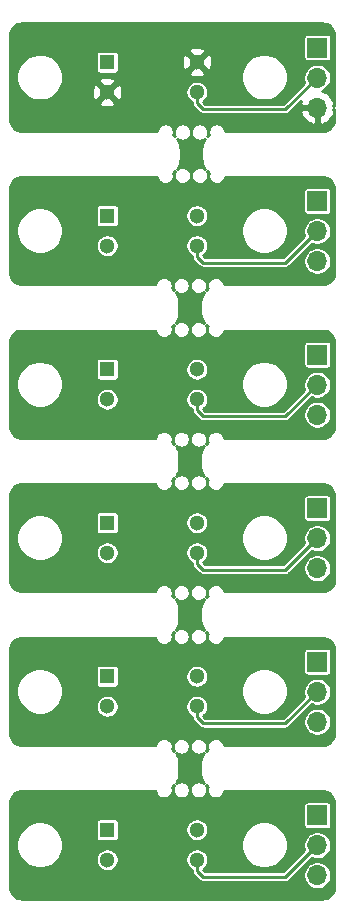
<source format=gbr>
%TF.GenerationSoftware,KiCad,Pcbnew,(5.1.10)-1*%
%TF.CreationDate,2021-10-07T19:24:08+02:00*%
%TF.ProjectId,output.KSI_rotator_endstop,6f757470-7574-42e4-9b53-495f726f7461,rev?*%
%TF.SameCoordinates,Original*%
%TF.FileFunction,Copper,L2,Bot*%
%TF.FilePolarity,Positive*%
%FSLAX46Y46*%
G04 Gerber Fmt 4.6, Leading zero omitted, Abs format (unit mm)*
G04 Created by KiCad (PCBNEW (5.1.10)-1) date 2021-10-07 19:24:08*
%MOMM*%
%LPD*%
G01*
G04 APERTURE LIST*
%TA.AperFunction,ComponentPad*%
%ADD10C,1.300000*%
%TD*%
%TA.AperFunction,ComponentPad*%
%ADD11R,1.300000X1.300000*%
%TD*%
%TA.AperFunction,ComponentPad*%
%ADD12O,1.700000X1.700000*%
%TD*%
%TA.AperFunction,ComponentPad*%
%ADD13R,1.700000X1.700000*%
%TD*%
%TA.AperFunction,ViaPad*%
%ADD14C,0.800000*%
%TD*%
%TA.AperFunction,Conductor*%
%ADD15C,0.250000*%
%TD*%
%TA.AperFunction,Conductor*%
%ADD16C,0.254000*%
%TD*%
%TA.AperFunction,Conductor*%
%ADD17C,0.100000*%
%TD*%
G04 APERTURE END LIST*
D10*
%TO.P,U1,4*%
%TO.N,N/C*%
X142000000Y-154770000D03*
%TO.P,U1,2*%
X142000000Y-152230000D03*
%TO.P,U1,3*%
X134400000Y-154770000D03*
D11*
%TO.P,U1,1*%
X134400000Y-152230000D03*
%TD*%
D10*
%TO.P,U1,4*%
%TO.N,N/C*%
X142000000Y-141770000D03*
%TO.P,U1,2*%
X142000000Y-139230000D03*
%TO.P,U1,3*%
X134400000Y-141770000D03*
D11*
%TO.P,U1,1*%
X134400000Y-139230000D03*
%TD*%
D10*
%TO.P,U1,4*%
%TO.N,N/C*%
X142000000Y-128770000D03*
%TO.P,U1,2*%
X142000000Y-126230000D03*
%TO.P,U1,3*%
X134400000Y-128770000D03*
D11*
%TO.P,U1,1*%
X134400000Y-126230000D03*
%TD*%
D10*
%TO.P,U1,4*%
%TO.N,N/C*%
X142000000Y-115770000D03*
%TO.P,U1,2*%
X142000000Y-113230000D03*
%TO.P,U1,3*%
X134400000Y-115770000D03*
D11*
%TO.P,U1,1*%
X134400000Y-113230000D03*
%TD*%
D10*
%TO.P,U1,4*%
%TO.N,N/C*%
X142000000Y-102770000D03*
%TO.P,U1,2*%
X142000000Y-100230000D03*
%TO.P,U1,3*%
X134400000Y-102770000D03*
D11*
%TO.P,U1,1*%
X134400000Y-100230000D03*
%TD*%
D10*
%TO.P,U1,4*%
%TO.N,OUT*%
X142000000Y-89770000D03*
%TO.P,U1,2*%
%TO.N,GND*%
X142000000Y-87230000D03*
%TO.P,U1,3*%
X134400000Y-89770000D03*
D11*
%TO.P,U1,1*%
%TO.N,Net-(R1-Pad1)*%
X134400000Y-87230000D03*
%TD*%
D12*
%TO.P,J1,3*%
%TO.N,N/C*%
X152200000Y-156080000D03*
%TO.P,J1,2*%
X152200000Y-153540000D03*
D13*
%TO.P,J1,1*%
X152200000Y-151000000D03*
%TD*%
D12*
%TO.P,J1,3*%
%TO.N,N/C*%
X152200000Y-143080000D03*
%TO.P,J1,2*%
X152200000Y-140540000D03*
D13*
%TO.P,J1,1*%
X152200000Y-138000000D03*
%TD*%
D12*
%TO.P,J1,3*%
%TO.N,N/C*%
X152200000Y-130080000D03*
%TO.P,J1,2*%
X152200000Y-127540000D03*
D13*
%TO.P,J1,1*%
X152200000Y-125000000D03*
%TD*%
D12*
%TO.P,J1,3*%
%TO.N,N/C*%
X152200000Y-117080000D03*
%TO.P,J1,2*%
X152200000Y-114540000D03*
D13*
%TO.P,J1,1*%
X152200000Y-112000000D03*
%TD*%
D12*
%TO.P,J1,3*%
%TO.N,N/C*%
X152200000Y-104080000D03*
%TO.P,J1,2*%
X152200000Y-101540000D03*
D13*
%TO.P,J1,1*%
X152200000Y-99000000D03*
%TD*%
D12*
%TO.P,J1,3*%
%TO.N,GND*%
X152200000Y-91080000D03*
%TO.P,J1,2*%
%TO.N,OUT*%
X152200000Y-88540000D03*
D13*
%TO.P,J1,1*%
%TO.N,+5V*%
X152200000Y-86000000D03*
%TD*%
D14*
%TO.N,GND*%
X149700000Y-98700000D03*
X127100000Y-105100000D03*
X149900000Y-105400000D03*
X127100000Y-97800000D03*
X149700000Y-111700000D03*
X127100000Y-118100000D03*
X149900000Y-118400000D03*
X127100000Y-110800000D03*
X149700000Y-124700000D03*
X127100000Y-131100000D03*
X149900000Y-131400000D03*
X127100000Y-123800000D03*
X149700000Y-137700000D03*
X127100000Y-144100000D03*
X149900000Y-144400000D03*
X127100000Y-136800000D03*
X149700000Y-150700000D03*
X127100000Y-157100000D03*
X149900000Y-157400000D03*
X127100000Y-149800000D03*
X127100000Y-84800000D03*
X127100000Y-92100000D03*
X149900000Y-92400000D03*
X149700000Y-85700000D03*
%TD*%
D15*
%TO.N,*%
X142000000Y-102770000D02*
X142000000Y-103700000D01*
X152160000Y-101540000D02*
X152200000Y-101540000D01*
X149500000Y-104200000D02*
X152160000Y-101540000D01*
X142500000Y-104200000D02*
X149500000Y-104200000D01*
X142000000Y-103700000D02*
X142500000Y-104200000D01*
X142000000Y-115770000D02*
X142000000Y-116700000D01*
X152160000Y-114540000D02*
X152200000Y-114540000D01*
X149500000Y-117200000D02*
X152160000Y-114540000D01*
X142500000Y-117200000D02*
X149500000Y-117200000D01*
X142000000Y-116700000D02*
X142500000Y-117200000D01*
X142000000Y-128770000D02*
X142000000Y-129700000D01*
X152160000Y-127540000D02*
X152200000Y-127540000D01*
X149500000Y-130200000D02*
X152160000Y-127540000D01*
X142500000Y-130200000D02*
X149500000Y-130200000D01*
X142000000Y-129700000D02*
X142500000Y-130200000D01*
X142000000Y-141770000D02*
X142000000Y-142700000D01*
X152160000Y-140540000D02*
X152200000Y-140540000D01*
X149500000Y-143200000D02*
X152160000Y-140540000D01*
X142500000Y-143200000D02*
X149500000Y-143200000D01*
X142000000Y-142700000D02*
X142500000Y-143200000D01*
X142000000Y-154770000D02*
X142000000Y-155700000D01*
X152160000Y-153540000D02*
X152200000Y-153540000D01*
X149500000Y-156200000D02*
X152160000Y-153540000D01*
X142500000Y-156200000D02*
X149500000Y-156200000D01*
X142000000Y-155700000D02*
X142500000Y-156200000D01*
%TO.N,OUT*%
X152160000Y-88540000D02*
X152200000Y-88540000D01*
X149500000Y-91200000D02*
X152160000Y-88540000D01*
X142500000Y-91200000D02*
X149500000Y-91200000D01*
X142000000Y-90700000D02*
X142500000Y-91200000D01*
X142000000Y-89770000D02*
X142000000Y-90700000D01*
%TD*%
D16*
%TO.N,GND*%
X152803232Y-83973615D02*
X152998719Y-84032637D01*
X153179024Y-84128507D01*
X153337270Y-84257570D01*
X153467432Y-84414909D01*
X153564555Y-84594535D01*
X153624940Y-84789608D01*
X153648000Y-85009001D01*
X153648001Y-90952998D01*
X153520156Y-90952998D01*
X153641476Y-90723110D01*
X153596825Y-90575901D01*
X153471641Y-90313080D01*
X153297588Y-90079731D01*
X153081355Y-89884822D01*
X152831252Y-89735843D01*
X152592821Y-89651264D01*
X152757519Y-89583044D01*
X152950294Y-89454236D01*
X153114236Y-89290294D01*
X153243044Y-89097519D01*
X153331769Y-88883318D01*
X153377000Y-88655924D01*
X153377000Y-88424076D01*
X153331769Y-88196682D01*
X153243044Y-87982481D01*
X153114236Y-87789706D01*
X152950294Y-87625764D01*
X152757519Y-87496956D01*
X152543318Y-87408231D01*
X152315924Y-87363000D01*
X152084076Y-87363000D01*
X151856682Y-87408231D01*
X151642481Y-87496956D01*
X151449706Y-87625764D01*
X151285764Y-87789706D01*
X151156956Y-87982481D01*
X151068231Y-88196682D01*
X151023000Y-88424076D01*
X151023000Y-88655924D01*
X151068231Y-88883318D01*
X151100223Y-88960553D01*
X149312777Y-90748000D01*
X142687224Y-90748000D01*
X142530070Y-90590846D01*
X142622801Y-90528885D01*
X142758885Y-90392801D01*
X142865806Y-90232783D01*
X142939454Y-90054980D01*
X142977000Y-89866226D01*
X142977000Y-89673774D01*
X142939454Y-89485020D01*
X142865806Y-89307217D01*
X142758885Y-89147199D01*
X142622801Y-89011115D01*
X142462783Y-88904194D01*
X142284980Y-88830546D01*
X142096226Y-88793000D01*
X141903774Y-88793000D01*
X141715020Y-88830546D01*
X141537217Y-88904194D01*
X141377199Y-89011115D01*
X141241115Y-89147199D01*
X141134194Y-89307217D01*
X141060546Y-89485020D01*
X141023000Y-89673774D01*
X141023000Y-89866226D01*
X141060546Y-90054980D01*
X141134194Y-90232783D01*
X141241115Y-90392801D01*
X141377199Y-90528885D01*
X141537217Y-90635806D01*
X141548001Y-90640273D01*
X141548001Y-90677785D01*
X141545813Y-90700000D01*
X141554540Y-90788607D01*
X141580386Y-90873809D01*
X141611264Y-90931578D01*
X141622358Y-90952333D01*
X141678842Y-91021159D01*
X141696096Y-91035319D01*
X142164681Y-91503905D01*
X142178841Y-91521159D01*
X142247667Y-91577643D01*
X142326190Y-91619614D01*
X142411392Y-91645460D01*
X142500000Y-91654187D01*
X142522205Y-91652000D01*
X149477795Y-91652000D01*
X149500000Y-91654187D01*
X149522205Y-91652000D01*
X149588607Y-91645460D01*
X149673810Y-91619614D01*
X149752333Y-91577643D01*
X149821159Y-91521159D01*
X149835323Y-91503900D01*
X149902333Y-91436890D01*
X150758524Y-91436890D01*
X150803175Y-91584099D01*
X150928359Y-91846920D01*
X151102412Y-92080269D01*
X151318645Y-92275178D01*
X151568748Y-92424157D01*
X151843109Y-92521481D01*
X152073000Y-92400814D01*
X152073000Y-91207000D01*
X150879845Y-91207000D01*
X150758524Y-91436890D01*
X149902333Y-91436890D01*
X150839422Y-90499802D01*
X150803175Y-90575901D01*
X150758524Y-90723110D01*
X150879845Y-90953000D01*
X152073000Y-90953000D01*
X152073000Y-90933000D01*
X152327000Y-90933000D01*
X152327000Y-90953000D01*
X152347000Y-90953000D01*
X152347000Y-91207000D01*
X152327000Y-91207000D01*
X152327000Y-92400814D01*
X152556891Y-92521481D01*
X152831252Y-92424157D01*
X153081355Y-92275178D01*
X153297588Y-92080269D01*
X153471641Y-91846920D01*
X153596825Y-91584099D01*
X153641476Y-91436890D01*
X153520156Y-91207002D01*
X153648001Y-91207002D01*
X153648001Y-91982775D01*
X153626385Y-92203230D01*
X153567364Y-92398717D01*
X153471495Y-92579022D01*
X153342434Y-92737266D01*
X153185094Y-92867430D01*
X153005462Y-92964556D01*
X152810392Y-93024940D01*
X152700423Y-93036499D01*
X152673905Y-93028455D01*
X152618519Y-93023000D01*
X144403739Y-93023000D01*
X144386820Y-92937942D01*
X144332017Y-92805636D01*
X144252456Y-92686564D01*
X144151194Y-92585302D01*
X144032122Y-92505741D01*
X143899816Y-92450938D01*
X143759361Y-92423000D01*
X143616155Y-92423000D01*
X143475700Y-92450938D01*
X143343394Y-92505741D01*
X143224322Y-92585302D01*
X143123060Y-92686564D01*
X143043499Y-92805636D01*
X142988696Y-92937942D01*
X142960758Y-93078397D01*
X142960758Y-93221603D01*
X142988696Y-93362058D01*
X143000945Y-93391630D01*
X142944522Y-93438434D01*
X142933170Y-93447451D01*
X142930294Y-93450237D01*
X142927205Y-93452799D01*
X142916991Y-93463122D01*
X142852937Y-93525161D01*
X142873515Y-93494364D01*
X142928318Y-93362058D01*
X142956256Y-93221603D01*
X142956256Y-93078397D01*
X142928318Y-92937942D01*
X142873515Y-92805636D01*
X142793954Y-92686564D01*
X142692692Y-92585302D01*
X142573620Y-92505741D01*
X142441314Y-92450938D01*
X142300859Y-92423000D01*
X142157653Y-92423000D01*
X142017198Y-92450938D01*
X141884892Y-92505741D01*
X141765820Y-92585302D01*
X141664558Y-92686564D01*
X141584997Y-92805636D01*
X141530194Y-92937942D01*
X141502256Y-93078397D01*
X141502256Y-93221603D01*
X141530194Y-93362058D01*
X141584997Y-93494364D01*
X141664558Y-93613436D01*
X141765820Y-93714698D01*
X141884892Y-93794259D01*
X142017198Y-93849062D01*
X142157653Y-93877000D01*
X142300859Y-93877000D01*
X142441314Y-93849062D01*
X142573620Y-93794259D01*
X142692692Y-93714698D01*
X142694233Y-93713157D01*
X142685447Y-93724774D01*
X142676457Y-93736152D01*
X142674293Y-93739524D01*
X142671873Y-93742724D01*
X142664295Y-93755104D01*
X142614601Y-93832538D01*
X142606507Y-93844579D01*
X142604608Y-93848108D01*
X142602443Y-93851482D01*
X142595837Y-93864410D01*
X142552243Y-93945434D01*
X142545100Y-93958061D01*
X142543478Y-93961725D01*
X142541578Y-93965257D01*
X142535987Y-93978651D01*
X142498741Y-94062807D01*
X142492597Y-94075929D01*
X142491264Y-94079700D01*
X142489639Y-94083372D01*
X142485087Y-94097179D01*
X142454446Y-94183875D01*
X142449309Y-94197482D01*
X142448265Y-94201364D01*
X142446933Y-94205132D01*
X142443470Y-94219187D01*
X142419561Y-94308068D01*
X142415494Y-94322002D01*
X142414753Y-94325943D01*
X142413712Y-94329813D01*
X142411335Y-94344123D01*
X142394331Y-94434560D01*
X142391349Y-94448755D01*
X142390913Y-94452739D01*
X142390173Y-94456677D01*
X142388902Y-94471138D01*
X142378900Y-94562620D01*
X142377020Y-94576988D01*
X142376892Y-94580989D01*
X142376456Y-94584978D01*
X142376300Y-94599502D01*
X142373632Y-94682961D01*
X142373040Y-94688970D01*
X142373040Y-94701472D01*
X142372641Y-94713952D01*
X142373040Y-94719969D01*
X142373041Y-95280018D01*
X142372641Y-95286048D01*
X142373041Y-95298558D01*
X142373041Y-95311031D01*
X142373631Y-95317026D01*
X142376300Y-95400498D01*
X142376456Y-95415022D01*
X142376892Y-95419011D01*
X142377020Y-95423012D01*
X142378900Y-95437380D01*
X142388902Y-95528862D01*
X142390173Y-95543323D01*
X142390913Y-95547261D01*
X142391349Y-95551245D01*
X142394331Y-95565440D01*
X142411335Y-95655877D01*
X142413712Y-95670187D01*
X142414753Y-95674057D01*
X142415494Y-95677998D01*
X142419561Y-95691932D01*
X142443470Y-95780813D01*
X142446933Y-95794868D01*
X142448265Y-95798636D01*
X142449309Y-95802518D01*
X142454446Y-95816125D01*
X142485087Y-95902821D01*
X142489639Y-95916628D01*
X142491264Y-95920300D01*
X142492597Y-95924071D01*
X142498741Y-95937193D01*
X142535987Y-96021349D01*
X142541578Y-96034743D01*
X142543478Y-96038275D01*
X142545100Y-96041939D01*
X142552243Y-96054566D01*
X142595837Y-96135590D01*
X142602443Y-96148518D01*
X142604608Y-96151892D01*
X142606507Y-96155421D01*
X142614601Y-96167462D01*
X142664295Y-96244896D01*
X142671873Y-96257276D01*
X142674293Y-96260476D01*
X142676457Y-96263848D01*
X142685447Y-96275226D01*
X142694264Y-96286884D01*
X142692682Y-96285302D01*
X142573610Y-96205741D01*
X142441304Y-96150938D01*
X142300849Y-96123000D01*
X142157643Y-96123000D01*
X142017188Y-96150938D01*
X141884882Y-96205741D01*
X141765810Y-96285302D01*
X141664548Y-96386564D01*
X141584987Y-96505636D01*
X141530184Y-96637942D01*
X141502246Y-96778397D01*
X141502246Y-96921603D01*
X141530184Y-97062058D01*
X141584987Y-97194364D01*
X141664548Y-97313436D01*
X141765810Y-97414698D01*
X141884882Y-97494259D01*
X142017188Y-97549062D01*
X142157643Y-97577000D01*
X142300849Y-97577000D01*
X142441304Y-97549062D01*
X142573610Y-97494259D01*
X142692682Y-97414698D01*
X142793944Y-97313436D01*
X142873505Y-97194364D01*
X142928308Y-97062058D01*
X142956246Y-96921603D01*
X142956246Y-96778397D01*
X142928308Y-96637942D01*
X142873505Y-96505636D01*
X142852909Y-96474811D01*
X142916991Y-96536878D01*
X142927205Y-96547201D01*
X142930294Y-96549763D01*
X142933170Y-96552549D01*
X142944522Y-96561566D01*
X143000938Y-96608364D01*
X142988686Y-96637942D01*
X142960748Y-96778397D01*
X142960748Y-96921603D01*
X142988686Y-97062058D01*
X143043489Y-97194364D01*
X143123050Y-97313436D01*
X143224312Y-97414698D01*
X143343384Y-97494259D01*
X143475690Y-97549062D01*
X143616145Y-97577000D01*
X143759351Y-97577000D01*
X143899806Y-97549062D01*
X144032112Y-97494259D01*
X144151184Y-97414698D01*
X144252446Y-97313436D01*
X144332007Y-97194364D01*
X144386810Y-97062058D01*
X144403729Y-96977000D01*
X152618519Y-96977000D01*
X152673905Y-96971545D01*
X152700339Y-96963526D01*
X152803232Y-96973615D01*
X152998719Y-97032637D01*
X153179024Y-97128507D01*
X153337270Y-97257570D01*
X153467432Y-97414909D01*
X153564555Y-97594535D01*
X153624940Y-97789608D01*
X153648000Y-98009001D01*
X153648001Y-104982775D01*
X153626385Y-105203230D01*
X153567364Y-105398717D01*
X153471495Y-105579022D01*
X153342434Y-105737266D01*
X153185094Y-105867430D01*
X153005462Y-105964556D01*
X152810392Y-106024940D01*
X152700423Y-106036499D01*
X152673905Y-106028455D01*
X152618519Y-106023000D01*
X144303740Y-106023000D01*
X144286821Y-105937942D01*
X144232018Y-105805636D01*
X144152457Y-105686564D01*
X144051195Y-105585302D01*
X143932123Y-105505741D01*
X143799817Y-105450938D01*
X143659362Y-105423000D01*
X143516156Y-105423000D01*
X143375701Y-105450938D01*
X143243395Y-105505741D01*
X143124323Y-105585302D01*
X143023061Y-105686564D01*
X142943500Y-105805636D01*
X142888697Y-105937942D01*
X142860759Y-106078397D01*
X142860759Y-106221603D01*
X142888697Y-106362058D01*
X142900948Y-106391635D01*
X142844532Y-106438434D01*
X142833180Y-106447451D01*
X142830304Y-106450237D01*
X142827215Y-106452799D01*
X142817001Y-106463122D01*
X142752902Y-106525205D01*
X142773509Y-106494364D01*
X142828312Y-106362058D01*
X142856250Y-106221603D01*
X142856250Y-106078397D01*
X142828312Y-105937942D01*
X142773509Y-105805636D01*
X142693948Y-105686564D01*
X142592686Y-105585302D01*
X142473614Y-105505741D01*
X142341308Y-105450938D01*
X142200853Y-105423000D01*
X142057647Y-105423000D01*
X141917192Y-105450938D01*
X141784886Y-105505741D01*
X141665814Y-105585302D01*
X141564552Y-105686564D01*
X141484991Y-105805636D01*
X141430188Y-105937942D01*
X141402250Y-106078397D01*
X141402250Y-106221603D01*
X141430188Y-106362058D01*
X141484991Y-106494364D01*
X141564552Y-106613436D01*
X141665814Y-106714698D01*
X141784886Y-106794259D01*
X141917192Y-106849062D01*
X142057647Y-106877000D01*
X142200853Y-106877000D01*
X142341308Y-106849062D01*
X142473614Y-106794259D01*
X142592686Y-106714698D01*
X142594293Y-106713091D01*
X142585457Y-106724774D01*
X142576467Y-106736152D01*
X142574303Y-106739524D01*
X142571883Y-106742724D01*
X142564305Y-106755104D01*
X142514611Y-106832538D01*
X142506517Y-106844579D01*
X142504618Y-106848108D01*
X142502453Y-106851482D01*
X142495847Y-106864410D01*
X142452253Y-106945434D01*
X142445110Y-106958061D01*
X142443488Y-106961725D01*
X142441588Y-106965257D01*
X142435997Y-106978651D01*
X142398751Y-107062807D01*
X142392607Y-107075929D01*
X142391274Y-107079700D01*
X142389649Y-107083372D01*
X142385097Y-107097179D01*
X142354456Y-107183875D01*
X142349319Y-107197482D01*
X142348275Y-107201364D01*
X142346943Y-107205132D01*
X142343480Y-107219187D01*
X142319571Y-107308068D01*
X142315504Y-107322002D01*
X142314763Y-107325943D01*
X142313722Y-107329813D01*
X142311345Y-107344123D01*
X142294341Y-107434560D01*
X142291359Y-107448755D01*
X142290923Y-107452739D01*
X142290183Y-107456677D01*
X142288912Y-107471138D01*
X142278910Y-107562620D01*
X142277030Y-107576988D01*
X142276902Y-107580989D01*
X142276466Y-107584978D01*
X142276310Y-107599502D01*
X142273642Y-107682961D01*
X142273050Y-107688970D01*
X142273050Y-107701472D01*
X142272651Y-107713952D01*
X142273050Y-107719969D01*
X142273051Y-108280018D01*
X142272651Y-108286048D01*
X142273051Y-108298558D01*
X142273051Y-108311031D01*
X142273641Y-108317026D01*
X142276310Y-108400498D01*
X142276466Y-108415022D01*
X142276902Y-108419011D01*
X142277030Y-108423012D01*
X142278910Y-108437380D01*
X142288912Y-108528862D01*
X142290183Y-108543323D01*
X142290923Y-108547261D01*
X142291359Y-108551245D01*
X142294341Y-108565440D01*
X142311345Y-108655877D01*
X142313722Y-108670187D01*
X142314763Y-108674057D01*
X142315504Y-108677998D01*
X142319571Y-108691932D01*
X142343480Y-108780813D01*
X142346943Y-108794868D01*
X142348275Y-108798636D01*
X142349319Y-108802518D01*
X142354456Y-108816125D01*
X142385097Y-108902821D01*
X142389649Y-108916628D01*
X142391274Y-108920300D01*
X142392607Y-108924071D01*
X142398751Y-108937193D01*
X142435997Y-109021349D01*
X142441588Y-109034743D01*
X142443488Y-109038275D01*
X142445110Y-109041939D01*
X142452253Y-109054566D01*
X142495847Y-109135590D01*
X142502453Y-109148518D01*
X142504618Y-109151892D01*
X142506517Y-109155421D01*
X142514611Y-109167462D01*
X142564305Y-109244896D01*
X142571883Y-109257276D01*
X142574303Y-109260476D01*
X142576467Y-109263848D01*
X142585457Y-109275226D01*
X142594296Y-109286913D01*
X142592685Y-109285302D01*
X142473613Y-109205741D01*
X142341307Y-109150938D01*
X142200852Y-109123000D01*
X142057646Y-109123000D01*
X141917191Y-109150938D01*
X141784885Y-109205741D01*
X141665813Y-109285302D01*
X141564551Y-109386564D01*
X141484990Y-109505636D01*
X141430187Y-109637942D01*
X141402249Y-109778397D01*
X141402249Y-109921603D01*
X141430187Y-110062058D01*
X141484990Y-110194364D01*
X141564551Y-110313436D01*
X141665813Y-110414698D01*
X141784885Y-110494259D01*
X141917191Y-110549062D01*
X142057646Y-110577000D01*
X142200852Y-110577000D01*
X142341307Y-110549062D01*
X142473613Y-110494259D01*
X142592685Y-110414698D01*
X142693947Y-110313436D01*
X142773508Y-110194364D01*
X142828311Y-110062058D01*
X142856249Y-109921603D01*
X142856249Y-109778397D01*
X142828311Y-109637942D01*
X142773508Y-109505636D01*
X142752899Y-109474792D01*
X142817001Y-109536878D01*
X142827215Y-109547201D01*
X142830304Y-109549763D01*
X142833180Y-109552549D01*
X142844532Y-109561566D01*
X142900948Y-109608364D01*
X142888696Y-109637942D01*
X142860758Y-109778397D01*
X142860758Y-109921603D01*
X142888696Y-110062058D01*
X142943499Y-110194364D01*
X143023060Y-110313436D01*
X143124322Y-110414698D01*
X143243394Y-110494259D01*
X143375700Y-110549062D01*
X143516155Y-110577000D01*
X143659361Y-110577000D01*
X143799816Y-110549062D01*
X143932122Y-110494259D01*
X144051194Y-110414698D01*
X144152456Y-110313436D01*
X144232017Y-110194364D01*
X144286820Y-110062058D01*
X144303739Y-109977000D01*
X152618519Y-109977000D01*
X152673905Y-109971545D01*
X152700339Y-109963526D01*
X152803232Y-109973615D01*
X152998719Y-110032637D01*
X153179024Y-110128507D01*
X153337270Y-110257570D01*
X153467432Y-110414909D01*
X153564555Y-110594535D01*
X153624940Y-110789608D01*
X153648000Y-111009001D01*
X153648001Y-117982775D01*
X153626385Y-118203230D01*
X153567364Y-118398717D01*
X153471495Y-118579022D01*
X153342434Y-118737266D01*
X153185094Y-118867430D01*
X153005462Y-118964556D01*
X152810392Y-119024940D01*
X152700423Y-119036499D01*
X152673905Y-119028455D01*
X152618519Y-119023000D01*
X144303740Y-119023000D01*
X144286821Y-118937942D01*
X144232018Y-118805636D01*
X144152457Y-118686564D01*
X144051195Y-118585302D01*
X143932123Y-118505741D01*
X143799817Y-118450938D01*
X143659362Y-118423000D01*
X143516156Y-118423000D01*
X143375701Y-118450938D01*
X143243395Y-118505741D01*
X143124323Y-118585302D01*
X143023061Y-118686564D01*
X142943500Y-118805636D01*
X142888697Y-118937942D01*
X142860759Y-119078397D01*
X142860759Y-119221603D01*
X142888697Y-119362058D01*
X142900948Y-119391635D01*
X142844532Y-119438434D01*
X142833180Y-119447451D01*
X142830304Y-119450237D01*
X142827215Y-119452799D01*
X142817001Y-119463122D01*
X142752902Y-119525205D01*
X142773509Y-119494364D01*
X142828312Y-119362058D01*
X142856250Y-119221603D01*
X142856250Y-119078397D01*
X142828312Y-118937942D01*
X142773509Y-118805636D01*
X142693948Y-118686564D01*
X142592686Y-118585302D01*
X142473614Y-118505741D01*
X142341308Y-118450938D01*
X142200853Y-118423000D01*
X142057647Y-118423000D01*
X141917192Y-118450938D01*
X141784886Y-118505741D01*
X141665814Y-118585302D01*
X141564552Y-118686564D01*
X141484991Y-118805636D01*
X141430188Y-118937942D01*
X141402250Y-119078397D01*
X141402250Y-119221603D01*
X141430188Y-119362058D01*
X141484991Y-119494364D01*
X141564552Y-119613436D01*
X141665814Y-119714698D01*
X141784886Y-119794259D01*
X141917192Y-119849062D01*
X142057647Y-119877000D01*
X142200853Y-119877000D01*
X142341308Y-119849062D01*
X142473614Y-119794259D01*
X142592686Y-119714698D01*
X142594293Y-119713091D01*
X142585457Y-119724774D01*
X142576467Y-119736152D01*
X142574303Y-119739524D01*
X142571883Y-119742724D01*
X142564305Y-119755104D01*
X142514611Y-119832538D01*
X142506517Y-119844579D01*
X142504618Y-119848108D01*
X142502453Y-119851482D01*
X142495847Y-119864410D01*
X142452253Y-119945434D01*
X142445110Y-119958061D01*
X142443488Y-119961725D01*
X142441588Y-119965257D01*
X142435997Y-119978651D01*
X142398751Y-120062807D01*
X142392607Y-120075929D01*
X142391274Y-120079700D01*
X142389649Y-120083372D01*
X142385097Y-120097179D01*
X142354456Y-120183875D01*
X142349319Y-120197482D01*
X142348275Y-120201364D01*
X142346943Y-120205132D01*
X142343480Y-120219187D01*
X142319571Y-120308068D01*
X142315504Y-120322002D01*
X142314763Y-120325943D01*
X142313722Y-120329813D01*
X142311345Y-120344123D01*
X142294341Y-120434560D01*
X142291359Y-120448755D01*
X142290923Y-120452739D01*
X142290183Y-120456677D01*
X142288912Y-120471138D01*
X142278910Y-120562620D01*
X142277030Y-120576988D01*
X142276902Y-120580989D01*
X142276466Y-120584978D01*
X142276310Y-120599502D01*
X142273642Y-120682961D01*
X142273050Y-120688970D01*
X142273050Y-120701472D01*
X142272651Y-120713952D01*
X142273050Y-120719969D01*
X142273051Y-121280018D01*
X142272651Y-121286048D01*
X142273051Y-121298558D01*
X142273051Y-121311031D01*
X142273641Y-121317026D01*
X142276310Y-121400498D01*
X142276466Y-121415022D01*
X142276902Y-121419011D01*
X142277030Y-121423012D01*
X142278910Y-121437380D01*
X142288912Y-121528862D01*
X142290183Y-121543323D01*
X142290923Y-121547261D01*
X142291359Y-121551245D01*
X142294341Y-121565440D01*
X142311345Y-121655877D01*
X142313722Y-121670187D01*
X142314763Y-121674057D01*
X142315504Y-121677998D01*
X142319571Y-121691932D01*
X142343480Y-121780813D01*
X142346943Y-121794868D01*
X142348275Y-121798636D01*
X142349319Y-121802518D01*
X142354456Y-121816125D01*
X142385097Y-121902821D01*
X142389649Y-121916628D01*
X142391274Y-121920300D01*
X142392607Y-121924071D01*
X142398751Y-121937193D01*
X142435997Y-122021349D01*
X142441588Y-122034743D01*
X142443488Y-122038275D01*
X142445110Y-122041939D01*
X142452253Y-122054566D01*
X142495847Y-122135590D01*
X142502453Y-122148518D01*
X142504618Y-122151892D01*
X142506517Y-122155421D01*
X142514611Y-122167462D01*
X142564305Y-122244896D01*
X142571883Y-122257276D01*
X142574303Y-122260476D01*
X142576467Y-122263848D01*
X142585457Y-122275226D01*
X142594296Y-122286913D01*
X142592685Y-122285302D01*
X142473613Y-122205741D01*
X142341307Y-122150938D01*
X142200852Y-122123000D01*
X142057646Y-122123000D01*
X141917191Y-122150938D01*
X141784885Y-122205741D01*
X141665813Y-122285302D01*
X141564551Y-122386564D01*
X141484990Y-122505636D01*
X141430187Y-122637942D01*
X141402249Y-122778397D01*
X141402249Y-122921603D01*
X141430187Y-123062058D01*
X141484990Y-123194364D01*
X141564551Y-123313436D01*
X141665813Y-123414698D01*
X141784885Y-123494259D01*
X141917191Y-123549062D01*
X142057646Y-123577000D01*
X142200852Y-123577000D01*
X142341307Y-123549062D01*
X142473613Y-123494259D01*
X142592685Y-123414698D01*
X142693947Y-123313436D01*
X142773508Y-123194364D01*
X142828311Y-123062058D01*
X142856249Y-122921603D01*
X142856249Y-122778397D01*
X142828311Y-122637942D01*
X142773508Y-122505636D01*
X142752899Y-122474792D01*
X142817001Y-122536878D01*
X142827215Y-122547201D01*
X142830304Y-122549763D01*
X142833180Y-122552549D01*
X142844532Y-122561566D01*
X142900948Y-122608364D01*
X142888696Y-122637942D01*
X142860758Y-122778397D01*
X142860758Y-122921603D01*
X142888696Y-123062058D01*
X142943499Y-123194364D01*
X143023060Y-123313436D01*
X143124322Y-123414698D01*
X143243394Y-123494259D01*
X143375700Y-123549062D01*
X143516155Y-123577000D01*
X143659361Y-123577000D01*
X143799816Y-123549062D01*
X143932122Y-123494259D01*
X144051194Y-123414698D01*
X144152456Y-123313436D01*
X144232017Y-123194364D01*
X144286820Y-123062058D01*
X144303739Y-122977000D01*
X152618519Y-122977000D01*
X152673905Y-122971545D01*
X152700339Y-122963526D01*
X152803232Y-122973615D01*
X152998719Y-123032637D01*
X153179024Y-123128507D01*
X153337270Y-123257570D01*
X153467432Y-123414909D01*
X153564555Y-123594535D01*
X153624940Y-123789608D01*
X153648000Y-124009001D01*
X153648001Y-130982775D01*
X153626385Y-131203230D01*
X153567364Y-131398717D01*
X153471495Y-131579022D01*
X153342434Y-131737266D01*
X153185094Y-131867430D01*
X153005462Y-131964556D01*
X152810392Y-132024940D01*
X152700423Y-132036499D01*
X152673905Y-132028455D01*
X152618519Y-132023000D01*
X144303740Y-132023000D01*
X144286821Y-131937942D01*
X144232018Y-131805636D01*
X144152457Y-131686564D01*
X144051195Y-131585302D01*
X143932123Y-131505741D01*
X143799817Y-131450938D01*
X143659362Y-131423000D01*
X143516156Y-131423000D01*
X143375701Y-131450938D01*
X143243395Y-131505741D01*
X143124323Y-131585302D01*
X143023061Y-131686564D01*
X142943500Y-131805636D01*
X142888697Y-131937942D01*
X142860759Y-132078397D01*
X142860759Y-132221603D01*
X142888697Y-132362058D01*
X142900948Y-132391635D01*
X142844532Y-132438434D01*
X142833180Y-132447451D01*
X142830304Y-132450237D01*
X142827215Y-132452799D01*
X142817001Y-132463122D01*
X142752902Y-132525205D01*
X142773509Y-132494364D01*
X142828312Y-132362058D01*
X142856250Y-132221603D01*
X142856250Y-132078397D01*
X142828312Y-131937942D01*
X142773509Y-131805636D01*
X142693948Y-131686564D01*
X142592686Y-131585302D01*
X142473614Y-131505741D01*
X142341308Y-131450938D01*
X142200853Y-131423000D01*
X142057647Y-131423000D01*
X141917192Y-131450938D01*
X141784886Y-131505741D01*
X141665814Y-131585302D01*
X141564552Y-131686564D01*
X141484991Y-131805636D01*
X141430188Y-131937942D01*
X141402250Y-132078397D01*
X141402250Y-132221603D01*
X141430188Y-132362058D01*
X141484991Y-132494364D01*
X141564552Y-132613436D01*
X141665814Y-132714698D01*
X141784886Y-132794259D01*
X141917192Y-132849062D01*
X142057647Y-132877000D01*
X142200853Y-132877000D01*
X142341308Y-132849062D01*
X142473614Y-132794259D01*
X142592686Y-132714698D01*
X142594293Y-132713091D01*
X142585457Y-132724774D01*
X142576467Y-132736152D01*
X142574303Y-132739524D01*
X142571883Y-132742724D01*
X142564305Y-132755104D01*
X142514611Y-132832538D01*
X142506517Y-132844579D01*
X142504618Y-132848108D01*
X142502453Y-132851482D01*
X142495847Y-132864410D01*
X142452253Y-132945434D01*
X142445110Y-132958061D01*
X142443488Y-132961725D01*
X142441588Y-132965257D01*
X142435997Y-132978651D01*
X142398751Y-133062807D01*
X142392607Y-133075929D01*
X142391274Y-133079700D01*
X142389649Y-133083372D01*
X142385097Y-133097179D01*
X142354456Y-133183875D01*
X142349319Y-133197482D01*
X142348275Y-133201364D01*
X142346943Y-133205132D01*
X142343480Y-133219187D01*
X142319571Y-133308068D01*
X142315504Y-133322002D01*
X142314763Y-133325943D01*
X142313722Y-133329813D01*
X142311345Y-133344123D01*
X142294341Y-133434560D01*
X142291359Y-133448755D01*
X142290923Y-133452739D01*
X142290183Y-133456677D01*
X142288912Y-133471138D01*
X142278910Y-133562620D01*
X142277030Y-133576988D01*
X142276902Y-133580989D01*
X142276466Y-133584978D01*
X142276310Y-133599502D01*
X142273642Y-133682961D01*
X142273050Y-133688970D01*
X142273050Y-133701472D01*
X142272651Y-133713952D01*
X142273050Y-133719969D01*
X142273051Y-134280018D01*
X142272651Y-134286048D01*
X142273051Y-134298558D01*
X142273051Y-134311031D01*
X142273641Y-134317026D01*
X142276310Y-134400498D01*
X142276466Y-134415022D01*
X142276902Y-134419011D01*
X142277030Y-134423012D01*
X142278910Y-134437380D01*
X142288912Y-134528862D01*
X142290183Y-134543323D01*
X142290923Y-134547261D01*
X142291359Y-134551245D01*
X142294341Y-134565440D01*
X142311345Y-134655877D01*
X142313722Y-134670187D01*
X142314763Y-134674057D01*
X142315504Y-134677998D01*
X142319571Y-134691932D01*
X142343480Y-134780813D01*
X142346943Y-134794868D01*
X142348275Y-134798636D01*
X142349319Y-134802518D01*
X142354456Y-134816125D01*
X142385097Y-134902821D01*
X142389649Y-134916628D01*
X142391274Y-134920300D01*
X142392607Y-134924071D01*
X142398751Y-134937193D01*
X142435997Y-135021349D01*
X142441588Y-135034743D01*
X142443488Y-135038275D01*
X142445110Y-135041939D01*
X142452253Y-135054566D01*
X142495847Y-135135590D01*
X142502453Y-135148518D01*
X142504618Y-135151892D01*
X142506517Y-135155421D01*
X142514611Y-135167462D01*
X142564305Y-135244896D01*
X142571883Y-135257276D01*
X142574303Y-135260476D01*
X142576467Y-135263848D01*
X142585457Y-135275226D01*
X142594296Y-135286913D01*
X142592685Y-135285302D01*
X142473613Y-135205741D01*
X142341307Y-135150938D01*
X142200852Y-135123000D01*
X142057646Y-135123000D01*
X141917191Y-135150938D01*
X141784885Y-135205741D01*
X141665813Y-135285302D01*
X141564551Y-135386564D01*
X141484990Y-135505636D01*
X141430187Y-135637942D01*
X141402249Y-135778397D01*
X141402249Y-135921603D01*
X141430187Y-136062058D01*
X141484990Y-136194364D01*
X141564551Y-136313436D01*
X141665813Y-136414698D01*
X141784885Y-136494259D01*
X141917191Y-136549062D01*
X142057646Y-136577000D01*
X142200852Y-136577000D01*
X142341307Y-136549062D01*
X142473613Y-136494259D01*
X142592685Y-136414698D01*
X142693947Y-136313436D01*
X142773508Y-136194364D01*
X142828311Y-136062058D01*
X142856249Y-135921603D01*
X142856249Y-135778397D01*
X142828311Y-135637942D01*
X142773508Y-135505636D01*
X142752899Y-135474792D01*
X142817001Y-135536878D01*
X142827215Y-135547201D01*
X142830304Y-135549763D01*
X142833180Y-135552549D01*
X142844532Y-135561566D01*
X142900948Y-135608364D01*
X142888696Y-135637942D01*
X142860758Y-135778397D01*
X142860758Y-135921603D01*
X142888696Y-136062058D01*
X142943499Y-136194364D01*
X143023060Y-136313436D01*
X143124322Y-136414698D01*
X143243394Y-136494259D01*
X143375700Y-136549062D01*
X143516155Y-136577000D01*
X143659361Y-136577000D01*
X143799816Y-136549062D01*
X143932122Y-136494259D01*
X144051194Y-136414698D01*
X144152456Y-136313436D01*
X144232017Y-136194364D01*
X144286820Y-136062058D01*
X144303739Y-135977000D01*
X152618519Y-135977000D01*
X152673905Y-135971545D01*
X152700339Y-135963526D01*
X152803232Y-135973615D01*
X152998719Y-136032637D01*
X153179024Y-136128507D01*
X153337270Y-136257570D01*
X153467432Y-136414909D01*
X153564555Y-136594535D01*
X153624940Y-136789608D01*
X153648000Y-137009001D01*
X153648001Y-143982775D01*
X153626385Y-144203230D01*
X153567364Y-144398717D01*
X153471495Y-144579022D01*
X153342434Y-144737266D01*
X153185094Y-144867430D01*
X153005462Y-144964556D01*
X152810392Y-145024940D01*
X152700423Y-145036499D01*
X152673905Y-145028455D01*
X152618519Y-145023000D01*
X144303740Y-145023000D01*
X144286821Y-144937942D01*
X144232018Y-144805636D01*
X144152457Y-144686564D01*
X144051195Y-144585302D01*
X143932123Y-144505741D01*
X143799817Y-144450938D01*
X143659362Y-144423000D01*
X143516156Y-144423000D01*
X143375701Y-144450938D01*
X143243395Y-144505741D01*
X143124323Y-144585302D01*
X143023061Y-144686564D01*
X142943500Y-144805636D01*
X142888697Y-144937942D01*
X142860759Y-145078397D01*
X142860759Y-145221603D01*
X142888697Y-145362058D01*
X142900948Y-145391635D01*
X142844532Y-145438434D01*
X142833180Y-145447451D01*
X142830304Y-145450237D01*
X142827215Y-145452799D01*
X142817001Y-145463122D01*
X142752902Y-145525205D01*
X142773509Y-145494364D01*
X142828312Y-145362058D01*
X142856250Y-145221603D01*
X142856250Y-145078397D01*
X142828312Y-144937942D01*
X142773509Y-144805636D01*
X142693948Y-144686564D01*
X142592686Y-144585302D01*
X142473614Y-144505741D01*
X142341308Y-144450938D01*
X142200853Y-144423000D01*
X142057647Y-144423000D01*
X141917192Y-144450938D01*
X141784886Y-144505741D01*
X141665814Y-144585302D01*
X141564552Y-144686564D01*
X141484991Y-144805636D01*
X141430188Y-144937942D01*
X141402250Y-145078397D01*
X141402250Y-145221603D01*
X141430188Y-145362058D01*
X141484991Y-145494364D01*
X141564552Y-145613436D01*
X141665814Y-145714698D01*
X141784886Y-145794259D01*
X141917192Y-145849062D01*
X142057647Y-145877000D01*
X142200853Y-145877000D01*
X142341308Y-145849062D01*
X142473614Y-145794259D01*
X142592686Y-145714698D01*
X142594293Y-145713091D01*
X142585457Y-145724774D01*
X142576467Y-145736152D01*
X142574303Y-145739524D01*
X142571883Y-145742724D01*
X142564305Y-145755104D01*
X142514611Y-145832538D01*
X142506517Y-145844579D01*
X142504618Y-145848108D01*
X142502453Y-145851482D01*
X142495847Y-145864410D01*
X142452253Y-145945434D01*
X142445110Y-145958061D01*
X142443488Y-145961725D01*
X142441588Y-145965257D01*
X142435997Y-145978651D01*
X142398751Y-146062807D01*
X142392607Y-146075929D01*
X142391274Y-146079700D01*
X142389649Y-146083372D01*
X142385097Y-146097179D01*
X142354456Y-146183875D01*
X142349319Y-146197482D01*
X142348275Y-146201364D01*
X142346943Y-146205132D01*
X142343480Y-146219187D01*
X142319571Y-146308068D01*
X142315504Y-146322002D01*
X142314763Y-146325943D01*
X142313722Y-146329813D01*
X142311345Y-146344123D01*
X142294341Y-146434560D01*
X142291359Y-146448755D01*
X142290923Y-146452739D01*
X142290183Y-146456677D01*
X142288912Y-146471138D01*
X142278910Y-146562620D01*
X142277030Y-146576988D01*
X142276902Y-146580989D01*
X142276466Y-146584978D01*
X142276310Y-146599502D01*
X142273642Y-146682961D01*
X142273050Y-146688970D01*
X142273050Y-146701472D01*
X142272651Y-146713952D01*
X142273050Y-146719969D01*
X142273051Y-147280018D01*
X142272651Y-147286048D01*
X142273051Y-147298558D01*
X142273051Y-147311031D01*
X142273641Y-147317026D01*
X142276310Y-147400498D01*
X142276466Y-147415022D01*
X142276902Y-147419011D01*
X142277030Y-147423012D01*
X142278910Y-147437380D01*
X142288912Y-147528862D01*
X142290183Y-147543323D01*
X142290923Y-147547261D01*
X142291359Y-147551245D01*
X142294341Y-147565440D01*
X142311345Y-147655877D01*
X142313722Y-147670187D01*
X142314763Y-147674057D01*
X142315504Y-147677998D01*
X142319571Y-147691932D01*
X142343480Y-147780813D01*
X142346943Y-147794868D01*
X142348275Y-147798636D01*
X142349319Y-147802518D01*
X142354456Y-147816125D01*
X142385097Y-147902821D01*
X142389649Y-147916628D01*
X142391274Y-147920300D01*
X142392607Y-147924071D01*
X142398751Y-147937193D01*
X142435997Y-148021349D01*
X142441588Y-148034743D01*
X142443488Y-148038275D01*
X142445110Y-148041939D01*
X142452253Y-148054566D01*
X142495847Y-148135590D01*
X142502453Y-148148518D01*
X142504618Y-148151892D01*
X142506517Y-148155421D01*
X142514611Y-148167462D01*
X142564305Y-148244896D01*
X142571883Y-148257276D01*
X142574303Y-148260476D01*
X142576467Y-148263848D01*
X142585457Y-148275226D01*
X142594296Y-148286913D01*
X142592685Y-148285302D01*
X142473613Y-148205741D01*
X142341307Y-148150938D01*
X142200852Y-148123000D01*
X142057646Y-148123000D01*
X141917191Y-148150938D01*
X141784885Y-148205741D01*
X141665813Y-148285302D01*
X141564551Y-148386564D01*
X141484990Y-148505636D01*
X141430187Y-148637942D01*
X141402249Y-148778397D01*
X141402249Y-148921603D01*
X141430187Y-149062058D01*
X141484990Y-149194364D01*
X141564551Y-149313436D01*
X141665813Y-149414698D01*
X141784885Y-149494259D01*
X141917191Y-149549062D01*
X142057646Y-149577000D01*
X142200852Y-149577000D01*
X142341307Y-149549062D01*
X142473613Y-149494259D01*
X142592685Y-149414698D01*
X142693947Y-149313436D01*
X142773508Y-149194364D01*
X142828311Y-149062058D01*
X142856249Y-148921603D01*
X142856249Y-148778397D01*
X142828311Y-148637942D01*
X142773508Y-148505636D01*
X142752899Y-148474792D01*
X142817001Y-148536878D01*
X142827215Y-148547201D01*
X142830304Y-148549763D01*
X142833180Y-148552549D01*
X142844532Y-148561566D01*
X142900948Y-148608364D01*
X142888696Y-148637942D01*
X142860758Y-148778397D01*
X142860758Y-148921603D01*
X142888696Y-149062058D01*
X142943499Y-149194364D01*
X143023060Y-149313436D01*
X143124322Y-149414698D01*
X143243394Y-149494259D01*
X143375700Y-149549062D01*
X143516155Y-149577000D01*
X143659361Y-149577000D01*
X143799816Y-149549062D01*
X143932122Y-149494259D01*
X144051194Y-149414698D01*
X144152456Y-149313436D01*
X144232017Y-149194364D01*
X144286820Y-149062058D01*
X144303739Y-148977000D01*
X152618519Y-148977000D01*
X152673905Y-148971545D01*
X152700339Y-148963526D01*
X152803232Y-148973615D01*
X152998719Y-149032637D01*
X153179024Y-149128507D01*
X153337270Y-149257570D01*
X153467432Y-149414909D01*
X153564555Y-149594535D01*
X153624940Y-149789608D01*
X153648000Y-150009001D01*
X153648001Y-156982775D01*
X153626385Y-157203230D01*
X153567364Y-157398717D01*
X153471495Y-157579022D01*
X153342434Y-157737266D01*
X153185094Y-157867430D01*
X153005462Y-157964556D01*
X152810392Y-158024940D01*
X152590999Y-158048000D01*
X127217215Y-158048000D01*
X126996770Y-158026385D01*
X126801283Y-157967364D01*
X126620978Y-157871495D01*
X126462734Y-157742434D01*
X126332570Y-157585094D01*
X126235444Y-157405462D01*
X126175060Y-157210392D01*
X126152000Y-156990999D01*
X126152000Y-153305282D01*
X126723000Y-153305282D01*
X126723000Y-153694718D01*
X126798975Y-154076670D01*
X126948005Y-154436461D01*
X127164364Y-154760264D01*
X127439736Y-155035636D01*
X127763539Y-155251995D01*
X128123330Y-155401025D01*
X128505282Y-155477000D01*
X128894718Y-155477000D01*
X129276670Y-155401025D01*
X129636461Y-155251995D01*
X129960264Y-155035636D01*
X130235636Y-154760264D01*
X130293426Y-154673774D01*
X133423000Y-154673774D01*
X133423000Y-154866226D01*
X133460546Y-155054980D01*
X133534194Y-155232783D01*
X133641115Y-155392801D01*
X133777199Y-155528885D01*
X133937217Y-155635806D01*
X134115020Y-155709454D01*
X134303774Y-155747000D01*
X134496226Y-155747000D01*
X134684980Y-155709454D01*
X134862783Y-155635806D01*
X135022801Y-155528885D01*
X135158885Y-155392801D01*
X135265806Y-155232783D01*
X135339454Y-155054980D01*
X135377000Y-154866226D01*
X135377000Y-154673774D01*
X141023000Y-154673774D01*
X141023000Y-154866226D01*
X141060546Y-155054980D01*
X141134194Y-155232783D01*
X141241115Y-155392801D01*
X141377199Y-155528885D01*
X141537217Y-155635806D01*
X141548001Y-155640273D01*
X141548001Y-155677785D01*
X141545813Y-155700000D01*
X141554540Y-155788607D01*
X141580386Y-155873809D01*
X141619863Y-155947666D01*
X141622358Y-155952333D01*
X141678842Y-156021159D01*
X141696096Y-156035319D01*
X142164681Y-156503905D01*
X142178841Y-156521159D01*
X142247667Y-156577643D01*
X142326190Y-156619614D01*
X142411392Y-156645460D01*
X142500000Y-156654187D01*
X142522205Y-156652000D01*
X149477795Y-156652000D01*
X149500000Y-156654187D01*
X149522205Y-156652000D01*
X149588607Y-156645460D01*
X149673810Y-156619614D01*
X149752333Y-156577643D01*
X149821159Y-156521159D01*
X149835323Y-156503900D01*
X150375147Y-155964076D01*
X151023000Y-155964076D01*
X151023000Y-156195924D01*
X151068231Y-156423318D01*
X151156956Y-156637519D01*
X151285764Y-156830294D01*
X151449706Y-156994236D01*
X151642481Y-157123044D01*
X151856682Y-157211769D01*
X152084076Y-157257000D01*
X152315924Y-157257000D01*
X152543318Y-157211769D01*
X152757519Y-157123044D01*
X152950294Y-156994236D01*
X153114236Y-156830294D01*
X153243044Y-156637519D01*
X153331769Y-156423318D01*
X153377000Y-156195924D01*
X153377000Y-155964076D01*
X153331769Y-155736682D01*
X153243044Y-155522481D01*
X153114236Y-155329706D01*
X152950294Y-155165764D01*
X152757519Y-155036956D01*
X152543318Y-154948231D01*
X152315924Y-154903000D01*
X152084076Y-154903000D01*
X151856682Y-154948231D01*
X151642481Y-155036956D01*
X151449706Y-155165764D01*
X151285764Y-155329706D01*
X151156956Y-155522481D01*
X151068231Y-155736682D01*
X151023000Y-155964076D01*
X150375147Y-155964076D01*
X151722879Y-154616346D01*
X151856682Y-154671769D01*
X152084076Y-154717000D01*
X152315924Y-154717000D01*
X152543318Y-154671769D01*
X152757519Y-154583044D01*
X152950294Y-154454236D01*
X153114236Y-154290294D01*
X153243044Y-154097519D01*
X153331769Y-153883318D01*
X153377000Y-153655924D01*
X153377000Y-153424076D01*
X153331769Y-153196682D01*
X153243044Y-152982481D01*
X153114236Y-152789706D01*
X152950294Y-152625764D01*
X152757519Y-152496956D01*
X152543318Y-152408231D01*
X152315924Y-152363000D01*
X152084076Y-152363000D01*
X151856682Y-152408231D01*
X151642481Y-152496956D01*
X151449706Y-152625764D01*
X151285764Y-152789706D01*
X151156956Y-152982481D01*
X151068231Y-153196682D01*
X151023000Y-153424076D01*
X151023000Y-153655924D01*
X151068231Y-153883318D01*
X151100223Y-153960553D01*
X149312777Y-155748000D01*
X142687224Y-155748000D01*
X142530070Y-155590846D01*
X142622801Y-155528885D01*
X142758885Y-155392801D01*
X142865806Y-155232783D01*
X142939454Y-155054980D01*
X142977000Y-154866226D01*
X142977000Y-154673774D01*
X142939454Y-154485020D01*
X142865806Y-154307217D01*
X142758885Y-154147199D01*
X142622801Y-154011115D01*
X142462783Y-153904194D01*
X142284980Y-153830546D01*
X142096226Y-153793000D01*
X141903774Y-153793000D01*
X141715020Y-153830546D01*
X141537217Y-153904194D01*
X141377199Y-154011115D01*
X141241115Y-154147199D01*
X141134194Y-154307217D01*
X141060546Y-154485020D01*
X141023000Y-154673774D01*
X135377000Y-154673774D01*
X135339454Y-154485020D01*
X135265806Y-154307217D01*
X135158885Y-154147199D01*
X135022801Y-154011115D01*
X134862783Y-153904194D01*
X134684980Y-153830546D01*
X134496226Y-153793000D01*
X134303774Y-153793000D01*
X134115020Y-153830546D01*
X133937217Y-153904194D01*
X133777199Y-154011115D01*
X133641115Y-154147199D01*
X133534194Y-154307217D01*
X133460546Y-154485020D01*
X133423000Y-154673774D01*
X130293426Y-154673774D01*
X130451995Y-154436461D01*
X130601025Y-154076670D01*
X130677000Y-153694718D01*
X130677000Y-153305282D01*
X145723000Y-153305282D01*
X145723000Y-153694718D01*
X145798975Y-154076670D01*
X145948005Y-154436461D01*
X146164364Y-154760264D01*
X146439736Y-155035636D01*
X146763539Y-155251995D01*
X147123330Y-155401025D01*
X147505282Y-155477000D01*
X147894718Y-155477000D01*
X148276670Y-155401025D01*
X148636461Y-155251995D01*
X148960264Y-155035636D01*
X149235636Y-154760264D01*
X149451995Y-154436461D01*
X149601025Y-154076670D01*
X149677000Y-153694718D01*
X149677000Y-153305282D01*
X149601025Y-152923330D01*
X149451995Y-152563539D01*
X149235636Y-152239736D01*
X148960264Y-151964364D01*
X148636461Y-151748005D01*
X148276670Y-151598975D01*
X147894718Y-151523000D01*
X147505282Y-151523000D01*
X147123330Y-151598975D01*
X146763539Y-151748005D01*
X146439736Y-151964364D01*
X146164364Y-152239736D01*
X145948005Y-152563539D01*
X145798975Y-152923330D01*
X145723000Y-153305282D01*
X130677000Y-153305282D01*
X130601025Y-152923330D01*
X130451995Y-152563539D01*
X130235636Y-152239736D01*
X129960264Y-151964364D01*
X129636461Y-151748005D01*
X129276670Y-151598975D01*
X129181277Y-151580000D01*
X133421418Y-151580000D01*
X133421418Y-152880000D01*
X133427732Y-152944103D01*
X133446430Y-153005743D01*
X133476794Y-153062550D01*
X133517657Y-153112343D01*
X133567450Y-153153206D01*
X133624257Y-153183570D01*
X133685897Y-153202268D01*
X133750000Y-153208582D01*
X135050000Y-153208582D01*
X135114103Y-153202268D01*
X135175743Y-153183570D01*
X135232550Y-153153206D01*
X135282343Y-153112343D01*
X135323206Y-153062550D01*
X135353570Y-153005743D01*
X135372268Y-152944103D01*
X135378582Y-152880000D01*
X135378582Y-152133774D01*
X141023000Y-152133774D01*
X141023000Y-152326226D01*
X141060546Y-152514980D01*
X141134194Y-152692783D01*
X141241115Y-152852801D01*
X141377199Y-152988885D01*
X141537217Y-153095806D01*
X141715020Y-153169454D01*
X141903774Y-153207000D01*
X142096226Y-153207000D01*
X142284980Y-153169454D01*
X142462783Y-153095806D01*
X142622801Y-152988885D01*
X142758885Y-152852801D01*
X142865806Y-152692783D01*
X142939454Y-152514980D01*
X142977000Y-152326226D01*
X142977000Y-152133774D01*
X142939454Y-151945020D01*
X142865806Y-151767217D01*
X142758885Y-151607199D01*
X142622801Y-151471115D01*
X142462783Y-151364194D01*
X142284980Y-151290546D01*
X142096226Y-151253000D01*
X141903774Y-151253000D01*
X141715020Y-151290546D01*
X141537217Y-151364194D01*
X141377199Y-151471115D01*
X141241115Y-151607199D01*
X141134194Y-151767217D01*
X141060546Y-151945020D01*
X141023000Y-152133774D01*
X135378582Y-152133774D01*
X135378582Y-151580000D01*
X135372268Y-151515897D01*
X135353570Y-151454257D01*
X135323206Y-151397450D01*
X135282343Y-151347657D01*
X135232550Y-151306794D01*
X135175743Y-151276430D01*
X135114103Y-151257732D01*
X135050000Y-151251418D01*
X133750000Y-151251418D01*
X133685897Y-151257732D01*
X133624257Y-151276430D01*
X133567450Y-151306794D01*
X133517657Y-151347657D01*
X133476794Y-151397450D01*
X133446430Y-151454257D01*
X133427732Y-151515897D01*
X133421418Y-151580000D01*
X129181277Y-151580000D01*
X128894718Y-151523000D01*
X128505282Y-151523000D01*
X128123330Y-151598975D01*
X127763539Y-151748005D01*
X127439736Y-151964364D01*
X127164364Y-152239736D01*
X126948005Y-152563539D01*
X126798975Y-152923330D01*
X126723000Y-153305282D01*
X126152000Y-153305282D01*
X126152000Y-150150000D01*
X151021418Y-150150000D01*
X151021418Y-151850000D01*
X151027732Y-151914103D01*
X151046430Y-151975743D01*
X151076794Y-152032550D01*
X151117657Y-152082343D01*
X151167450Y-152123206D01*
X151224257Y-152153570D01*
X151285897Y-152172268D01*
X151350000Y-152178582D01*
X153050000Y-152178582D01*
X153114103Y-152172268D01*
X153175743Y-152153570D01*
X153232550Y-152123206D01*
X153282343Y-152082343D01*
X153323206Y-152032550D01*
X153353570Y-151975743D01*
X153372268Y-151914103D01*
X153378582Y-151850000D01*
X153378582Y-150150000D01*
X153372268Y-150085897D01*
X153353570Y-150024257D01*
X153323206Y-149967450D01*
X153282343Y-149917657D01*
X153232550Y-149876794D01*
X153175743Y-149846430D01*
X153114103Y-149827732D01*
X153050000Y-149821418D01*
X151350000Y-149821418D01*
X151285897Y-149827732D01*
X151224257Y-149846430D01*
X151167450Y-149876794D01*
X151117657Y-149917657D01*
X151076794Y-149967450D01*
X151046430Y-150024257D01*
X151027732Y-150085897D01*
X151021418Y-150150000D01*
X126152000Y-150150000D01*
X126152000Y-150017215D01*
X126173615Y-149796768D01*
X126232637Y-149601281D01*
X126328507Y-149420976D01*
X126457570Y-149262730D01*
X126614909Y-149132568D01*
X126794535Y-149035445D01*
X126989608Y-148975060D01*
X127099577Y-148963501D01*
X127126095Y-148971545D01*
X127181481Y-148977000D01*
X138496250Y-148977000D01*
X138513169Y-149062058D01*
X138567972Y-149194364D01*
X138647533Y-149313436D01*
X138748795Y-149414698D01*
X138867867Y-149494259D01*
X139000173Y-149549062D01*
X139140628Y-149577000D01*
X139283834Y-149577000D01*
X139424289Y-149549062D01*
X139556595Y-149494259D01*
X139675667Y-149414698D01*
X139776929Y-149313436D01*
X139856490Y-149194364D01*
X139911293Y-149062058D01*
X139939231Y-148921603D01*
X139939231Y-148778397D01*
X139911293Y-148637942D01*
X139899042Y-148608365D01*
X139955458Y-148561566D01*
X139966810Y-148552549D01*
X139969686Y-148549763D01*
X139972775Y-148547201D01*
X139982989Y-148536878D01*
X140047088Y-148474795D01*
X140026481Y-148505636D01*
X139971678Y-148637942D01*
X139943740Y-148778397D01*
X139943740Y-148921603D01*
X139971678Y-149062058D01*
X140026481Y-149194364D01*
X140106042Y-149313436D01*
X140207304Y-149414698D01*
X140326376Y-149494259D01*
X140458682Y-149549062D01*
X140599137Y-149577000D01*
X140742343Y-149577000D01*
X140882798Y-149549062D01*
X141015104Y-149494259D01*
X141134176Y-149414698D01*
X141235438Y-149313436D01*
X141314999Y-149194364D01*
X141369802Y-149062058D01*
X141397740Y-148921603D01*
X141397740Y-148778397D01*
X141369802Y-148637942D01*
X141314999Y-148505636D01*
X141235438Y-148386564D01*
X141134176Y-148285302D01*
X141015104Y-148205741D01*
X140882798Y-148150938D01*
X140742343Y-148123000D01*
X140599137Y-148123000D01*
X140458682Y-148150938D01*
X140326376Y-148205741D01*
X140207304Y-148285302D01*
X140205697Y-148286909D01*
X140214527Y-148275233D01*
X140223523Y-148263848D01*
X140225687Y-148260476D01*
X140228107Y-148257276D01*
X140235688Y-148244893D01*
X140285367Y-148167480D01*
X140293473Y-148155421D01*
X140295375Y-148151886D01*
X140297537Y-148148517D01*
X140304133Y-148135609D01*
X140347737Y-148054566D01*
X140354880Y-148041939D01*
X140356502Y-148038275D01*
X140358402Y-148034743D01*
X140363993Y-148021349D01*
X140401239Y-147937193D01*
X140407383Y-147924071D01*
X140408716Y-147920300D01*
X140410341Y-147916628D01*
X140414894Y-147902820D01*
X140445539Y-147816112D01*
X140450671Y-147802517D01*
X140451713Y-147798643D01*
X140453047Y-147794869D01*
X140456515Y-147780794D01*
X140480422Y-147691921D01*
X140484486Y-147677998D01*
X140485226Y-147674060D01*
X140486268Y-147670188D01*
X140488646Y-147655871D01*
X140505650Y-147565433D01*
X140508631Y-147551245D01*
X140509066Y-147547264D01*
X140509807Y-147543324D01*
X140511078Y-147528860D01*
X140521080Y-147437380D01*
X140522960Y-147423013D01*
X140523088Y-147419012D01*
X140523524Y-147415023D01*
X140523680Y-147400499D01*
X140526348Y-147317040D01*
X140526940Y-147311031D01*
X140526940Y-147298529D01*
X140527339Y-147286049D01*
X140526940Y-147280033D01*
X140526940Y-146719967D01*
X140527339Y-146713951D01*
X140526940Y-146701471D01*
X140526940Y-146688969D01*
X140526348Y-146682960D01*
X140523680Y-146599501D01*
X140523524Y-146584977D01*
X140523088Y-146580988D01*
X140522960Y-146576987D01*
X140521080Y-146562620D01*
X140511078Y-146471140D01*
X140509807Y-146456676D01*
X140509066Y-146452736D01*
X140508631Y-146448755D01*
X140505650Y-146434567D01*
X140488646Y-146344129D01*
X140486268Y-146329812D01*
X140485226Y-146325940D01*
X140484486Y-146322002D01*
X140480422Y-146308079D01*
X140456515Y-146219206D01*
X140453047Y-146205131D01*
X140451713Y-146201357D01*
X140450671Y-146197483D01*
X140445539Y-146183888D01*
X140414894Y-146097180D01*
X140410341Y-146083372D01*
X140408716Y-146079700D01*
X140407383Y-146075929D01*
X140401239Y-146062807D01*
X140363993Y-145978651D01*
X140358402Y-145965257D01*
X140356502Y-145961725D01*
X140354880Y-145958061D01*
X140347737Y-145945434D01*
X140304133Y-145864391D01*
X140297537Y-145851483D01*
X140295375Y-145848114D01*
X140293473Y-145844579D01*
X140285367Y-145832520D01*
X140235688Y-145755107D01*
X140228107Y-145742724D01*
X140225687Y-145739524D01*
X140223523Y-145736152D01*
X140214527Y-145724767D01*
X140205694Y-145713087D01*
X140207305Y-145714698D01*
X140326377Y-145794259D01*
X140458683Y-145849062D01*
X140599138Y-145877000D01*
X140742344Y-145877000D01*
X140882799Y-145849062D01*
X141015105Y-145794259D01*
X141134177Y-145714698D01*
X141235439Y-145613436D01*
X141315000Y-145494364D01*
X141369803Y-145362058D01*
X141397741Y-145221603D01*
X141397741Y-145078397D01*
X141369803Y-144937942D01*
X141315000Y-144805636D01*
X141235439Y-144686564D01*
X141134177Y-144585302D01*
X141015105Y-144505741D01*
X140882799Y-144450938D01*
X140742344Y-144423000D01*
X140599138Y-144423000D01*
X140458683Y-144450938D01*
X140326377Y-144505741D01*
X140207305Y-144585302D01*
X140106043Y-144686564D01*
X140026482Y-144805636D01*
X139971679Y-144937942D01*
X139943741Y-145078397D01*
X139943741Y-145221603D01*
X139971679Y-145362058D01*
X140026482Y-145494364D01*
X140047091Y-145525208D01*
X139982989Y-145463122D01*
X139972775Y-145452799D01*
X139969686Y-145450237D01*
X139966810Y-145447451D01*
X139955458Y-145438434D01*
X139899042Y-145391636D01*
X139911294Y-145362058D01*
X139939232Y-145221603D01*
X139939232Y-145078397D01*
X139911294Y-144937942D01*
X139856491Y-144805636D01*
X139776930Y-144686564D01*
X139675668Y-144585302D01*
X139556596Y-144505741D01*
X139424290Y-144450938D01*
X139283835Y-144423000D01*
X139140629Y-144423000D01*
X139000174Y-144450938D01*
X138867868Y-144505741D01*
X138748796Y-144585302D01*
X138647534Y-144686564D01*
X138567973Y-144805636D01*
X138513170Y-144937942D01*
X138496251Y-145023000D01*
X127181481Y-145023000D01*
X127126095Y-145028455D01*
X127099661Y-145036474D01*
X126996770Y-145026385D01*
X126801283Y-144967364D01*
X126620978Y-144871495D01*
X126462734Y-144742434D01*
X126332570Y-144585094D01*
X126235444Y-144405462D01*
X126175060Y-144210392D01*
X126152000Y-143990999D01*
X126152000Y-140305282D01*
X126723000Y-140305282D01*
X126723000Y-140694718D01*
X126798975Y-141076670D01*
X126948005Y-141436461D01*
X127164364Y-141760264D01*
X127439736Y-142035636D01*
X127763539Y-142251995D01*
X128123330Y-142401025D01*
X128505282Y-142477000D01*
X128894718Y-142477000D01*
X129276670Y-142401025D01*
X129636461Y-142251995D01*
X129960264Y-142035636D01*
X130235636Y-141760264D01*
X130293426Y-141673774D01*
X133423000Y-141673774D01*
X133423000Y-141866226D01*
X133460546Y-142054980D01*
X133534194Y-142232783D01*
X133641115Y-142392801D01*
X133777199Y-142528885D01*
X133937217Y-142635806D01*
X134115020Y-142709454D01*
X134303774Y-142747000D01*
X134496226Y-142747000D01*
X134684980Y-142709454D01*
X134862783Y-142635806D01*
X135022801Y-142528885D01*
X135158885Y-142392801D01*
X135265806Y-142232783D01*
X135339454Y-142054980D01*
X135377000Y-141866226D01*
X135377000Y-141673774D01*
X141023000Y-141673774D01*
X141023000Y-141866226D01*
X141060546Y-142054980D01*
X141134194Y-142232783D01*
X141241115Y-142392801D01*
X141377199Y-142528885D01*
X141537217Y-142635806D01*
X141548001Y-142640273D01*
X141548001Y-142677785D01*
X141545813Y-142700000D01*
X141554540Y-142788607D01*
X141580386Y-142873809D01*
X141619863Y-142947666D01*
X141622358Y-142952333D01*
X141678842Y-143021159D01*
X141696096Y-143035319D01*
X142164681Y-143503905D01*
X142178841Y-143521159D01*
X142247667Y-143577643D01*
X142326190Y-143619614D01*
X142411392Y-143645460D01*
X142500000Y-143654187D01*
X142522205Y-143652000D01*
X149477795Y-143652000D01*
X149500000Y-143654187D01*
X149522205Y-143652000D01*
X149588607Y-143645460D01*
X149673810Y-143619614D01*
X149752333Y-143577643D01*
X149821159Y-143521159D01*
X149835323Y-143503900D01*
X150375147Y-142964076D01*
X151023000Y-142964076D01*
X151023000Y-143195924D01*
X151068231Y-143423318D01*
X151156956Y-143637519D01*
X151285764Y-143830294D01*
X151449706Y-143994236D01*
X151642481Y-144123044D01*
X151856682Y-144211769D01*
X152084076Y-144257000D01*
X152315924Y-144257000D01*
X152543318Y-144211769D01*
X152757519Y-144123044D01*
X152950294Y-143994236D01*
X153114236Y-143830294D01*
X153243044Y-143637519D01*
X153331769Y-143423318D01*
X153377000Y-143195924D01*
X153377000Y-142964076D01*
X153331769Y-142736682D01*
X153243044Y-142522481D01*
X153114236Y-142329706D01*
X152950294Y-142165764D01*
X152757519Y-142036956D01*
X152543318Y-141948231D01*
X152315924Y-141903000D01*
X152084076Y-141903000D01*
X151856682Y-141948231D01*
X151642481Y-142036956D01*
X151449706Y-142165764D01*
X151285764Y-142329706D01*
X151156956Y-142522481D01*
X151068231Y-142736682D01*
X151023000Y-142964076D01*
X150375147Y-142964076D01*
X151722879Y-141616346D01*
X151856682Y-141671769D01*
X152084076Y-141717000D01*
X152315924Y-141717000D01*
X152543318Y-141671769D01*
X152757519Y-141583044D01*
X152950294Y-141454236D01*
X153114236Y-141290294D01*
X153243044Y-141097519D01*
X153331769Y-140883318D01*
X153377000Y-140655924D01*
X153377000Y-140424076D01*
X153331769Y-140196682D01*
X153243044Y-139982481D01*
X153114236Y-139789706D01*
X152950294Y-139625764D01*
X152757519Y-139496956D01*
X152543318Y-139408231D01*
X152315924Y-139363000D01*
X152084076Y-139363000D01*
X151856682Y-139408231D01*
X151642481Y-139496956D01*
X151449706Y-139625764D01*
X151285764Y-139789706D01*
X151156956Y-139982481D01*
X151068231Y-140196682D01*
X151023000Y-140424076D01*
X151023000Y-140655924D01*
X151068231Y-140883318D01*
X151100223Y-140960553D01*
X149312777Y-142748000D01*
X142687224Y-142748000D01*
X142530070Y-142590846D01*
X142622801Y-142528885D01*
X142758885Y-142392801D01*
X142865806Y-142232783D01*
X142939454Y-142054980D01*
X142977000Y-141866226D01*
X142977000Y-141673774D01*
X142939454Y-141485020D01*
X142865806Y-141307217D01*
X142758885Y-141147199D01*
X142622801Y-141011115D01*
X142462783Y-140904194D01*
X142284980Y-140830546D01*
X142096226Y-140793000D01*
X141903774Y-140793000D01*
X141715020Y-140830546D01*
X141537217Y-140904194D01*
X141377199Y-141011115D01*
X141241115Y-141147199D01*
X141134194Y-141307217D01*
X141060546Y-141485020D01*
X141023000Y-141673774D01*
X135377000Y-141673774D01*
X135339454Y-141485020D01*
X135265806Y-141307217D01*
X135158885Y-141147199D01*
X135022801Y-141011115D01*
X134862783Y-140904194D01*
X134684980Y-140830546D01*
X134496226Y-140793000D01*
X134303774Y-140793000D01*
X134115020Y-140830546D01*
X133937217Y-140904194D01*
X133777199Y-141011115D01*
X133641115Y-141147199D01*
X133534194Y-141307217D01*
X133460546Y-141485020D01*
X133423000Y-141673774D01*
X130293426Y-141673774D01*
X130451995Y-141436461D01*
X130601025Y-141076670D01*
X130677000Y-140694718D01*
X130677000Y-140305282D01*
X145723000Y-140305282D01*
X145723000Y-140694718D01*
X145798975Y-141076670D01*
X145948005Y-141436461D01*
X146164364Y-141760264D01*
X146439736Y-142035636D01*
X146763539Y-142251995D01*
X147123330Y-142401025D01*
X147505282Y-142477000D01*
X147894718Y-142477000D01*
X148276670Y-142401025D01*
X148636461Y-142251995D01*
X148960264Y-142035636D01*
X149235636Y-141760264D01*
X149451995Y-141436461D01*
X149601025Y-141076670D01*
X149677000Y-140694718D01*
X149677000Y-140305282D01*
X149601025Y-139923330D01*
X149451995Y-139563539D01*
X149235636Y-139239736D01*
X148960264Y-138964364D01*
X148636461Y-138748005D01*
X148276670Y-138598975D01*
X147894718Y-138523000D01*
X147505282Y-138523000D01*
X147123330Y-138598975D01*
X146763539Y-138748005D01*
X146439736Y-138964364D01*
X146164364Y-139239736D01*
X145948005Y-139563539D01*
X145798975Y-139923330D01*
X145723000Y-140305282D01*
X130677000Y-140305282D01*
X130601025Y-139923330D01*
X130451995Y-139563539D01*
X130235636Y-139239736D01*
X129960264Y-138964364D01*
X129636461Y-138748005D01*
X129276670Y-138598975D01*
X129181277Y-138580000D01*
X133421418Y-138580000D01*
X133421418Y-139880000D01*
X133427732Y-139944103D01*
X133446430Y-140005743D01*
X133476794Y-140062550D01*
X133517657Y-140112343D01*
X133567450Y-140153206D01*
X133624257Y-140183570D01*
X133685897Y-140202268D01*
X133750000Y-140208582D01*
X135050000Y-140208582D01*
X135114103Y-140202268D01*
X135175743Y-140183570D01*
X135232550Y-140153206D01*
X135282343Y-140112343D01*
X135323206Y-140062550D01*
X135353570Y-140005743D01*
X135372268Y-139944103D01*
X135378582Y-139880000D01*
X135378582Y-139133774D01*
X141023000Y-139133774D01*
X141023000Y-139326226D01*
X141060546Y-139514980D01*
X141134194Y-139692783D01*
X141241115Y-139852801D01*
X141377199Y-139988885D01*
X141537217Y-140095806D01*
X141715020Y-140169454D01*
X141903774Y-140207000D01*
X142096226Y-140207000D01*
X142284980Y-140169454D01*
X142462783Y-140095806D01*
X142622801Y-139988885D01*
X142758885Y-139852801D01*
X142865806Y-139692783D01*
X142939454Y-139514980D01*
X142977000Y-139326226D01*
X142977000Y-139133774D01*
X142939454Y-138945020D01*
X142865806Y-138767217D01*
X142758885Y-138607199D01*
X142622801Y-138471115D01*
X142462783Y-138364194D01*
X142284980Y-138290546D01*
X142096226Y-138253000D01*
X141903774Y-138253000D01*
X141715020Y-138290546D01*
X141537217Y-138364194D01*
X141377199Y-138471115D01*
X141241115Y-138607199D01*
X141134194Y-138767217D01*
X141060546Y-138945020D01*
X141023000Y-139133774D01*
X135378582Y-139133774D01*
X135378582Y-138580000D01*
X135372268Y-138515897D01*
X135353570Y-138454257D01*
X135323206Y-138397450D01*
X135282343Y-138347657D01*
X135232550Y-138306794D01*
X135175743Y-138276430D01*
X135114103Y-138257732D01*
X135050000Y-138251418D01*
X133750000Y-138251418D01*
X133685897Y-138257732D01*
X133624257Y-138276430D01*
X133567450Y-138306794D01*
X133517657Y-138347657D01*
X133476794Y-138397450D01*
X133446430Y-138454257D01*
X133427732Y-138515897D01*
X133421418Y-138580000D01*
X129181277Y-138580000D01*
X128894718Y-138523000D01*
X128505282Y-138523000D01*
X128123330Y-138598975D01*
X127763539Y-138748005D01*
X127439736Y-138964364D01*
X127164364Y-139239736D01*
X126948005Y-139563539D01*
X126798975Y-139923330D01*
X126723000Y-140305282D01*
X126152000Y-140305282D01*
X126152000Y-137150000D01*
X151021418Y-137150000D01*
X151021418Y-138850000D01*
X151027732Y-138914103D01*
X151046430Y-138975743D01*
X151076794Y-139032550D01*
X151117657Y-139082343D01*
X151167450Y-139123206D01*
X151224257Y-139153570D01*
X151285897Y-139172268D01*
X151350000Y-139178582D01*
X153050000Y-139178582D01*
X153114103Y-139172268D01*
X153175743Y-139153570D01*
X153232550Y-139123206D01*
X153282343Y-139082343D01*
X153323206Y-139032550D01*
X153353570Y-138975743D01*
X153372268Y-138914103D01*
X153378582Y-138850000D01*
X153378582Y-137150000D01*
X153372268Y-137085897D01*
X153353570Y-137024257D01*
X153323206Y-136967450D01*
X153282343Y-136917657D01*
X153232550Y-136876794D01*
X153175743Y-136846430D01*
X153114103Y-136827732D01*
X153050000Y-136821418D01*
X151350000Y-136821418D01*
X151285897Y-136827732D01*
X151224257Y-136846430D01*
X151167450Y-136876794D01*
X151117657Y-136917657D01*
X151076794Y-136967450D01*
X151046430Y-137024257D01*
X151027732Y-137085897D01*
X151021418Y-137150000D01*
X126152000Y-137150000D01*
X126152000Y-137017215D01*
X126173615Y-136796768D01*
X126232637Y-136601281D01*
X126328507Y-136420976D01*
X126457570Y-136262730D01*
X126614909Y-136132568D01*
X126794535Y-136035445D01*
X126989608Y-135975060D01*
X127099577Y-135963501D01*
X127126095Y-135971545D01*
X127181481Y-135977000D01*
X138496250Y-135977000D01*
X138513169Y-136062058D01*
X138567972Y-136194364D01*
X138647533Y-136313436D01*
X138748795Y-136414698D01*
X138867867Y-136494259D01*
X139000173Y-136549062D01*
X139140628Y-136577000D01*
X139283834Y-136577000D01*
X139424289Y-136549062D01*
X139556595Y-136494259D01*
X139675667Y-136414698D01*
X139776929Y-136313436D01*
X139856490Y-136194364D01*
X139911293Y-136062058D01*
X139939231Y-135921603D01*
X139939231Y-135778397D01*
X139911293Y-135637942D01*
X139899042Y-135608365D01*
X139955458Y-135561566D01*
X139966810Y-135552549D01*
X139969686Y-135549763D01*
X139972775Y-135547201D01*
X139982989Y-135536878D01*
X140047088Y-135474795D01*
X140026481Y-135505636D01*
X139971678Y-135637942D01*
X139943740Y-135778397D01*
X139943740Y-135921603D01*
X139971678Y-136062058D01*
X140026481Y-136194364D01*
X140106042Y-136313436D01*
X140207304Y-136414698D01*
X140326376Y-136494259D01*
X140458682Y-136549062D01*
X140599137Y-136577000D01*
X140742343Y-136577000D01*
X140882798Y-136549062D01*
X141015104Y-136494259D01*
X141134176Y-136414698D01*
X141235438Y-136313436D01*
X141314999Y-136194364D01*
X141369802Y-136062058D01*
X141397740Y-135921603D01*
X141397740Y-135778397D01*
X141369802Y-135637942D01*
X141314999Y-135505636D01*
X141235438Y-135386564D01*
X141134176Y-135285302D01*
X141015104Y-135205741D01*
X140882798Y-135150938D01*
X140742343Y-135123000D01*
X140599137Y-135123000D01*
X140458682Y-135150938D01*
X140326376Y-135205741D01*
X140207304Y-135285302D01*
X140205697Y-135286909D01*
X140214527Y-135275233D01*
X140223523Y-135263848D01*
X140225687Y-135260476D01*
X140228107Y-135257276D01*
X140235688Y-135244893D01*
X140285367Y-135167480D01*
X140293473Y-135155421D01*
X140295375Y-135151886D01*
X140297537Y-135148517D01*
X140304133Y-135135609D01*
X140347737Y-135054566D01*
X140354880Y-135041939D01*
X140356502Y-135038275D01*
X140358402Y-135034743D01*
X140363993Y-135021349D01*
X140401239Y-134937193D01*
X140407383Y-134924071D01*
X140408716Y-134920300D01*
X140410341Y-134916628D01*
X140414894Y-134902820D01*
X140445539Y-134816112D01*
X140450671Y-134802517D01*
X140451713Y-134798643D01*
X140453047Y-134794869D01*
X140456515Y-134780794D01*
X140480422Y-134691921D01*
X140484486Y-134677998D01*
X140485226Y-134674060D01*
X140486268Y-134670188D01*
X140488646Y-134655871D01*
X140505650Y-134565433D01*
X140508631Y-134551245D01*
X140509066Y-134547264D01*
X140509807Y-134543324D01*
X140511078Y-134528860D01*
X140521080Y-134437380D01*
X140522960Y-134423013D01*
X140523088Y-134419012D01*
X140523524Y-134415023D01*
X140523680Y-134400499D01*
X140526348Y-134317040D01*
X140526940Y-134311031D01*
X140526940Y-134298529D01*
X140527339Y-134286049D01*
X140526940Y-134280033D01*
X140526940Y-133719967D01*
X140527339Y-133713951D01*
X140526940Y-133701471D01*
X140526940Y-133688969D01*
X140526348Y-133682960D01*
X140523680Y-133599501D01*
X140523524Y-133584977D01*
X140523088Y-133580988D01*
X140522960Y-133576987D01*
X140521080Y-133562620D01*
X140511078Y-133471140D01*
X140509807Y-133456676D01*
X140509066Y-133452736D01*
X140508631Y-133448755D01*
X140505650Y-133434567D01*
X140488646Y-133344129D01*
X140486268Y-133329812D01*
X140485226Y-133325940D01*
X140484486Y-133322002D01*
X140480422Y-133308079D01*
X140456515Y-133219206D01*
X140453047Y-133205131D01*
X140451713Y-133201357D01*
X140450671Y-133197483D01*
X140445539Y-133183888D01*
X140414894Y-133097180D01*
X140410341Y-133083372D01*
X140408716Y-133079700D01*
X140407383Y-133075929D01*
X140401239Y-133062807D01*
X140363993Y-132978651D01*
X140358402Y-132965257D01*
X140356502Y-132961725D01*
X140354880Y-132958061D01*
X140347737Y-132945434D01*
X140304133Y-132864391D01*
X140297537Y-132851483D01*
X140295375Y-132848114D01*
X140293473Y-132844579D01*
X140285367Y-132832520D01*
X140235688Y-132755107D01*
X140228107Y-132742724D01*
X140225687Y-132739524D01*
X140223523Y-132736152D01*
X140214527Y-132724767D01*
X140205694Y-132713087D01*
X140207305Y-132714698D01*
X140326377Y-132794259D01*
X140458683Y-132849062D01*
X140599138Y-132877000D01*
X140742344Y-132877000D01*
X140882799Y-132849062D01*
X141015105Y-132794259D01*
X141134177Y-132714698D01*
X141235439Y-132613436D01*
X141315000Y-132494364D01*
X141369803Y-132362058D01*
X141397741Y-132221603D01*
X141397741Y-132078397D01*
X141369803Y-131937942D01*
X141315000Y-131805636D01*
X141235439Y-131686564D01*
X141134177Y-131585302D01*
X141015105Y-131505741D01*
X140882799Y-131450938D01*
X140742344Y-131423000D01*
X140599138Y-131423000D01*
X140458683Y-131450938D01*
X140326377Y-131505741D01*
X140207305Y-131585302D01*
X140106043Y-131686564D01*
X140026482Y-131805636D01*
X139971679Y-131937942D01*
X139943741Y-132078397D01*
X139943741Y-132221603D01*
X139971679Y-132362058D01*
X140026482Y-132494364D01*
X140047091Y-132525208D01*
X139982989Y-132463122D01*
X139972775Y-132452799D01*
X139969686Y-132450237D01*
X139966810Y-132447451D01*
X139955458Y-132438434D01*
X139899042Y-132391636D01*
X139911294Y-132362058D01*
X139939232Y-132221603D01*
X139939232Y-132078397D01*
X139911294Y-131937942D01*
X139856491Y-131805636D01*
X139776930Y-131686564D01*
X139675668Y-131585302D01*
X139556596Y-131505741D01*
X139424290Y-131450938D01*
X139283835Y-131423000D01*
X139140629Y-131423000D01*
X139000174Y-131450938D01*
X138867868Y-131505741D01*
X138748796Y-131585302D01*
X138647534Y-131686564D01*
X138567973Y-131805636D01*
X138513170Y-131937942D01*
X138496251Y-132023000D01*
X127181481Y-132023000D01*
X127126095Y-132028455D01*
X127099661Y-132036474D01*
X126996770Y-132026385D01*
X126801283Y-131967364D01*
X126620978Y-131871495D01*
X126462734Y-131742434D01*
X126332570Y-131585094D01*
X126235444Y-131405462D01*
X126175060Y-131210392D01*
X126152000Y-130990999D01*
X126152000Y-127305282D01*
X126723000Y-127305282D01*
X126723000Y-127694718D01*
X126798975Y-128076670D01*
X126948005Y-128436461D01*
X127164364Y-128760264D01*
X127439736Y-129035636D01*
X127763539Y-129251995D01*
X128123330Y-129401025D01*
X128505282Y-129477000D01*
X128894718Y-129477000D01*
X129276670Y-129401025D01*
X129636461Y-129251995D01*
X129960264Y-129035636D01*
X130235636Y-128760264D01*
X130293426Y-128673774D01*
X133423000Y-128673774D01*
X133423000Y-128866226D01*
X133460546Y-129054980D01*
X133534194Y-129232783D01*
X133641115Y-129392801D01*
X133777199Y-129528885D01*
X133937217Y-129635806D01*
X134115020Y-129709454D01*
X134303774Y-129747000D01*
X134496226Y-129747000D01*
X134684980Y-129709454D01*
X134862783Y-129635806D01*
X135022801Y-129528885D01*
X135158885Y-129392801D01*
X135265806Y-129232783D01*
X135339454Y-129054980D01*
X135377000Y-128866226D01*
X135377000Y-128673774D01*
X141023000Y-128673774D01*
X141023000Y-128866226D01*
X141060546Y-129054980D01*
X141134194Y-129232783D01*
X141241115Y-129392801D01*
X141377199Y-129528885D01*
X141537217Y-129635806D01*
X141548001Y-129640273D01*
X141548001Y-129677785D01*
X141545813Y-129700000D01*
X141554540Y-129788607D01*
X141580386Y-129873809D01*
X141619863Y-129947666D01*
X141622358Y-129952333D01*
X141678842Y-130021159D01*
X141696096Y-130035319D01*
X142164681Y-130503905D01*
X142178841Y-130521159D01*
X142247667Y-130577643D01*
X142326190Y-130619614D01*
X142411392Y-130645460D01*
X142500000Y-130654187D01*
X142522205Y-130652000D01*
X149477795Y-130652000D01*
X149500000Y-130654187D01*
X149522205Y-130652000D01*
X149588607Y-130645460D01*
X149673810Y-130619614D01*
X149752333Y-130577643D01*
X149821159Y-130521159D01*
X149835323Y-130503900D01*
X150375147Y-129964076D01*
X151023000Y-129964076D01*
X151023000Y-130195924D01*
X151068231Y-130423318D01*
X151156956Y-130637519D01*
X151285764Y-130830294D01*
X151449706Y-130994236D01*
X151642481Y-131123044D01*
X151856682Y-131211769D01*
X152084076Y-131257000D01*
X152315924Y-131257000D01*
X152543318Y-131211769D01*
X152757519Y-131123044D01*
X152950294Y-130994236D01*
X153114236Y-130830294D01*
X153243044Y-130637519D01*
X153331769Y-130423318D01*
X153377000Y-130195924D01*
X153377000Y-129964076D01*
X153331769Y-129736682D01*
X153243044Y-129522481D01*
X153114236Y-129329706D01*
X152950294Y-129165764D01*
X152757519Y-129036956D01*
X152543318Y-128948231D01*
X152315924Y-128903000D01*
X152084076Y-128903000D01*
X151856682Y-128948231D01*
X151642481Y-129036956D01*
X151449706Y-129165764D01*
X151285764Y-129329706D01*
X151156956Y-129522481D01*
X151068231Y-129736682D01*
X151023000Y-129964076D01*
X150375147Y-129964076D01*
X151722879Y-128616346D01*
X151856682Y-128671769D01*
X152084076Y-128717000D01*
X152315924Y-128717000D01*
X152543318Y-128671769D01*
X152757519Y-128583044D01*
X152950294Y-128454236D01*
X153114236Y-128290294D01*
X153243044Y-128097519D01*
X153331769Y-127883318D01*
X153377000Y-127655924D01*
X153377000Y-127424076D01*
X153331769Y-127196682D01*
X153243044Y-126982481D01*
X153114236Y-126789706D01*
X152950294Y-126625764D01*
X152757519Y-126496956D01*
X152543318Y-126408231D01*
X152315924Y-126363000D01*
X152084076Y-126363000D01*
X151856682Y-126408231D01*
X151642481Y-126496956D01*
X151449706Y-126625764D01*
X151285764Y-126789706D01*
X151156956Y-126982481D01*
X151068231Y-127196682D01*
X151023000Y-127424076D01*
X151023000Y-127655924D01*
X151068231Y-127883318D01*
X151100223Y-127960553D01*
X149312777Y-129748000D01*
X142687224Y-129748000D01*
X142530070Y-129590846D01*
X142622801Y-129528885D01*
X142758885Y-129392801D01*
X142865806Y-129232783D01*
X142939454Y-129054980D01*
X142977000Y-128866226D01*
X142977000Y-128673774D01*
X142939454Y-128485020D01*
X142865806Y-128307217D01*
X142758885Y-128147199D01*
X142622801Y-128011115D01*
X142462783Y-127904194D01*
X142284980Y-127830546D01*
X142096226Y-127793000D01*
X141903774Y-127793000D01*
X141715020Y-127830546D01*
X141537217Y-127904194D01*
X141377199Y-128011115D01*
X141241115Y-128147199D01*
X141134194Y-128307217D01*
X141060546Y-128485020D01*
X141023000Y-128673774D01*
X135377000Y-128673774D01*
X135339454Y-128485020D01*
X135265806Y-128307217D01*
X135158885Y-128147199D01*
X135022801Y-128011115D01*
X134862783Y-127904194D01*
X134684980Y-127830546D01*
X134496226Y-127793000D01*
X134303774Y-127793000D01*
X134115020Y-127830546D01*
X133937217Y-127904194D01*
X133777199Y-128011115D01*
X133641115Y-128147199D01*
X133534194Y-128307217D01*
X133460546Y-128485020D01*
X133423000Y-128673774D01*
X130293426Y-128673774D01*
X130451995Y-128436461D01*
X130601025Y-128076670D01*
X130677000Y-127694718D01*
X130677000Y-127305282D01*
X145723000Y-127305282D01*
X145723000Y-127694718D01*
X145798975Y-128076670D01*
X145948005Y-128436461D01*
X146164364Y-128760264D01*
X146439736Y-129035636D01*
X146763539Y-129251995D01*
X147123330Y-129401025D01*
X147505282Y-129477000D01*
X147894718Y-129477000D01*
X148276670Y-129401025D01*
X148636461Y-129251995D01*
X148960264Y-129035636D01*
X149235636Y-128760264D01*
X149451995Y-128436461D01*
X149601025Y-128076670D01*
X149677000Y-127694718D01*
X149677000Y-127305282D01*
X149601025Y-126923330D01*
X149451995Y-126563539D01*
X149235636Y-126239736D01*
X148960264Y-125964364D01*
X148636461Y-125748005D01*
X148276670Y-125598975D01*
X147894718Y-125523000D01*
X147505282Y-125523000D01*
X147123330Y-125598975D01*
X146763539Y-125748005D01*
X146439736Y-125964364D01*
X146164364Y-126239736D01*
X145948005Y-126563539D01*
X145798975Y-126923330D01*
X145723000Y-127305282D01*
X130677000Y-127305282D01*
X130601025Y-126923330D01*
X130451995Y-126563539D01*
X130235636Y-126239736D01*
X129960264Y-125964364D01*
X129636461Y-125748005D01*
X129276670Y-125598975D01*
X129181277Y-125580000D01*
X133421418Y-125580000D01*
X133421418Y-126880000D01*
X133427732Y-126944103D01*
X133446430Y-127005743D01*
X133476794Y-127062550D01*
X133517657Y-127112343D01*
X133567450Y-127153206D01*
X133624257Y-127183570D01*
X133685897Y-127202268D01*
X133750000Y-127208582D01*
X135050000Y-127208582D01*
X135114103Y-127202268D01*
X135175743Y-127183570D01*
X135232550Y-127153206D01*
X135282343Y-127112343D01*
X135323206Y-127062550D01*
X135353570Y-127005743D01*
X135372268Y-126944103D01*
X135378582Y-126880000D01*
X135378582Y-126133774D01*
X141023000Y-126133774D01*
X141023000Y-126326226D01*
X141060546Y-126514980D01*
X141134194Y-126692783D01*
X141241115Y-126852801D01*
X141377199Y-126988885D01*
X141537217Y-127095806D01*
X141715020Y-127169454D01*
X141903774Y-127207000D01*
X142096226Y-127207000D01*
X142284980Y-127169454D01*
X142462783Y-127095806D01*
X142622801Y-126988885D01*
X142758885Y-126852801D01*
X142865806Y-126692783D01*
X142939454Y-126514980D01*
X142977000Y-126326226D01*
X142977000Y-126133774D01*
X142939454Y-125945020D01*
X142865806Y-125767217D01*
X142758885Y-125607199D01*
X142622801Y-125471115D01*
X142462783Y-125364194D01*
X142284980Y-125290546D01*
X142096226Y-125253000D01*
X141903774Y-125253000D01*
X141715020Y-125290546D01*
X141537217Y-125364194D01*
X141377199Y-125471115D01*
X141241115Y-125607199D01*
X141134194Y-125767217D01*
X141060546Y-125945020D01*
X141023000Y-126133774D01*
X135378582Y-126133774D01*
X135378582Y-125580000D01*
X135372268Y-125515897D01*
X135353570Y-125454257D01*
X135323206Y-125397450D01*
X135282343Y-125347657D01*
X135232550Y-125306794D01*
X135175743Y-125276430D01*
X135114103Y-125257732D01*
X135050000Y-125251418D01*
X133750000Y-125251418D01*
X133685897Y-125257732D01*
X133624257Y-125276430D01*
X133567450Y-125306794D01*
X133517657Y-125347657D01*
X133476794Y-125397450D01*
X133446430Y-125454257D01*
X133427732Y-125515897D01*
X133421418Y-125580000D01*
X129181277Y-125580000D01*
X128894718Y-125523000D01*
X128505282Y-125523000D01*
X128123330Y-125598975D01*
X127763539Y-125748005D01*
X127439736Y-125964364D01*
X127164364Y-126239736D01*
X126948005Y-126563539D01*
X126798975Y-126923330D01*
X126723000Y-127305282D01*
X126152000Y-127305282D01*
X126152000Y-124150000D01*
X151021418Y-124150000D01*
X151021418Y-125850000D01*
X151027732Y-125914103D01*
X151046430Y-125975743D01*
X151076794Y-126032550D01*
X151117657Y-126082343D01*
X151167450Y-126123206D01*
X151224257Y-126153570D01*
X151285897Y-126172268D01*
X151350000Y-126178582D01*
X153050000Y-126178582D01*
X153114103Y-126172268D01*
X153175743Y-126153570D01*
X153232550Y-126123206D01*
X153282343Y-126082343D01*
X153323206Y-126032550D01*
X153353570Y-125975743D01*
X153372268Y-125914103D01*
X153378582Y-125850000D01*
X153378582Y-124150000D01*
X153372268Y-124085897D01*
X153353570Y-124024257D01*
X153323206Y-123967450D01*
X153282343Y-123917657D01*
X153232550Y-123876794D01*
X153175743Y-123846430D01*
X153114103Y-123827732D01*
X153050000Y-123821418D01*
X151350000Y-123821418D01*
X151285897Y-123827732D01*
X151224257Y-123846430D01*
X151167450Y-123876794D01*
X151117657Y-123917657D01*
X151076794Y-123967450D01*
X151046430Y-124024257D01*
X151027732Y-124085897D01*
X151021418Y-124150000D01*
X126152000Y-124150000D01*
X126152000Y-124017215D01*
X126173615Y-123796768D01*
X126232637Y-123601281D01*
X126328507Y-123420976D01*
X126457570Y-123262730D01*
X126614909Y-123132568D01*
X126794535Y-123035445D01*
X126989608Y-122975060D01*
X127099577Y-122963501D01*
X127126095Y-122971545D01*
X127181481Y-122977000D01*
X138496250Y-122977000D01*
X138513169Y-123062058D01*
X138567972Y-123194364D01*
X138647533Y-123313436D01*
X138748795Y-123414698D01*
X138867867Y-123494259D01*
X139000173Y-123549062D01*
X139140628Y-123577000D01*
X139283834Y-123577000D01*
X139424289Y-123549062D01*
X139556595Y-123494259D01*
X139675667Y-123414698D01*
X139776929Y-123313436D01*
X139856490Y-123194364D01*
X139911293Y-123062058D01*
X139939231Y-122921603D01*
X139939231Y-122778397D01*
X139911293Y-122637942D01*
X139899042Y-122608365D01*
X139955458Y-122561566D01*
X139966810Y-122552549D01*
X139969686Y-122549763D01*
X139972775Y-122547201D01*
X139982989Y-122536878D01*
X140047088Y-122474795D01*
X140026481Y-122505636D01*
X139971678Y-122637942D01*
X139943740Y-122778397D01*
X139943740Y-122921603D01*
X139971678Y-123062058D01*
X140026481Y-123194364D01*
X140106042Y-123313436D01*
X140207304Y-123414698D01*
X140326376Y-123494259D01*
X140458682Y-123549062D01*
X140599137Y-123577000D01*
X140742343Y-123577000D01*
X140882798Y-123549062D01*
X141015104Y-123494259D01*
X141134176Y-123414698D01*
X141235438Y-123313436D01*
X141314999Y-123194364D01*
X141369802Y-123062058D01*
X141397740Y-122921603D01*
X141397740Y-122778397D01*
X141369802Y-122637942D01*
X141314999Y-122505636D01*
X141235438Y-122386564D01*
X141134176Y-122285302D01*
X141015104Y-122205741D01*
X140882798Y-122150938D01*
X140742343Y-122123000D01*
X140599137Y-122123000D01*
X140458682Y-122150938D01*
X140326376Y-122205741D01*
X140207304Y-122285302D01*
X140205697Y-122286909D01*
X140214527Y-122275233D01*
X140223523Y-122263848D01*
X140225687Y-122260476D01*
X140228107Y-122257276D01*
X140235688Y-122244893D01*
X140285367Y-122167480D01*
X140293473Y-122155421D01*
X140295375Y-122151886D01*
X140297537Y-122148517D01*
X140304133Y-122135609D01*
X140347737Y-122054566D01*
X140354880Y-122041939D01*
X140356502Y-122038275D01*
X140358402Y-122034743D01*
X140363993Y-122021349D01*
X140401239Y-121937193D01*
X140407383Y-121924071D01*
X140408716Y-121920300D01*
X140410341Y-121916628D01*
X140414894Y-121902820D01*
X140445539Y-121816112D01*
X140450671Y-121802517D01*
X140451713Y-121798643D01*
X140453047Y-121794869D01*
X140456515Y-121780794D01*
X140480422Y-121691921D01*
X140484486Y-121677998D01*
X140485226Y-121674060D01*
X140486268Y-121670188D01*
X140488646Y-121655871D01*
X140505650Y-121565433D01*
X140508631Y-121551245D01*
X140509066Y-121547264D01*
X140509807Y-121543324D01*
X140511078Y-121528860D01*
X140521080Y-121437380D01*
X140522960Y-121423013D01*
X140523088Y-121419012D01*
X140523524Y-121415023D01*
X140523680Y-121400499D01*
X140526348Y-121317040D01*
X140526940Y-121311031D01*
X140526940Y-121298529D01*
X140527339Y-121286049D01*
X140526940Y-121280033D01*
X140526940Y-120719967D01*
X140527339Y-120713951D01*
X140526940Y-120701471D01*
X140526940Y-120688969D01*
X140526348Y-120682960D01*
X140523680Y-120599501D01*
X140523524Y-120584977D01*
X140523088Y-120580988D01*
X140522960Y-120576987D01*
X140521080Y-120562620D01*
X140511078Y-120471140D01*
X140509807Y-120456676D01*
X140509066Y-120452736D01*
X140508631Y-120448755D01*
X140505650Y-120434567D01*
X140488646Y-120344129D01*
X140486268Y-120329812D01*
X140485226Y-120325940D01*
X140484486Y-120322002D01*
X140480422Y-120308079D01*
X140456515Y-120219206D01*
X140453047Y-120205131D01*
X140451713Y-120201357D01*
X140450671Y-120197483D01*
X140445539Y-120183888D01*
X140414894Y-120097180D01*
X140410341Y-120083372D01*
X140408716Y-120079700D01*
X140407383Y-120075929D01*
X140401239Y-120062807D01*
X140363993Y-119978651D01*
X140358402Y-119965257D01*
X140356502Y-119961725D01*
X140354880Y-119958061D01*
X140347737Y-119945434D01*
X140304133Y-119864391D01*
X140297537Y-119851483D01*
X140295375Y-119848114D01*
X140293473Y-119844579D01*
X140285367Y-119832520D01*
X140235688Y-119755107D01*
X140228107Y-119742724D01*
X140225687Y-119739524D01*
X140223523Y-119736152D01*
X140214527Y-119724767D01*
X140205694Y-119713087D01*
X140207305Y-119714698D01*
X140326377Y-119794259D01*
X140458683Y-119849062D01*
X140599138Y-119877000D01*
X140742344Y-119877000D01*
X140882799Y-119849062D01*
X141015105Y-119794259D01*
X141134177Y-119714698D01*
X141235439Y-119613436D01*
X141315000Y-119494364D01*
X141369803Y-119362058D01*
X141397741Y-119221603D01*
X141397741Y-119078397D01*
X141369803Y-118937942D01*
X141315000Y-118805636D01*
X141235439Y-118686564D01*
X141134177Y-118585302D01*
X141015105Y-118505741D01*
X140882799Y-118450938D01*
X140742344Y-118423000D01*
X140599138Y-118423000D01*
X140458683Y-118450938D01*
X140326377Y-118505741D01*
X140207305Y-118585302D01*
X140106043Y-118686564D01*
X140026482Y-118805636D01*
X139971679Y-118937942D01*
X139943741Y-119078397D01*
X139943741Y-119221603D01*
X139971679Y-119362058D01*
X140026482Y-119494364D01*
X140047091Y-119525208D01*
X139982989Y-119463122D01*
X139972775Y-119452799D01*
X139969686Y-119450237D01*
X139966810Y-119447451D01*
X139955458Y-119438434D01*
X139899042Y-119391636D01*
X139911294Y-119362058D01*
X139939232Y-119221603D01*
X139939232Y-119078397D01*
X139911294Y-118937942D01*
X139856491Y-118805636D01*
X139776930Y-118686564D01*
X139675668Y-118585302D01*
X139556596Y-118505741D01*
X139424290Y-118450938D01*
X139283835Y-118423000D01*
X139140629Y-118423000D01*
X139000174Y-118450938D01*
X138867868Y-118505741D01*
X138748796Y-118585302D01*
X138647534Y-118686564D01*
X138567973Y-118805636D01*
X138513170Y-118937942D01*
X138496251Y-119023000D01*
X127181481Y-119023000D01*
X127126095Y-119028455D01*
X127099661Y-119036474D01*
X126996770Y-119026385D01*
X126801283Y-118967364D01*
X126620978Y-118871495D01*
X126462734Y-118742434D01*
X126332570Y-118585094D01*
X126235444Y-118405462D01*
X126175060Y-118210392D01*
X126152000Y-117990999D01*
X126152000Y-114305282D01*
X126723000Y-114305282D01*
X126723000Y-114694718D01*
X126798975Y-115076670D01*
X126948005Y-115436461D01*
X127164364Y-115760264D01*
X127439736Y-116035636D01*
X127763539Y-116251995D01*
X128123330Y-116401025D01*
X128505282Y-116477000D01*
X128894718Y-116477000D01*
X129276670Y-116401025D01*
X129636461Y-116251995D01*
X129960264Y-116035636D01*
X130235636Y-115760264D01*
X130293426Y-115673774D01*
X133423000Y-115673774D01*
X133423000Y-115866226D01*
X133460546Y-116054980D01*
X133534194Y-116232783D01*
X133641115Y-116392801D01*
X133777199Y-116528885D01*
X133937217Y-116635806D01*
X134115020Y-116709454D01*
X134303774Y-116747000D01*
X134496226Y-116747000D01*
X134684980Y-116709454D01*
X134862783Y-116635806D01*
X135022801Y-116528885D01*
X135158885Y-116392801D01*
X135265806Y-116232783D01*
X135339454Y-116054980D01*
X135377000Y-115866226D01*
X135377000Y-115673774D01*
X141023000Y-115673774D01*
X141023000Y-115866226D01*
X141060546Y-116054980D01*
X141134194Y-116232783D01*
X141241115Y-116392801D01*
X141377199Y-116528885D01*
X141537217Y-116635806D01*
X141548001Y-116640273D01*
X141548001Y-116677785D01*
X141545813Y-116700000D01*
X141554540Y-116788607D01*
X141580386Y-116873809D01*
X141619863Y-116947666D01*
X141622358Y-116952333D01*
X141678842Y-117021159D01*
X141696096Y-117035319D01*
X142164681Y-117503905D01*
X142178841Y-117521159D01*
X142247667Y-117577643D01*
X142326190Y-117619614D01*
X142411392Y-117645460D01*
X142500000Y-117654187D01*
X142522205Y-117652000D01*
X149477795Y-117652000D01*
X149500000Y-117654187D01*
X149522205Y-117652000D01*
X149588607Y-117645460D01*
X149673810Y-117619614D01*
X149752333Y-117577643D01*
X149821159Y-117521159D01*
X149835323Y-117503900D01*
X150375147Y-116964076D01*
X151023000Y-116964076D01*
X151023000Y-117195924D01*
X151068231Y-117423318D01*
X151156956Y-117637519D01*
X151285764Y-117830294D01*
X151449706Y-117994236D01*
X151642481Y-118123044D01*
X151856682Y-118211769D01*
X152084076Y-118257000D01*
X152315924Y-118257000D01*
X152543318Y-118211769D01*
X152757519Y-118123044D01*
X152950294Y-117994236D01*
X153114236Y-117830294D01*
X153243044Y-117637519D01*
X153331769Y-117423318D01*
X153377000Y-117195924D01*
X153377000Y-116964076D01*
X153331769Y-116736682D01*
X153243044Y-116522481D01*
X153114236Y-116329706D01*
X152950294Y-116165764D01*
X152757519Y-116036956D01*
X152543318Y-115948231D01*
X152315924Y-115903000D01*
X152084076Y-115903000D01*
X151856682Y-115948231D01*
X151642481Y-116036956D01*
X151449706Y-116165764D01*
X151285764Y-116329706D01*
X151156956Y-116522481D01*
X151068231Y-116736682D01*
X151023000Y-116964076D01*
X150375147Y-116964076D01*
X151722879Y-115616346D01*
X151856682Y-115671769D01*
X152084076Y-115717000D01*
X152315924Y-115717000D01*
X152543318Y-115671769D01*
X152757519Y-115583044D01*
X152950294Y-115454236D01*
X153114236Y-115290294D01*
X153243044Y-115097519D01*
X153331769Y-114883318D01*
X153377000Y-114655924D01*
X153377000Y-114424076D01*
X153331769Y-114196682D01*
X153243044Y-113982481D01*
X153114236Y-113789706D01*
X152950294Y-113625764D01*
X152757519Y-113496956D01*
X152543318Y-113408231D01*
X152315924Y-113363000D01*
X152084076Y-113363000D01*
X151856682Y-113408231D01*
X151642481Y-113496956D01*
X151449706Y-113625764D01*
X151285764Y-113789706D01*
X151156956Y-113982481D01*
X151068231Y-114196682D01*
X151023000Y-114424076D01*
X151023000Y-114655924D01*
X151068231Y-114883318D01*
X151100223Y-114960553D01*
X149312777Y-116748000D01*
X142687224Y-116748000D01*
X142530070Y-116590846D01*
X142622801Y-116528885D01*
X142758885Y-116392801D01*
X142865806Y-116232783D01*
X142939454Y-116054980D01*
X142977000Y-115866226D01*
X142977000Y-115673774D01*
X142939454Y-115485020D01*
X142865806Y-115307217D01*
X142758885Y-115147199D01*
X142622801Y-115011115D01*
X142462783Y-114904194D01*
X142284980Y-114830546D01*
X142096226Y-114793000D01*
X141903774Y-114793000D01*
X141715020Y-114830546D01*
X141537217Y-114904194D01*
X141377199Y-115011115D01*
X141241115Y-115147199D01*
X141134194Y-115307217D01*
X141060546Y-115485020D01*
X141023000Y-115673774D01*
X135377000Y-115673774D01*
X135339454Y-115485020D01*
X135265806Y-115307217D01*
X135158885Y-115147199D01*
X135022801Y-115011115D01*
X134862783Y-114904194D01*
X134684980Y-114830546D01*
X134496226Y-114793000D01*
X134303774Y-114793000D01*
X134115020Y-114830546D01*
X133937217Y-114904194D01*
X133777199Y-115011115D01*
X133641115Y-115147199D01*
X133534194Y-115307217D01*
X133460546Y-115485020D01*
X133423000Y-115673774D01*
X130293426Y-115673774D01*
X130451995Y-115436461D01*
X130601025Y-115076670D01*
X130677000Y-114694718D01*
X130677000Y-114305282D01*
X145723000Y-114305282D01*
X145723000Y-114694718D01*
X145798975Y-115076670D01*
X145948005Y-115436461D01*
X146164364Y-115760264D01*
X146439736Y-116035636D01*
X146763539Y-116251995D01*
X147123330Y-116401025D01*
X147505282Y-116477000D01*
X147894718Y-116477000D01*
X148276670Y-116401025D01*
X148636461Y-116251995D01*
X148960264Y-116035636D01*
X149235636Y-115760264D01*
X149451995Y-115436461D01*
X149601025Y-115076670D01*
X149677000Y-114694718D01*
X149677000Y-114305282D01*
X149601025Y-113923330D01*
X149451995Y-113563539D01*
X149235636Y-113239736D01*
X148960264Y-112964364D01*
X148636461Y-112748005D01*
X148276670Y-112598975D01*
X147894718Y-112523000D01*
X147505282Y-112523000D01*
X147123330Y-112598975D01*
X146763539Y-112748005D01*
X146439736Y-112964364D01*
X146164364Y-113239736D01*
X145948005Y-113563539D01*
X145798975Y-113923330D01*
X145723000Y-114305282D01*
X130677000Y-114305282D01*
X130601025Y-113923330D01*
X130451995Y-113563539D01*
X130235636Y-113239736D01*
X129960264Y-112964364D01*
X129636461Y-112748005D01*
X129276670Y-112598975D01*
X129181277Y-112580000D01*
X133421418Y-112580000D01*
X133421418Y-113880000D01*
X133427732Y-113944103D01*
X133446430Y-114005743D01*
X133476794Y-114062550D01*
X133517657Y-114112343D01*
X133567450Y-114153206D01*
X133624257Y-114183570D01*
X133685897Y-114202268D01*
X133750000Y-114208582D01*
X135050000Y-114208582D01*
X135114103Y-114202268D01*
X135175743Y-114183570D01*
X135232550Y-114153206D01*
X135282343Y-114112343D01*
X135323206Y-114062550D01*
X135353570Y-114005743D01*
X135372268Y-113944103D01*
X135378582Y-113880000D01*
X135378582Y-113133774D01*
X141023000Y-113133774D01*
X141023000Y-113326226D01*
X141060546Y-113514980D01*
X141134194Y-113692783D01*
X141241115Y-113852801D01*
X141377199Y-113988885D01*
X141537217Y-114095806D01*
X141715020Y-114169454D01*
X141903774Y-114207000D01*
X142096226Y-114207000D01*
X142284980Y-114169454D01*
X142462783Y-114095806D01*
X142622801Y-113988885D01*
X142758885Y-113852801D01*
X142865806Y-113692783D01*
X142939454Y-113514980D01*
X142977000Y-113326226D01*
X142977000Y-113133774D01*
X142939454Y-112945020D01*
X142865806Y-112767217D01*
X142758885Y-112607199D01*
X142622801Y-112471115D01*
X142462783Y-112364194D01*
X142284980Y-112290546D01*
X142096226Y-112253000D01*
X141903774Y-112253000D01*
X141715020Y-112290546D01*
X141537217Y-112364194D01*
X141377199Y-112471115D01*
X141241115Y-112607199D01*
X141134194Y-112767217D01*
X141060546Y-112945020D01*
X141023000Y-113133774D01*
X135378582Y-113133774D01*
X135378582Y-112580000D01*
X135372268Y-112515897D01*
X135353570Y-112454257D01*
X135323206Y-112397450D01*
X135282343Y-112347657D01*
X135232550Y-112306794D01*
X135175743Y-112276430D01*
X135114103Y-112257732D01*
X135050000Y-112251418D01*
X133750000Y-112251418D01*
X133685897Y-112257732D01*
X133624257Y-112276430D01*
X133567450Y-112306794D01*
X133517657Y-112347657D01*
X133476794Y-112397450D01*
X133446430Y-112454257D01*
X133427732Y-112515897D01*
X133421418Y-112580000D01*
X129181277Y-112580000D01*
X128894718Y-112523000D01*
X128505282Y-112523000D01*
X128123330Y-112598975D01*
X127763539Y-112748005D01*
X127439736Y-112964364D01*
X127164364Y-113239736D01*
X126948005Y-113563539D01*
X126798975Y-113923330D01*
X126723000Y-114305282D01*
X126152000Y-114305282D01*
X126152000Y-111150000D01*
X151021418Y-111150000D01*
X151021418Y-112850000D01*
X151027732Y-112914103D01*
X151046430Y-112975743D01*
X151076794Y-113032550D01*
X151117657Y-113082343D01*
X151167450Y-113123206D01*
X151224257Y-113153570D01*
X151285897Y-113172268D01*
X151350000Y-113178582D01*
X153050000Y-113178582D01*
X153114103Y-113172268D01*
X153175743Y-113153570D01*
X153232550Y-113123206D01*
X153282343Y-113082343D01*
X153323206Y-113032550D01*
X153353570Y-112975743D01*
X153372268Y-112914103D01*
X153378582Y-112850000D01*
X153378582Y-111150000D01*
X153372268Y-111085897D01*
X153353570Y-111024257D01*
X153323206Y-110967450D01*
X153282343Y-110917657D01*
X153232550Y-110876794D01*
X153175743Y-110846430D01*
X153114103Y-110827732D01*
X153050000Y-110821418D01*
X151350000Y-110821418D01*
X151285897Y-110827732D01*
X151224257Y-110846430D01*
X151167450Y-110876794D01*
X151117657Y-110917657D01*
X151076794Y-110967450D01*
X151046430Y-111024257D01*
X151027732Y-111085897D01*
X151021418Y-111150000D01*
X126152000Y-111150000D01*
X126152000Y-111017215D01*
X126173615Y-110796768D01*
X126232637Y-110601281D01*
X126328507Y-110420976D01*
X126457570Y-110262730D01*
X126614909Y-110132568D01*
X126794535Y-110035445D01*
X126989608Y-109975060D01*
X127099577Y-109963501D01*
X127126095Y-109971545D01*
X127181481Y-109977000D01*
X138496250Y-109977000D01*
X138513169Y-110062058D01*
X138567972Y-110194364D01*
X138647533Y-110313436D01*
X138748795Y-110414698D01*
X138867867Y-110494259D01*
X139000173Y-110549062D01*
X139140628Y-110577000D01*
X139283834Y-110577000D01*
X139424289Y-110549062D01*
X139556595Y-110494259D01*
X139675667Y-110414698D01*
X139776929Y-110313436D01*
X139856490Y-110194364D01*
X139911293Y-110062058D01*
X139939231Y-109921603D01*
X139939231Y-109778397D01*
X139911293Y-109637942D01*
X139899042Y-109608365D01*
X139955458Y-109561566D01*
X139966810Y-109552549D01*
X139969686Y-109549763D01*
X139972775Y-109547201D01*
X139982989Y-109536878D01*
X140047088Y-109474795D01*
X140026481Y-109505636D01*
X139971678Y-109637942D01*
X139943740Y-109778397D01*
X139943740Y-109921603D01*
X139971678Y-110062058D01*
X140026481Y-110194364D01*
X140106042Y-110313436D01*
X140207304Y-110414698D01*
X140326376Y-110494259D01*
X140458682Y-110549062D01*
X140599137Y-110577000D01*
X140742343Y-110577000D01*
X140882798Y-110549062D01*
X141015104Y-110494259D01*
X141134176Y-110414698D01*
X141235438Y-110313436D01*
X141314999Y-110194364D01*
X141369802Y-110062058D01*
X141397740Y-109921603D01*
X141397740Y-109778397D01*
X141369802Y-109637942D01*
X141314999Y-109505636D01*
X141235438Y-109386564D01*
X141134176Y-109285302D01*
X141015104Y-109205741D01*
X140882798Y-109150938D01*
X140742343Y-109123000D01*
X140599137Y-109123000D01*
X140458682Y-109150938D01*
X140326376Y-109205741D01*
X140207304Y-109285302D01*
X140205697Y-109286909D01*
X140214527Y-109275233D01*
X140223523Y-109263848D01*
X140225687Y-109260476D01*
X140228107Y-109257276D01*
X140235688Y-109244893D01*
X140285367Y-109167480D01*
X140293473Y-109155421D01*
X140295375Y-109151886D01*
X140297537Y-109148517D01*
X140304133Y-109135609D01*
X140347737Y-109054566D01*
X140354880Y-109041939D01*
X140356502Y-109038275D01*
X140358402Y-109034743D01*
X140363993Y-109021349D01*
X140401239Y-108937193D01*
X140407383Y-108924071D01*
X140408716Y-108920300D01*
X140410341Y-108916628D01*
X140414894Y-108902820D01*
X140445539Y-108816112D01*
X140450671Y-108802517D01*
X140451713Y-108798643D01*
X140453047Y-108794869D01*
X140456515Y-108780794D01*
X140480422Y-108691921D01*
X140484486Y-108677998D01*
X140485226Y-108674060D01*
X140486268Y-108670188D01*
X140488646Y-108655871D01*
X140505650Y-108565433D01*
X140508631Y-108551245D01*
X140509066Y-108547264D01*
X140509807Y-108543324D01*
X140511078Y-108528860D01*
X140521080Y-108437380D01*
X140522960Y-108423013D01*
X140523088Y-108419012D01*
X140523524Y-108415023D01*
X140523680Y-108400499D01*
X140526348Y-108317040D01*
X140526940Y-108311031D01*
X140526940Y-108298529D01*
X140527339Y-108286049D01*
X140526940Y-108280033D01*
X140526940Y-107719967D01*
X140527339Y-107713951D01*
X140526940Y-107701471D01*
X140526940Y-107688969D01*
X140526348Y-107682960D01*
X140523680Y-107599501D01*
X140523524Y-107584977D01*
X140523088Y-107580988D01*
X140522960Y-107576987D01*
X140521080Y-107562620D01*
X140511078Y-107471140D01*
X140509807Y-107456676D01*
X140509066Y-107452736D01*
X140508631Y-107448755D01*
X140505650Y-107434567D01*
X140488646Y-107344129D01*
X140486268Y-107329812D01*
X140485226Y-107325940D01*
X140484486Y-107322002D01*
X140480422Y-107308079D01*
X140456515Y-107219206D01*
X140453047Y-107205131D01*
X140451713Y-107201357D01*
X140450671Y-107197483D01*
X140445539Y-107183888D01*
X140414894Y-107097180D01*
X140410341Y-107083372D01*
X140408716Y-107079700D01*
X140407383Y-107075929D01*
X140401239Y-107062807D01*
X140363993Y-106978651D01*
X140358402Y-106965257D01*
X140356502Y-106961725D01*
X140354880Y-106958061D01*
X140347737Y-106945434D01*
X140304133Y-106864391D01*
X140297537Y-106851483D01*
X140295375Y-106848114D01*
X140293473Y-106844579D01*
X140285367Y-106832520D01*
X140235688Y-106755107D01*
X140228107Y-106742724D01*
X140225687Y-106739524D01*
X140223523Y-106736152D01*
X140214527Y-106724767D01*
X140205694Y-106713087D01*
X140207305Y-106714698D01*
X140326377Y-106794259D01*
X140458683Y-106849062D01*
X140599138Y-106877000D01*
X140742344Y-106877000D01*
X140882799Y-106849062D01*
X141015105Y-106794259D01*
X141134177Y-106714698D01*
X141235439Y-106613436D01*
X141315000Y-106494364D01*
X141369803Y-106362058D01*
X141397741Y-106221603D01*
X141397741Y-106078397D01*
X141369803Y-105937942D01*
X141315000Y-105805636D01*
X141235439Y-105686564D01*
X141134177Y-105585302D01*
X141015105Y-105505741D01*
X140882799Y-105450938D01*
X140742344Y-105423000D01*
X140599138Y-105423000D01*
X140458683Y-105450938D01*
X140326377Y-105505741D01*
X140207305Y-105585302D01*
X140106043Y-105686564D01*
X140026482Y-105805636D01*
X139971679Y-105937942D01*
X139943741Y-106078397D01*
X139943741Y-106221603D01*
X139971679Y-106362058D01*
X140026482Y-106494364D01*
X140047091Y-106525208D01*
X139982989Y-106463122D01*
X139972775Y-106452799D01*
X139969686Y-106450237D01*
X139966810Y-106447451D01*
X139955458Y-106438434D01*
X139899042Y-106391636D01*
X139911294Y-106362058D01*
X139939232Y-106221603D01*
X139939232Y-106078397D01*
X139911294Y-105937942D01*
X139856491Y-105805636D01*
X139776930Y-105686564D01*
X139675668Y-105585302D01*
X139556596Y-105505741D01*
X139424290Y-105450938D01*
X139283835Y-105423000D01*
X139140629Y-105423000D01*
X139000174Y-105450938D01*
X138867868Y-105505741D01*
X138748796Y-105585302D01*
X138647534Y-105686564D01*
X138567973Y-105805636D01*
X138513170Y-105937942D01*
X138496251Y-106023000D01*
X127181481Y-106023000D01*
X127126095Y-106028455D01*
X127099661Y-106036474D01*
X126996770Y-106026385D01*
X126801283Y-105967364D01*
X126620978Y-105871495D01*
X126462734Y-105742434D01*
X126332570Y-105585094D01*
X126235444Y-105405462D01*
X126175060Y-105210392D01*
X126152000Y-104990999D01*
X126152000Y-101305282D01*
X126723000Y-101305282D01*
X126723000Y-101694718D01*
X126798975Y-102076670D01*
X126948005Y-102436461D01*
X127164364Y-102760264D01*
X127439736Y-103035636D01*
X127763539Y-103251995D01*
X128123330Y-103401025D01*
X128505282Y-103477000D01*
X128894718Y-103477000D01*
X129276670Y-103401025D01*
X129636461Y-103251995D01*
X129960264Y-103035636D01*
X130235636Y-102760264D01*
X130293426Y-102673774D01*
X133423000Y-102673774D01*
X133423000Y-102866226D01*
X133460546Y-103054980D01*
X133534194Y-103232783D01*
X133641115Y-103392801D01*
X133777199Y-103528885D01*
X133937217Y-103635806D01*
X134115020Y-103709454D01*
X134303774Y-103747000D01*
X134496226Y-103747000D01*
X134684980Y-103709454D01*
X134862783Y-103635806D01*
X135022801Y-103528885D01*
X135158885Y-103392801D01*
X135265806Y-103232783D01*
X135339454Y-103054980D01*
X135377000Y-102866226D01*
X135377000Y-102673774D01*
X141023000Y-102673774D01*
X141023000Y-102866226D01*
X141060546Y-103054980D01*
X141134194Y-103232783D01*
X141241115Y-103392801D01*
X141377199Y-103528885D01*
X141537217Y-103635806D01*
X141548001Y-103640273D01*
X141548001Y-103677785D01*
X141545813Y-103700000D01*
X141554540Y-103788607D01*
X141580386Y-103873809D01*
X141619863Y-103947666D01*
X141622358Y-103952333D01*
X141678842Y-104021159D01*
X141696096Y-104035319D01*
X142164681Y-104503905D01*
X142178841Y-104521159D01*
X142247667Y-104577643D01*
X142326190Y-104619614D01*
X142411392Y-104645460D01*
X142500000Y-104654187D01*
X142522205Y-104652000D01*
X149477795Y-104652000D01*
X149500000Y-104654187D01*
X149522205Y-104652000D01*
X149588607Y-104645460D01*
X149673810Y-104619614D01*
X149752333Y-104577643D01*
X149821159Y-104521159D01*
X149835323Y-104503900D01*
X150375147Y-103964076D01*
X151023000Y-103964076D01*
X151023000Y-104195924D01*
X151068231Y-104423318D01*
X151156956Y-104637519D01*
X151285764Y-104830294D01*
X151449706Y-104994236D01*
X151642481Y-105123044D01*
X151856682Y-105211769D01*
X152084076Y-105257000D01*
X152315924Y-105257000D01*
X152543318Y-105211769D01*
X152757519Y-105123044D01*
X152950294Y-104994236D01*
X153114236Y-104830294D01*
X153243044Y-104637519D01*
X153331769Y-104423318D01*
X153377000Y-104195924D01*
X153377000Y-103964076D01*
X153331769Y-103736682D01*
X153243044Y-103522481D01*
X153114236Y-103329706D01*
X152950294Y-103165764D01*
X152757519Y-103036956D01*
X152543318Y-102948231D01*
X152315924Y-102903000D01*
X152084076Y-102903000D01*
X151856682Y-102948231D01*
X151642481Y-103036956D01*
X151449706Y-103165764D01*
X151285764Y-103329706D01*
X151156956Y-103522481D01*
X151068231Y-103736682D01*
X151023000Y-103964076D01*
X150375147Y-103964076D01*
X151722879Y-102616346D01*
X151856682Y-102671769D01*
X152084076Y-102717000D01*
X152315924Y-102717000D01*
X152543318Y-102671769D01*
X152757519Y-102583044D01*
X152950294Y-102454236D01*
X153114236Y-102290294D01*
X153243044Y-102097519D01*
X153331769Y-101883318D01*
X153377000Y-101655924D01*
X153377000Y-101424076D01*
X153331769Y-101196682D01*
X153243044Y-100982481D01*
X153114236Y-100789706D01*
X152950294Y-100625764D01*
X152757519Y-100496956D01*
X152543318Y-100408231D01*
X152315924Y-100363000D01*
X152084076Y-100363000D01*
X151856682Y-100408231D01*
X151642481Y-100496956D01*
X151449706Y-100625764D01*
X151285764Y-100789706D01*
X151156956Y-100982481D01*
X151068231Y-101196682D01*
X151023000Y-101424076D01*
X151023000Y-101655924D01*
X151068231Y-101883318D01*
X151100223Y-101960553D01*
X149312777Y-103748000D01*
X142687224Y-103748000D01*
X142530070Y-103590846D01*
X142622801Y-103528885D01*
X142758885Y-103392801D01*
X142865806Y-103232783D01*
X142939454Y-103054980D01*
X142977000Y-102866226D01*
X142977000Y-102673774D01*
X142939454Y-102485020D01*
X142865806Y-102307217D01*
X142758885Y-102147199D01*
X142622801Y-102011115D01*
X142462783Y-101904194D01*
X142284980Y-101830546D01*
X142096226Y-101793000D01*
X141903774Y-101793000D01*
X141715020Y-101830546D01*
X141537217Y-101904194D01*
X141377199Y-102011115D01*
X141241115Y-102147199D01*
X141134194Y-102307217D01*
X141060546Y-102485020D01*
X141023000Y-102673774D01*
X135377000Y-102673774D01*
X135339454Y-102485020D01*
X135265806Y-102307217D01*
X135158885Y-102147199D01*
X135022801Y-102011115D01*
X134862783Y-101904194D01*
X134684980Y-101830546D01*
X134496226Y-101793000D01*
X134303774Y-101793000D01*
X134115020Y-101830546D01*
X133937217Y-101904194D01*
X133777199Y-102011115D01*
X133641115Y-102147199D01*
X133534194Y-102307217D01*
X133460546Y-102485020D01*
X133423000Y-102673774D01*
X130293426Y-102673774D01*
X130451995Y-102436461D01*
X130601025Y-102076670D01*
X130677000Y-101694718D01*
X130677000Y-101305282D01*
X145723000Y-101305282D01*
X145723000Y-101694718D01*
X145798975Y-102076670D01*
X145948005Y-102436461D01*
X146164364Y-102760264D01*
X146439736Y-103035636D01*
X146763539Y-103251995D01*
X147123330Y-103401025D01*
X147505282Y-103477000D01*
X147894718Y-103477000D01*
X148276670Y-103401025D01*
X148636461Y-103251995D01*
X148960264Y-103035636D01*
X149235636Y-102760264D01*
X149451995Y-102436461D01*
X149601025Y-102076670D01*
X149677000Y-101694718D01*
X149677000Y-101305282D01*
X149601025Y-100923330D01*
X149451995Y-100563539D01*
X149235636Y-100239736D01*
X148960264Y-99964364D01*
X148636461Y-99748005D01*
X148276670Y-99598975D01*
X147894718Y-99523000D01*
X147505282Y-99523000D01*
X147123330Y-99598975D01*
X146763539Y-99748005D01*
X146439736Y-99964364D01*
X146164364Y-100239736D01*
X145948005Y-100563539D01*
X145798975Y-100923330D01*
X145723000Y-101305282D01*
X130677000Y-101305282D01*
X130601025Y-100923330D01*
X130451995Y-100563539D01*
X130235636Y-100239736D01*
X129960264Y-99964364D01*
X129636461Y-99748005D01*
X129276670Y-99598975D01*
X129181277Y-99580000D01*
X133421418Y-99580000D01*
X133421418Y-100880000D01*
X133427732Y-100944103D01*
X133446430Y-101005743D01*
X133476794Y-101062550D01*
X133517657Y-101112343D01*
X133567450Y-101153206D01*
X133624257Y-101183570D01*
X133685897Y-101202268D01*
X133750000Y-101208582D01*
X135050000Y-101208582D01*
X135114103Y-101202268D01*
X135175743Y-101183570D01*
X135232550Y-101153206D01*
X135282343Y-101112343D01*
X135323206Y-101062550D01*
X135353570Y-101005743D01*
X135372268Y-100944103D01*
X135378582Y-100880000D01*
X135378582Y-100133774D01*
X141023000Y-100133774D01*
X141023000Y-100326226D01*
X141060546Y-100514980D01*
X141134194Y-100692783D01*
X141241115Y-100852801D01*
X141377199Y-100988885D01*
X141537217Y-101095806D01*
X141715020Y-101169454D01*
X141903774Y-101207000D01*
X142096226Y-101207000D01*
X142284980Y-101169454D01*
X142462783Y-101095806D01*
X142622801Y-100988885D01*
X142758885Y-100852801D01*
X142865806Y-100692783D01*
X142939454Y-100514980D01*
X142977000Y-100326226D01*
X142977000Y-100133774D01*
X142939454Y-99945020D01*
X142865806Y-99767217D01*
X142758885Y-99607199D01*
X142622801Y-99471115D01*
X142462783Y-99364194D01*
X142284980Y-99290546D01*
X142096226Y-99253000D01*
X141903774Y-99253000D01*
X141715020Y-99290546D01*
X141537217Y-99364194D01*
X141377199Y-99471115D01*
X141241115Y-99607199D01*
X141134194Y-99767217D01*
X141060546Y-99945020D01*
X141023000Y-100133774D01*
X135378582Y-100133774D01*
X135378582Y-99580000D01*
X135372268Y-99515897D01*
X135353570Y-99454257D01*
X135323206Y-99397450D01*
X135282343Y-99347657D01*
X135232550Y-99306794D01*
X135175743Y-99276430D01*
X135114103Y-99257732D01*
X135050000Y-99251418D01*
X133750000Y-99251418D01*
X133685897Y-99257732D01*
X133624257Y-99276430D01*
X133567450Y-99306794D01*
X133517657Y-99347657D01*
X133476794Y-99397450D01*
X133446430Y-99454257D01*
X133427732Y-99515897D01*
X133421418Y-99580000D01*
X129181277Y-99580000D01*
X128894718Y-99523000D01*
X128505282Y-99523000D01*
X128123330Y-99598975D01*
X127763539Y-99748005D01*
X127439736Y-99964364D01*
X127164364Y-100239736D01*
X126948005Y-100563539D01*
X126798975Y-100923330D01*
X126723000Y-101305282D01*
X126152000Y-101305282D01*
X126152000Y-98150000D01*
X151021418Y-98150000D01*
X151021418Y-99850000D01*
X151027732Y-99914103D01*
X151046430Y-99975743D01*
X151076794Y-100032550D01*
X151117657Y-100082343D01*
X151167450Y-100123206D01*
X151224257Y-100153570D01*
X151285897Y-100172268D01*
X151350000Y-100178582D01*
X153050000Y-100178582D01*
X153114103Y-100172268D01*
X153175743Y-100153570D01*
X153232550Y-100123206D01*
X153282343Y-100082343D01*
X153323206Y-100032550D01*
X153353570Y-99975743D01*
X153372268Y-99914103D01*
X153378582Y-99850000D01*
X153378582Y-98150000D01*
X153372268Y-98085897D01*
X153353570Y-98024257D01*
X153323206Y-97967450D01*
X153282343Y-97917657D01*
X153232550Y-97876794D01*
X153175743Y-97846430D01*
X153114103Y-97827732D01*
X153050000Y-97821418D01*
X151350000Y-97821418D01*
X151285897Y-97827732D01*
X151224257Y-97846430D01*
X151167450Y-97876794D01*
X151117657Y-97917657D01*
X151076794Y-97967450D01*
X151046430Y-98024257D01*
X151027732Y-98085897D01*
X151021418Y-98150000D01*
X126152000Y-98150000D01*
X126152000Y-98017215D01*
X126173615Y-97796768D01*
X126232637Y-97601281D01*
X126328507Y-97420976D01*
X126457570Y-97262730D01*
X126614909Y-97132568D01*
X126794535Y-97035445D01*
X126989608Y-96975060D01*
X127099577Y-96963501D01*
X127126095Y-96971545D01*
X127181481Y-96977000D01*
X138596261Y-96977000D01*
X138613180Y-97062058D01*
X138667983Y-97194364D01*
X138747544Y-97313436D01*
X138848806Y-97414698D01*
X138967878Y-97494259D01*
X139100184Y-97549062D01*
X139240639Y-97577000D01*
X139383845Y-97577000D01*
X139524300Y-97549062D01*
X139656606Y-97494259D01*
X139775678Y-97414698D01*
X139876940Y-97313436D01*
X139956501Y-97194364D01*
X140011304Y-97062058D01*
X140039242Y-96921603D01*
X140039242Y-96778397D01*
X140011304Y-96637942D01*
X139999055Y-96608370D01*
X140055478Y-96561566D01*
X140066830Y-96552549D01*
X140069706Y-96549763D01*
X140072795Y-96547201D01*
X140083009Y-96536878D01*
X140147063Y-96474839D01*
X140126485Y-96505636D01*
X140071682Y-96637942D01*
X140043744Y-96778397D01*
X140043744Y-96921603D01*
X140071682Y-97062058D01*
X140126485Y-97194364D01*
X140206046Y-97313436D01*
X140307308Y-97414698D01*
X140426380Y-97494259D01*
X140558686Y-97549062D01*
X140699141Y-97577000D01*
X140842347Y-97577000D01*
X140982802Y-97549062D01*
X141115108Y-97494259D01*
X141234180Y-97414698D01*
X141335442Y-97313436D01*
X141415003Y-97194364D01*
X141469806Y-97062058D01*
X141497744Y-96921603D01*
X141497744Y-96778397D01*
X141469806Y-96637942D01*
X141415003Y-96505636D01*
X141335442Y-96386564D01*
X141234180Y-96285302D01*
X141115108Y-96205741D01*
X140982802Y-96150938D01*
X140842347Y-96123000D01*
X140699141Y-96123000D01*
X140558686Y-96150938D01*
X140426380Y-96205741D01*
X140307308Y-96285302D01*
X140305767Y-96286843D01*
X140314547Y-96275233D01*
X140323543Y-96263848D01*
X140325707Y-96260476D01*
X140328127Y-96257276D01*
X140335708Y-96244893D01*
X140385387Y-96167480D01*
X140393493Y-96155421D01*
X140395395Y-96151886D01*
X140397557Y-96148517D01*
X140404153Y-96135609D01*
X140447757Y-96054566D01*
X140454900Y-96041939D01*
X140456522Y-96038275D01*
X140458422Y-96034743D01*
X140464013Y-96021349D01*
X140501259Y-95937193D01*
X140507403Y-95924071D01*
X140508736Y-95920300D01*
X140510361Y-95916628D01*
X140514914Y-95902820D01*
X140545559Y-95816112D01*
X140550691Y-95802517D01*
X140551733Y-95798643D01*
X140553067Y-95794869D01*
X140556535Y-95780794D01*
X140580442Y-95691921D01*
X140584506Y-95677998D01*
X140585246Y-95674060D01*
X140586288Y-95670188D01*
X140588666Y-95655871D01*
X140605670Y-95565433D01*
X140608651Y-95551245D01*
X140609086Y-95547264D01*
X140609827Y-95543324D01*
X140611098Y-95528860D01*
X140621100Y-95437380D01*
X140622980Y-95423013D01*
X140623108Y-95419012D01*
X140623544Y-95415023D01*
X140623700Y-95400499D01*
X140626368Y-95317040D01*
X140626960Y-95311031D01*
X140626960Y-95298529D01*
X140627359Y-95286049D01*
X140626960Y-95280033D01*
X140626960Y-94719967D01*
X140627359Y-94713951D01*
X140626960Y-94701471D01*
X140626960Y-94688969D01*
X140626368Y-94682960D01*
X140623700Y-94599501D01*
X140623544Y-94584977D01*
X140623108Y-94580988D01*
X140622980Y-94576987D01*
X140621100Y-94562620D01*
X140611098Y-94471140D01*
X140609827Y-94456676D01*
X140609086Y-94452736D01*
X140608651Y-94448755D01*
X140605670Y-94434567D01*
X140588666Y-94344129D01*
X140586288Y-94329812D01*
X140585246Y-94325940D01*
X140584506Y-94322002D01*
X140580442Y-94308079D01*
X140556535Y-94219206D01*
X140553067Y-94205131D01*
X140551733Y-94201357D01*
X140550691Y-94197483D01*
X140545559Y-94183888D01*
X140514914Y-94097180D01*
X140510361Y-94083372D01*
X140508736Y-94079700D01*
X140507403Y-94075929D01*
X140501259Y-94062807D01*
X140464013Y-93978651D01*
X140458422Y-93965257D01*
X140456522Y-93961725D01*
X140454900Y-93958061D01*
X140447757Y-93945434D01*
X140404153Y-93864391D01*
X140397557Y-93851483D01*
X140395395Y-93848114D01*
X140393493Y-93844579D01*
X140385387Y-93832520D01*
X140335708Y-93755107D01*
X140328127Y-93742724D01*
X140325707Y-93739524D01*
X140323543Y-93736152D01*
X140314547Y-93724767D01*
X140305736Y-93713116D01*
X140307318Y-93714698D01*
X140426390Y-93794259D01*
X140558696Y-93849062D01*
X140699151Y-93877000D01*
X140842357Y-93877000D01*
X140982812Y-93849062D01*
X141115118Y-93794259D01*
X141234190Y-93714698D01*
X141335452Y-93613436D01*
X141415013Y-93494364D01*
X141469816Y-93362058D01*
X141497754Y-93221603D01*
X141497754Y-93078397D01*
X141469816Y-92937942D01*
X141415013Y-92805636D01*
X141335452Y-92686564D01*
X141234190Y-92585302D01*
X141115118Y-92505741D01*
X140982812Y-92450938D01*
X140842357Y-92423000D01*
X140699151Y-92423000D01*
X140558696Y-92450938D01*
X140426390Y-92505741D01*
X140307318Y-92585302D01*
X140206056Y-92686564D01*
X140126495Y-92805636D01*
X140071692Y-92937942D01*
X140043754Y-93078397D01*
X140043754Y-93221603D01*
X140071692Y-93362058D01*
X140126495Y-93494364D01*
X140147091Y-93525189D01*
X140083009Y-93463122D01*
X140072795Y-93452799D01*
X140069706Y-93450237D01*
X140066830Y-93447451D01*
X140055478Y-93438434D01*
X139999062Y-93391636D01*
X140011314Y-93362058D01*
X140039252Y-93221603D01*
X140039252Y-93078397D01*
X140011314Y-92937942D01*
X139956511Y-92805636D01*
X139876950Y-92686564D01*
X139775688Y-92585302D01*
X139656616Y-92505741D01*
X139524310Y-92450938D01*
X139383855Y-92423000D01*
X139240649Y-92423000D01*
X139100194Y-92450938D01*
X138967888Y-92505741D01*
X138848816Y-92585302D01*
X138747554Y-92686564D01*
X138667993Y-92805636D01*
X138613190Y-92937942D01*
X138596271Y-93023000D01*
X127181481Y-93023000D01*
X127126095Y-93028455D01*
X127099661Y-93036474D01*
X126996770Y-93026385D01*
X126801283Y-92967364D01*
X126620978Y-92871495D01*
X126462734Y-92742434D01*
X126332570Y-92585094D01*
X126235444Y-92405462D01*
X126175060Y-92210392D01*
X126152000Y-91990999D01*
X126152000Y-90655527D01*
X133694078Y-90655527D01*
X133747466Y-90884201D01*
X133977374Y-90990095D01*
X134223524Y-91049102D01*
X134476455Y-91058952D01*
X134726449Y-91019270D01*
X134963896Y-90931578D01*
X135052534Y-90884201D01*
X135105922Y-90655527D01*
X134400000Y-89949605D01*
X133694078Y-90655527D01*
X126152000Y-90655527D01*
X126152000Y-88305282D01*
X126723000Y-88305282D01*
X126723000Y-88694718D01*
X126798975Y-89076670D01*
X126948005Y-89436461D01*
X127164364Y-89760264D01*
X127439736Y-90035636D01*
X127763539Y-90251995D01*
X128123330Y-90401025D01*
X128505282Y-90477000D01*
X128894718Y-90477000D01*
X129276670Y-90401025D01*
X129636461Y-90251995D01*
X129960264Y-90035636D01*
X130149445Y-89846455D01*
X133111048Y-89846455D01*
X133150730Y-90096449D01*
X133238422Y-90333896D01*
X133285799Y-90422534D01*
X133514473Y-90475922D01*
X134220395Y-89770000D01*
X134579605Y-89770000D01*
X135285527Y-90475922D01*
X135514201Y-90422534D01*
X135620095Y-90192626D01*
X135679102Y-89946476D01*
X135688952Y-89693545D01*
X135649270Y-89443551D01*
X135561578Y-89206104D01*
X135514201Y-89117466D01*
X135285527Y-89064078D01*
X134579605Y-89770000D01*
X134220395Y-89770000D01*
X133514473Y-89064078D01*
X133285799Y-89117466D01*
X133179905Y-89347374D01*
X133120898Y-89593524D01*
X133111048Y-89846455D01*
X130149445Y-89846455D01*
X130235636Y-89760264D01*
X130451995Y-89436461D01*
X130601025Y-89076670D01*
X130639255Y-88884473D01*
X133694078Y-88884473D01*
X134400000Y-89590395D01*
X135105922Y-88884473D01*
X135052534Y-88655799D01*
X134822626Y-88549905D01*
X134576476Y-88490898D01*
X134323545Y-88481048D01*
X134073551Y-88520730D01*
X133836104Y-88608422D01*
X133747466Y-88655799D01*
X133694078Y-88884473D01*
X130639255Y-88884473D01*
X130677000Y-88694718D01*
X130677000Y-88305282D01*
X130601025Y-87923330D01*
X130451995Y-87563539D01*
X130235636Y-87239736D01*
X129960264Y-86964364D01*
X129636461Y-86748005D01*
X129276670Y-86598975D01*
X129181277Y-86580000D01*
X133421418Y-86580000D01*
X133421418Y-87880000D01*
X133427732Y-87944103D01*
X133446430Y-88005743D01*
X133476794Y-88062550D01*
X133517657Y-88112343D01*
X133567450Y-88153206D01*
X133624257Y-88183570D01*
X133685897Y-88202268D01*
X133750000Y-88208582D01*
X135050000Y-88208582D01*
X135114103Y-88202268D01*
X135175743Y-88183570D01*
X135232550Y-88153206D01*
X135278463Y-88115527D01*
X141294078Y-88115527D01*
X141347466Y-88344201D01*
X141577374Y-88450095D01*
X141823524Y-88509102D01*
X142076455Y-88518952D01*
X142326449Y-88479270D01*
X142563896Y-88391578D01*
X142652534Y-88344201D01*
X142661620Y-88305282D01*
X145723000Y-88305282D01*
X145723000Y-88694718D01*
X145798975Y-89076670D01*
X145948005Y-89436461D01*
X146164364Y-89760264D01*
X146439736Y-90035636D01*
X146763539Y-90251995D01*
X147123330Y-90401025D01*
X147505282Y-90477000D01*
X147894718Y-90477000D01*
X148276670Y-90401025D01*
X148636461Y-90251995D01*
X148960264Y-90035636D01*
X149235636Y-89760264D01*
X149451995Y-89436461D01*
X149601025Y-89076670D01*
X149677000Y-88694718D01*
X149677000Y-88305282D01*
X149601025Y-87923330D01*
X149451995Y-87563539D01*
X149235636Y-87239736D01*
X148960264Y-86964364D01*
X148636461Y-86748005D01*
X148276670Y-86598975D01*
X147894718Y-86523000D01*
X147505282Y-86523000D01*
X147123330Y-86598975D01*
X146763539Y-86748005D01*
X146439736Y-86964364D01*
X146164364Y-87239736D01*
X145948005Y-87563539D01*
X145798975Y-87923330D01*
X145723000Y-88305282D01*
X142661620Y-88305282D01*
X142705922Y-88115527D01*
X142000000Y-87409605D01*
X141294078Y-88115527D01*
X135278463Y-88115527D01*
X135282343Y-88112343D01*
X135323206Y-88062550D01*
X135353570Y-88005743D01*
X135372268Y-87944103D01*
X135378582Y-87880000D01*
X135378582Y-87306455D01*
X140711048Y-87306455D01*
X140750730Y-87556449D01*
X140838422Y-87793896D01*
X140885799Y-87882534D01*
X141114473Y-87935922D01*
X141820395Y-87230000D01*
X142179605Y-87230000D01*
X142885527Y-87935922D01*
X143114201Y-87882534D01*
X143220095Y-87652626D01*
X143279102Y-87406476D01*
X143288952Y-87153545D01*
X143249270Y-86903551D01*
X143161578Y-86666104D01*
X143114201Y-86577466D01*
X142885527Y-86524078D01*
X142179605Y-87230000D01*
X141820395Y-87230000D01*
X141114473Y-86524078D01*
X140885799Y-86577466D01*
X140779905Y-86807374D01*
X140720898Y-87053524D01*
X140711048Y-87306455D01*
X135378582Y-87306455D01*
X135378582Y-86580000D01*
X135372268Y-86515897D01*
X135353570Y-86454257D01*
X135323206Y-86397450D01*
X135282343Y-86347657D01*
X135278464Y-86344473D01*
X141294078Y-86344473D01*
X142000000Y-87050395D01*
X142705922Y-86344473D01*
X142652534Y-86115799D01*
X142422626Y-86009905D01*
X142176476Y-85950898D01*
X141923545Y-85941048D01*
X141673551Y-85980730D01*
X141436104Y-86068422D01*
X141347466Y-86115799D01*
X141294078Y-86344473D01*
X135278464Y-86344473D01*
X135232550Y-86306794D01*
X135175743Y-86276430D01*
X135114103Y-86257732D01*
X135050000Y-86251418D01*
X133750000Y-86251418D01*
X133685897Y-86257732D01*
X133624257Y-86276430D01*
X133567450Y-86306794D01*
X133517657Y-86347657D01*
X133476794Y-86397450D01*
X133446430Y-86454257D01*
X133427732Y-86515897D01*
X133421418Y-86580000D01*
X129181277Y-86580000D01*
X128894718Y-86523000D01*
X128505282Y-86523000D01*
X128123330Y-86598975D01*
X127763539Y-86748005D01*
X127439736Y-86964364D01*
X127164364Y-87239736D01*
X126948005Y-87563539D01*
X126798975Y-87923330D01*
X126723000Y-88305282D01*
X126152000Y-88305282D01*
X126152000Y-85150000D01*
X151021418Y-85150000D01*
X151021418Y-86850000D01*
X151027732Y-86914103D01*
X151046430Y-86975743D01*
X151076794Y-87032550D01*
X151117657Y-87082343D01*
X151167450Y-87123206D01*
X151224257Y-87153570D01*
X151285897Y-87172268D01*
X151350000Y-87178582D01*
X153050000Y-87178582D01*
X153114103Y-87172268D01*
X153175743Y-87153570D01*
X153232550Y-87123206D01*
X153282343Y-87082343D01*
X153323206Y-87032550D01*
X153353570Y-86975743D01*
X153372268Y-86914103D01*
X153378582Y-86850000D01*
X153378582Y-85150000D01*
X153372268Y-85085897D01*
X153353570Y-85024257D01*
X153323206Y-84967450D01*
X153282343Y-84917657D01*
X153232550Y-84876794D01*
X153175743Y-84846430D01*
X153114103Y-84827732D01*
X153050000Y-84821418D01*
X151350000Y-84821418D01*
X151285897Y-84827732D01*
X151224257Y-84846430D01*
X151167450Y-84876794D01*
X151117657Y-84917657D01*
X151076794Y-84967450D01*
X151046430Y-85024257D01*
X151027732Y-85085897D01*
X151021418Y-85150000D01*
X126152000Y-85150000D01*
X126152000Y-85017215D01*
X126173615Y-84796768D01*
X126232637Y-84601281D01*
X126328507Y-84420976D01*
X126457570Y-84262730D01*
X126614909Y-84132568D01*
X126794535Y-84035445D01*
X126989608Y-83975060D01*
X127209001Y-83952000D01*
X152582785Y-83952000D01*
X152803232Y-83973615D01*
%TA.AperFunction,Conductor*%
D17*
G36*
X152803232Y-83973615D02*
G01*
X152998719Y-84032637D01*
X153179024Y-84128507D01*
X153337270Y-84257570D01*
X153467432Y-84414909D01*
X153564555Y-84594535D01*
X153624940Y-84789608D01*
X153648000Y-85009001D01*
X153648001Y-90952998D01*
X153520156Y-90952998D01*
X153641476Y-90723110D01*
X153596825Y-90575901D01*
X153471641Y-90313080D01*
X153297588Y-90079731D01*
X153081355Y-89884822D01*
X152831252Y-89735843D01*
X152592821Y-89651264D01*
X152757519Y-89583044D01*
X152950294Y-89454236D01*
X153114236Y-89290294D01*
X153243044Y-89097519D01*
X153331769Y-88883318D01*
X153377000Y-88655924D01*
X153377000Y-88424076D01*
X153331769Y-88196682D01*
X153243044Y-87982481D01*
X153114236Y-87789706D01*
X152950294Y-87625764D01*
X152757519Y-87496956D01*
X152543318Y-87408231D01*
X152315924Y-87363000D01*
X152084076Y-87363000D01*
X151856682Y-87408231D01*
X151642481Y-87496956D01*
X151449706Y-87625764D01*
X151285764Y-87789706D01*
X151156956Y-87982481D01*
X151068231Y-88196682D01*
X151023000Y-88424076D01*
X151023000Y-88655924D01*
X151068231Y-88883318D01*
X151100223Y-88960553D01*
X149312777Y-90748000D01*
X142687224Y-90748000D01*
X142530070Y-90590846D01*
X142622801Y-90528885D01*
X142758885Y-90392801D01*
X142865806Y-90232783D01*
X142939454Y-90054980D01*
X142977000Y-89866226D01*
X142977000Y-89673774D01*
X142939454Y-89485020D01*
X142865806Y-89307217D01*
X142758885Y-89147199D01*
X142622801Y-89011115D01*
X142462783Y-88904194D01*
X142284980Y-88830546D01*
X142096226Y-88793000D01*
X141903774Y-88793000D01*
X141715020Y-88830546D01*
X141537217Y-88904194D01*
X141377199Y-89011115D01*
X141241115Y-89147199D01*
X141134194Y-89307217D01*
X141060546Y-89485020D01*
X141023000Y-89673774D01*
X141023000Y-89866226D01*
X141060546Y-90054980D01*
X141134194Y-90232783D01*
X141241115Y-90392801D01*
X141377199Y-90528885D01*
X141537217Y-90635806D01*
X141548001Y-90640273D01*
X141548001Y-90677785D01*
X141545813Y-90700000D01*
X141554540Y-90788607D01*
X141580386Y-90873809D01*
X141611264Y-90931578D01*
X141622358Y-90952333D01*
X141678842Y-91021159D01*
X141696096Y-91035319D01*
X142164681Y-91503905D01*
X142178841Y-91521159D01*
X142247667Y-91577643D01*
X142326190Y-91619614D01*
X142411392Y-91645460D01*
X142500000Y-91654187D01*
X142522205Y-91652000D01*
X149477795Y-91652000D01*
X149500000Y-91654187D01*
X149522205Y-91652000D01*
X149588607Y-91645460D01*
X149673810Y-91619614D01*
X149752333Y-91577643D01*
X149821159Y-91521159D01*
X149835323Y-91503900D01*
X149902333Y-91436890D01*
X150758524Y-91436890D01*
X150803175Y-91584099D01*
X150928359Y-91846920D01*
X151102412Y-92080269D01*
X151318645Y-92275178D01*
X151568748Y-92424157D01*
X151843109Y-92521481D01*
X152073000Y-92400814D01*
X152073000Y-91207000D01*
X150879845Y-91207000D01*
X150758524Y-91436890D01*
X149902333Y-91436890D01*
X150839422Y-90499802D01*
X150803175Y-90575901D01*
X150758524Y-90723110D01*
X150879845Y-90953000D01*
X152073000Y-90953000D01*
X152073000Y-90933000D01*
X152327000Y-90933000D01*
X152327000Y-90953000D01*
X152347000Y-90953000D01*
X152347000Y-91207000D01*
X152327000Y-91207000D01*
X152327000Y-92400814D01*
X152556891Y-92521481D01*
X152831252Y-92424157D01*
X153081355Y-92275178D01*
X153297588Y-92080269D01*
X153471641Y-91846920D01*
X153596825Y-91584099D01*
X153641476Y-91436890D01*
X153520156Y-91207002D01*
X153648001Y-91207002D01*
X153648001Y-91982775D01*
X153626385Y-92203230D01*
X153567364Y-92398717D01*
X153471495Y-92579022D01*
X153342434Y-92737266D01*
X153185094Y-92867430D01*
X153005462Y-92964556D01*
X152810392Y-93024940D01*
X152700423Y-93036499D01*
X152673905Y-93028455D01*
X152618519Y-93023000D01*
X144403739Y-93023000D01*
X144386820Y-92937942D01*
X144332017Y-92805636D01*
X144252456Y-92686564D01*
X144151194Y-92585302D01*
X144032122Y-92505741D01*
X143899816Y-92450938D01*
X143759361Y-92423000D01*
X143616155Y-92423000D01*
X143475700Y-92450938D01*
X143343394Y-92505741D01*
X143224322Y-92585302D01*
X143123060Y-92686564D01*
X143043499Y-92805636D01*
X142988696Y-92937942D01*
X142960758Y-93078397D01*
X142960758Y-93221603D01*
X142988696Y-93362058D01*
X143000945Y-93391630D01*
X142944522Y-93438434D01*
X142933170Y-93447451D01*
X142930294Y-93450237D01*
X142927205Y-93452799D01*
X142916991Y-93463122D01*
X142852937Y-93525161D01*
X142873515Y-93494364D01*
X142928318Y-93362058D01*
X142956256Y-93221603D01*
X142956256Y-93078397D01*
X142928318Y-92937942D01*
X142873515Y-92805636D01*
X142793954Y-92686564D01*
X142692692Y-92585302D01*
X142573620Y-92505741D01*
X142441314Y-92450938D01*
X142300859Y-92423000D01*
X142157653Y-92423000D01*
X142017198Y-92450938D01*
X141884892Y-92505741D01*
X141765820Y-92585302D01*
X141664558Y-92686564D01*
X141584997Y-92805636D01*
X141530194Y-92937942D01*
X141502256Y-93078397D01*
X141502256Y-93221603D01*
X141530194Y-93362058D01*
X141584997Y-93494364D01*
X141664558Y-93613436D01*
X141765820Y-93714698D01*
X141884892Y-93794259D01*
X142017198Y-93849062D01*
X142157653Y-93877000D01*
X142300859Y-93877000D01*
X142441314Y-93849062D01*
X142573620Y-93794259D01*
X142692692Y-93714698D01*
X142694233Y-93713157D01*
X142685447Y-93724774D01*
X142676457Y-93736152D01*
X142674293Y-93739524D01*
X142671873Y-93742724D01*
X142664295Y-93755104D01*
X142614601Y-93832538D01*
X142606507Y-93844579D01*
X142604608Y-93848108D01*
X142602443Y-93851482D01*
X142595837Y-93864410D01*
X142552243Y-93945434D01*
X142545100Y-93958061D01*
X142543478Y-93961725D01*
X142541578Y-93965257D01*
X142535987Y-93978651D01*
X142498741Y-94062807D01*
X142492597Y-94075929D01*
X142491264Y-94079700D01*
X142489639Y-94083372D01*
X142485087Y-94097179D01*
X142454446Y-94183875D01*
X142449309Y-94197482D01*
X142448265Y-94201364D01*
X142446933Y-94205132D01*
X142443470Y-94219187D01*
X142419561Y-94308068D01*
X142415494Y-94322002D01*
X142414753Y-94325943D01*
X142413712Y-94329813D01*
X142411335Y-94344123D01*
X142394331Y-94434560D01*
X142391349Y-94448755D01*
X142390913Y-94452739D01*
X142390173Y-94456677D01*
X142388902Y-94471138D01*
X142378900Y-94562620D01*
X142377020Y-94576988D01*
X142376892Y-94580989D01*
X142376456Y-94584978D01*
X142376300Y-94599502D01*
X142373632Y-94682961D01*
X142373040Y-94688970D01*
X142373040Y-94701472D01*
X142372641Y-94713952D01*
X142373040Y-94719969D01*
X142373041Y-95280018D01*
X142372641Y-95286048D01*
X142373041Y-95298558D01*
X142373041Y-95311031D01*
X142373631Y-95317026D01*
X142376300Y-95400498D01*
X142376456Y-95415022D01*
X142376892Y-95419011D01*
X142377020Y-95423012D01*
X142378900Y-95437380D01*
X142388902Y-95528862D01*
X142390173Y-95543323D01*
X142390913Y-95547261D01*
X142391349Y-95551245D01*
X142394331Y-95565440D01*
X142411335Y-95655877D01*
X142413712Y-95670187D01*
X142414753Y-95674057D01*
X142415494Y-95677998D01*
X142419561Y-95691932D01*
X142443470Y-95780813D01*
X142446933Y-95794868D01*
X142448265Y-95798636D01*
X142449309Y-95802518D01*
X142454446Y-95816125D01*
X142485087Y-95902821D01*
X142489639Y-95916628D01*
X142491264Y-95920300D01*
X142492597Y-95924071D01*
X142498741Y-95937193D01*
X142535987Y-96021349D01*
X142541578Y-96034743D01*
X142543478Y-96038275D01*
X142545100Y-96041939D01*
X142552243Y-96054566D01*
X142595837Y-96135590D01*
X142602443Y-96148518D01*
X142604608Y-96151892D01*
X142606507Y-96155421D01*
X142614601Y-96167462D01*
X142664295Y-96244896D01*
X142671873Y-96257276D01*
X142674293Y-96260476D01*
X142676457Y-96263848D01*
X142685447Y-96275226D01*
X142694264Y-96286884D01*
X142692682Y-96285302D01*
X142573610Y-96205741D01*
X142441304Y-96150938D01*
X142300849Y-96123000D01*
X142157643Y-96123000D01*
X142017188Y-96150938D01*
X141884882Y-96205741D01*
X141765810Y-96285302D01*
X141664548Y-96386564D01*
X141584987Y-96505636D01*
X141530184Y-96637942D01*
X141502246Y-96778397D01*
X141502246Y-96921603D01*
X141530184Y-97062058D01*
X141584987Y-97194364D01*
X141664548Y-97313436D01*
X141765810Y-97414698D01*
X141884882Y-97494259D01*
X142017188Y-97549062D01*
X142157643Y-97577000D01*
X142300849Y-97577000D01*
X142441304Y-97549062D01*
X142573610Y-97494259D01*
X142692682Y-97414698D01*
X142793944Y-97313436D01*
X142873505Y-97194364D01*
X142928308Y-97062058D01*
X142956246Y-96921603D01*
X142956246Y-96778397D01*
X142928308Y-96637942D01*
X142873505Y-96505636D01*
X142852909Y-96474811D01*
X142916991Y-96536878D01*
X142927205Y-96547201D01*
X142930294Y-96549763D01*
X142933170Y-96552549D01*
X142944522Y-96561566D01*
X143000938Y-96608364D01*
X142988686Y-96637942D01*
X142960748Y-96778397D01*
X142960748Y-96921603D01*
X142988686Y-97062058D01*
X143043489Y-97194364D01*
X143123050Y-97313436D01*
X143224312Y-97414698D01*
X143343384Y-97494259D01*
X143475690Y-97549062D01*
X143616145Y-97577000D01*
X143759351Y-97577000D01*
X143899806Y-97549062D01*
X144032112Y-97494259D01*
X144151184Y-97414698D01*
X144252446Y-97313436D01*
X144332007Y-97194364D01*
X144386810Y-97062058D01*
X144403729Y-96977000D01*
X152618519Y-96977000D01*
X152673905Y-96971545D01*
X152700339Y-96963526D01*
X152803232Y-96973615D01*
X152998719Y-97032637D01*
X153179024Y-97128507D01*
X153337270Y-97257570D01*
X153467432Y-97414909D01*
X153564555Y-97594535D01*
X153624940Y-97789608D01*
X153648000Y-98009001D01*
X153648001Y-104982775D01*
X153626385Y-105203230D01*
X153567364Y-105398717D01*
X153471495Y-105579022D01*
X153342434Y-105737266D01*
X153185094Y-105867430D01*
X153005462Y-105964556D01*
X152810392Y-106024940D01*
X152700423Y-106036499D01*
X152673905Y-106028455D01*
X152618519Y-106023000D01*
X144303740Y-106023000D01*
X144286821Y-105937942D01*
X144232018Y-105805636D01*
X144152457Y-105686564D01*
X144051195Y-105585302D01*
X143932123Y-105505741D01*
X143799817Y-105450938D01*
X143659362Y-105423000D01*
X143516156Y-105423000D01*
X143375701Y-105450938D01*
X143243395Y-105505741D01*
X143124323Y-105585302D01*
X143023061Y-105686564D01*
X142943500Y-105805636D01*
X142888697Y-105937942D01*
X142860759Y-106078397D01*
X142860759Y-106221603D01*
X142888697Y-106362058D01*
X142900948Y-106391635D01*
X142844532Y-106438434D01*
X142833180Y-106447451D01*
X142830304Y-106450237D01*
X142827215Y-106452799D01*
X142817001Y-106463122D01*
X142752902Y-106525205D01*
X142773509Y-106494364D01*
X142828312Y-106362058D01*
X142856250Y-106221603D01*
X142856250Y-106078397D01*
X142828312Y-105937942D01*
X142773509Y-105805636D01*
X142693948Y-105686564D01*
X142592686Y-105585302D01*
X142473614Y-105505741D01*
X142341308Y-105450938D01*
X142200853Y-105423000D01*
X142057647Y-105423000D01*
X141917192Y-105450938D01*
X141784886Y-105505741D01*
X141665814Y-105585302D01*
X141564552Y-105686564D01*
X141484991Y-105805636D01*
X141430188Y-105937942D01*
X141402250Y-106078397D01*
X141402250Y-106221603D01*
X141430188Y-106362058D01*
X141484991Y-106494364D01*
X141564552Y-106613436D01*
X141665814Y-106714698D01*
X141784886Y-106794259D01*
X141917192Y-106849062D01*
X142057647Y-106877000D01*
X142200853Y-106877000D01*
X142341308Y-106849062D01*
X142473614Y-106794259D01*
X142592686Y-106714698D01*
X142594293Y-106713091D01*
X142585457Y-106724774D01*
X142576467Y-106736152D01*
X142574303Y-106739524D01*
X142571883Y-106742724D01*
X142564305Y-106755104D01*
X142514611Y-106832538D01*
X142506517Y-106844579D01*
X142504618Y-106848108D01*
X142502453Y-106851482D01*
X142495847Y-106864410D01*
X142452253Y-106945434D01*
X142445110Y-106958061D01*
X142443488Y-106961725D01*
X142441588Y-106965257D01*
X142435997Y-106978651D01*
X142398751Y-107062807D01*
X142392607Y-107075929D01*
X142391274Y-107079700D01*
X142389649Y-107083372D01*
X142385097Y-107097179D01*
X142354456Y-107183875D01*
X142349319Y-107197482D01*
X142348275Y-107201364D01*
X142346943Y-107205132D01*
X142343480Y-107219187D01*
X142319571Y-107308068D01*
X142315504Y-107322002D01*
X142314763Y-107325943D01*
X142313722Y-107329813D01*
X142311345Y-107344123D01*
X142294341Y-107434560D01*
X142291359Y-107448755D01*
X142290923Y-107452739D01*
X142290183Y-107456677D01*
X142288912Y-107471138D01*
X142278910Y-107562620D01*
X142277030Y-107576988D01*
X142276902Y-107580989D01*
X142276466Y-107584978D01*
X142276310Y-107599502D01*
X142273642Y-107682961D01*
X142273050Y-107688970D01*
X142273050Y-107701472D01*
X142272651Y-107713952D01*
X142273050Y-107719969D01*
X142273051Y-108280018D01*
X142272651Y-108286048D01*
X142273051Y-108298558D01*
X142273051Y-108311031D01*
X142273641Y-108317026D01*
X142276310Y-108400498D01*
X142276466Y-108415022D01*
X142276902Y-108419011D01*
X142277030Y-108423012D01*
X142278910Y-108437380D01*
X142288912Y-108528862D01*
X142290183Y-108543323D01*
X142290923Y-108547261D01*
X142291359Y-108551245D01*
X142294341Y-108565440D01*
X142311345Y-108655877D01*
X142313722Y-108670187D01*
X142314763Y-108674057D01*
X142315504Y-108677998D01*
X142319571Y-108691932D01*
X142343480Y-108780813D01*
X142346943Y-108794868D01*
X142348275Y-108798636D01*
X142349319Y-108802518D01*
X142354456Y-108816125D01*
X142385097Y-108902821D01*
X142389649Y-108916628D01*
X142391274Y-108920300D01*
X142392607Y-108924071D01*
X142398751Y-108937193D01*
X142435997Y-109021349D01*
X142441588Y-109034743D01*
X142443488Y-109038275D01*
X142445110Y-109041939D01*
X142452253Y-109054566D01*
X142495847Y-109135590D01*
X142502453Y-109148518D01*
X142504618Y-109151892D01*
X142506517Y-109155421D01*
X142514611Y-109167462D01*
X142564305Y-109244896D01*
X142571883Y-109257276D01*
X142574303Y-109260476D01*
X142576467Y-109263848D01*
X142585457Y-109275226D01*
X142594296Y-109286913D01*
X142592685Y-109285302D01*
X142473613Y-109205741D01*
X142341307Y-109150938D01*
X142200852Y-109123000D01*
X142057646Y-109123000D01*
X141917191Y-109150938D01*
X141784885Y-109205741D01*
X141665813Y-109285302D01*
X141564551Y-109386564D01*
X141484990Y-109505636D01*
X141430187Y-109637942D01*
X141402249Y-109778397D01*
X141402249Y-109921603D01*
X141430187Y-110062058D01*
X141484990Y-110194364D01*
X141564551Y-110313436D01*
X141665813Y-110414698D01*
X141784885Y-110494259D01*
X141917191Y-110549062D01*
X142057646Y-110577000D01*
X142200852Y-110577000D01*
X142341307Y-110549062D01*
X142473613Y-110494259D01*
X142592685Y-110414698D01*
X142693947Y-110313436D01*
X142773508Y-110194364D01*
X142828311Y-110062058D01*
X142856249Y-109921603D01*
X142856249Y-109778397D01*
X142828311Y-109637942D01*
X142773508Y-109505636D01*
X142752899Y-109474792D01*
X142817001Y-109536878D01*
X142827215Y-109547201D01*
X142830304Y-109549763D01*
X142833180Y-109552549D01*
X142844532Y-109561566D01*
X142900948Y-109608364D01*
X142888696Y-109637942D01*
X142860758Y-109778397D01*
X142860758Y-109921603D01*
X142888696Y-110062058D01*
X142943499Y-110194364D01*
X143023060Y-110313436D01*
X143124322Y-110414698D01*
X143243394Y-110494259D01*
X143375700Y-110549062D01*
X143516155Y-110577000D01*
X143659361Y-110577000D01*
X143799816Y-110549062D01*
X143932122Y-110494259D01*
X144051194Y-110414698D01*
X144152456Y-110313436D01*
X144232017Y-110194364D01*
X144286820Y-110062058D01*
X144303739Y-109977000D01*
X152618519Y-109977000D01*
X152673905Y-109971545D01*
X152700339Y-109963526D01*
X152803232Y-109973615D01*
X152998719Y-110032637D01*
X153179024Y-110128507D01*
X153337270Y-110257570D01*
X153467432Y-110414909D01*
X153564555Y-110594535D01*
X153624940Y-110789608D01*
X153648000Y-111009001D01*
X153648001Y-117982775D01*
X153626385Y-118203230D01*
X153567364Y-118398717D01*
X153471495Y-118579022D01*
X153342434Y-118737266D01*
X153185094Y-118867430D01*
X153005462Y-118964556D01*
X152810392Y-119024940D01*
X152700423Y-119036499D01*
X152673905Y-119028455D01*
X152618519Y-119023000D01*
X144303740Y-119023000D01*
X144286821Y-118937942D01*
X144232018Y-118805636D01*
X144152457Y-118686564D01*
X144051195Y-118585302D01*
X143932123Y-118505741D01*
X143799817Y-118450938D01*
X143659362Y-118423000D01*
X143516156Y-118423000D01*
X143375701Y-118450938D01*
X143243395Y-118505741D01*
X143124323Y-118585302D01*
X143023061Y-118686564D01*
X142943500Y-118805636D01*
X142888697Y-118937942D01*
X142860759Y-119078397D01*
X142860759Y-119221603D01*
X142888697Y-119362058D01*
X142900948Y-119391635D01*
X142844532Y-119438434D01*
X142833180Y-119447451D01*
X142830304Y-119450237D01*
X142827215Y-119452799D01*
X142817001Y-119463122D01*
X142752902Y-119525205D01*
X142773509Y-119494364D01*
X142828312Y-119362058D01*
X142856250Y-119221603D01*
X142856250Y-119078397D01*
X142828312Y-118937942D01*
X142773509Y-118805636D01*
X142693948Y-118686564D01*
X142592686Y-118585302D01*
X142473614Y-118505741D01*
X142341308Y-118450938D01*
X142200853Y-118423000D01*
X142057647Y-118423000D01*
X141917192Y-118450938D01*
X141784886Y-118505741D01*
X141665814Y-118585302D01*
X141564552Y-118686564D01*
X141484991Y-118805636D01*
X141430188Y-118937942D01*
X141402250Y-119078397D01*
X141402250Y-119221603D01*
X141430188Y-119362058D01*
X141484991Y-119494364D01*
X141564552Y-119613436D01*
X141665814Y-119714698D01*
X141784886Y-119794259D01*
X141917192Y-119849062D01*
X142057647Y-119877000D01*
X142200853Y-119877000D01*
X142341308Y-119849062D01*
X142473614Y-119794259D01*
X142592686Y-119714698D01*
X142594293Y-119713091D01*
X142585457Y-119724774D01*
X142576467Y-119736152D01*
X142574303Y-119739524D01*
X142571883Y-119742724D01*
X142564305Y-119755104D01*
X142514611Y-119832538D01*
X142506517Y-119844579D01*
X142504618Y-119848108D01*
X142502453Y-119851482D01*
X142495847Y-119864410D01*
X142452253Y-119945434D01*
X142445110Y-119958061D01*
X142443488Y-119961725D01*
X142441588Y-119965257D01*
X142435997Y-119978651D01*
X142398751Y-120062807D01*
X142392607Y-120075929D01*
X142391274Y-120079700D01*
X142389649Y-120083372D01*
X142385097Y-120097179D01*
X142354456Y-120183875D01*
X142349319Y-120197482D01*
X142348275Y-120201364D01*
X142346943Y-120205132D01*
X142343480Y-120219187D01*
X142319571Y-120308068D01*
X142315504Y-120322002D01*
X142314763Y-120325943D01*
X142313722Y-120329813D01*
X142311345Y-120344123D01*
X142294341Y-120434560D01*
X142291359Y-120448755D01*
X142290923Y-120452739D01*
X142290183Y-120456677D01*
X142288912Y-120471138D01*
X142278910Y-120562620D01*
X142277030Y-120576988D01*
X142276902Y-120580989D01*
X142276466Y-120584978D01*
X142276310Y-120599502D01*
X142273642Y-120682961D01*
X142273050Y-120688970D01*
X142273050Y-120701472D01*
X142272651Y-120713952D01*
X142273050Y-120719969D01*
X142273051Y-121280018D01*
X142272651Y-121286048D01*
X142273051Y-121298558D01*
X142273051Y-121311031D01*
X142273641Y-121317026D01*
X142276310Y-121400498D01*
X142276466Y-121415022D01*
X142276902Y-121419011D01*
X142277030Y-121423012D01*
X142278910Y-121437380D01*
X142288912Y-121528862D01*
X142290183Y-121543323D01*
X142290923Y-121547261D01*
X142291359Y-121551245D01*
X142294341Y-121565440D01*
X142311345Y-121655877D01*
X142313722Y-121670187D01*
X142314763Y-121674057D01*
X142315504Y-121677998D01*
X142319571Y-121691932D01*
X142343480Y-121780813D01*
X142346943Y-121794868D01*
X142348275Y-121798636D01*
X142349319Y-121802518D01*
X142354456Y-121816125D01*
X142385097Y-121902821D01*
X142389649Y-121916628D01*
X142391274Y-121920300D01*
X142392607Y-121924071D01*
X142398751Y-121937193D01*
X142435997Y-122021349D01*
X142441588Y-122034743D01*
X142443488Y-122038275D01*
X142445110Y-122041939D01*
X142452253Y-122054566D01*
X142495847Y-122135590D01*
X142502453Y-122148518D01*
X142504618Y-122151892D01*
X142506517Y-122155421D01*
X142514611Y-122167462D01*
X142564305Y-122244896D01*
X142571883Y-122257276D01*
X142574303Y-122260476D01*
X142576467Y-122263848D01*
X142585457Y-122275226D01*
X142594296Y-122286913D01*
X142592685Y-122285302D01*
X142473613Y-122205741D01*
X142341307Y-122150938D01*
X142200852Y-122123000D01*
X142057646Y-122123000D01*
X141917191Y-122150938D01*
X141784885Y-122205741D01*
X141665813Y-122285302D01*
X141564551Y-122386564D01*
X141484990Y-122505636D01*
X141430187Y-122637942D01*
X141402249Y-122778397D01*
X141402249Y-122921603D01*
X141430187Y-123062058D01*
X141484990Y-123194364D01*
X141564551Y-123313436D01*
X141665813Y-123414698D01*
X141784885Y-123494259D01*
X141917191Y-123549062D01*
X142057646Y-123577000D01*
X142200852Y-123577000D01*
X142341307Y-123549062D01*
X142473613Y-123494259D01*
X142592685Y-123414698D01*
X142693947Y-123313436D01*
X142773508Y-123194364D01*
X142828311Y-123062058D01*
X142856249Y-122921603D01*
X142856249Y-122778397D01*
X142828311Y-122637942D01*
X142773508Y-122505636D01*
X142752899Y-122474792D01*
X142817001Y-122536878D01*
X142827215Y-122547201D01*
X142830304Y-122549763D01*
X142833180Y-122552549D01*
X142844532Y-122561566D01*
X142900948Y-122608364D01*
X142888696Y-122637942D01*
X142860758Y-122778397D01*
X142860758Y-122921603D01*
X142888696Y-123062058D01*
X142943499Y-123194364D01*
X143023060Y-123313436D01*
X143124322Y-123414698D01*
X143243394Y-123494259D01*
X143375700Y-123549062D01*
X143516155Y-123577000D01*
X143659361Y-123577000D01*
X143799816Y-123549062D01*
X143932122Y-123494259D01*
X144051194Y-123414698D01*
X144152456Y-123313436D01*
X144232017Y-123194364D01*
X144286820Y-123062058D01*
X144303739Y-122977000D01*
X152618519Y-122977000D01*
X152673905Y-122971545D01*
X152700339Y-122963526D01*
X152803232Y-122973615D01*
X152998719Y-123032637D01*
X153179024Y-123128507D01*
X153337270Y-123257570D01*
X153467432Y-123414909D01*
X153564555Y-123594535D01*
X153624940Y-123789608D01*
X153648000Y-124009001D01*
X153648001Y-130982775D01*
X153626385Y-131203230D01*
X153567364Y-131398717D01*
X153471495Y-131579022D01*
X153342434Y-131737266D01*
X153185094Y-131867430D01*
X153005462Y-131964556D01*
X152810392Y-132024940D01*
X152700423Y-132036499D01*
X152673905Y-132028455D01*
X152618519Y-132023000D01*
X144303740Y-132023000D01*
X144286821Y-131937942D01*
X144232018Y-131805636D01*
X144152457Y-131686564D01*
X144051195Y-131585302D01*
X143932123Y-131505741D01*
X143799817Y-131450938D01*
X143659362Y-131423000D01*
X143516156Y-131423000D01*
X143375701Y-131450938D01*
X143243395Y-131505741D01*
X143124323Y-131585302D01*
X143023061Y-131686564D01*
X142943500Y-131805636D01*
X142888697Y-131937942D01*
X142860759Y-132078397D01*
X142860759Y-132221603D01*
X142888697Y-132362058D01*
X142900948Y-132391635D01*
X142844532Y-132438434D01*
X142833180Y-132447451D01*
X142830304Y-132450237D01*
X142827215Y-132452799D01*
X142817001Y-132463122D01*
X142752902Y-132525205D01*
X142773509Y-132494364D01*
X142828312Y-132362058D01*
X142856250Y-132221603D01*
X142856250Y-132078397D01*
X142828312Y-131937942D01*
X142773509Y-131805636D01*
X142693948Y-131686564D01*
X142592686Y-131585302D01*
X142473614Y-131505741D01*
X142341308Y-131450938D01*
X142200853Y-131423000D01*
X142057647Y-131423000D01*
X141917192Y-131450938D01*
X141784886Y-131505741D01*
X141665814Y-131585302D01*
X141564552Y-131686564D01*
X141484991Y-131805636D01*
X141430188Y-131937942D01*
X141402250Y-132078397D01*
X141402250Y-132221603D01*
X141430188Y-132362058D01*
X141484991Y-132494364D01*
X141564552Y-132613436D01*
X141665814Y-132714698D01*
X141784886Y-132794259D01*
X141917192Y-132849062D01*
X142057647Y-132877000D01*
X142200853Y-132877000D01*
X142341308Y-132849062D01*
X142473614Y-132794259D01*
X142592686Y-132714698D01*
X142594293Y-132713091D01*
X142585457Y-132724774D01*
X142576467Y-132736152D01*
X142574303Y-132739524D01*
X142571883Y-132742724D01*
X142564305Y-132755104D01*
X142514611Y-132832538D01*
X142506517Y-132844579D01*
X142504618Y-132848108D01*
X142502453Y-132851482D01*
X142495847Y-132864410D01*
X142452253Y-132945434D01*
X142445110Y-132958061D01*
X142443488Y-132961725D01*
X142441588Y-132965257D01*
X142435997Y-132978651D01*
X142398751Y-133062807D01*
X142392607Y-133075929D01*
X142391274Y-133079700D01*
X142389649Y-133083372D01*
X142385097Y-133097179D01*
X142354456Y-133183875D01*
X142349319Y-133197482D01*
X142348275Y-133201364D01*
X142346943Y-133205132D01*
X142343480Y-133219187D01*
X142319571Y-133308068D01*
X142315504Y-133322002D01*
X142314763Y-133325943D01*
X142313722Y-133329813D01*
X142311345Y-133344123D01*
X142294341Y-133434560D01*
X142291359Y-133448755D01*
X142290923Y-133452739D01*
X142290183Y-133456677D01*
X142288912Y-133471138D01*
X142278910Y-133562620D01*
X142277030Y-133576988D01*
X142276902Y-133580989D01*
X142276466Y-133584978D01*
X142276310Y-133599502D01*
X142273642Y-133682961D01*
X142273050Y-133688970D01*
X142273050Y-133701472D01*
X142272651Y-133713952D01*
X142273050Y-133719969D01*
X142273051Y-134280018D01*
X142272651Y-134286048D01*
X142273051Y-134298558D01*
X142273051Y-134311031D01*
X142273641Y-134317026D01*
X142276310Y-134400498D01*
X142276466Y-134415022D01*
X142276902Y-134419011D01*
X142277030Y-134423012D01*
X142278910Y-134437380D01*
X142288912Y-134528862D01*
X142290183Y-134543323D01*
X142290923Y-134547261D01*
X142291359Y-134551245D01*
X142294341Y-134565440D01*
X142311345Y-134655877D01*
X142313722Y-134670187D01*
X142314763Y-134674057D01*
X142315504Y-134677998D01*
X142319571Y-134691932D01*
X142343480Y-134780813D01*
X142346943Y-134794868D01*
X142348275Y-134798636D01*
X142349319Y-134802518D01*
X142354456Y-134816125D01*
X142385097Y-134902821D01*
X142389649Y-134916628D01*
X142391274Y-134920300D01*
X142392607Y-134924071D01*
X142398751Y-134937193D01*
X142435997Y-135021349D01*
X142441588Y-135034743D01*
X142443488Y-135038275D01*
X142445110Y-135041939D01*
X142452253Y-135054566D01*
X142495847Y-135135590D01*
X142502453Y-135148518D01*
X142504618Y-135151892D01*
X142506517Y-135155421D01*
X142514611Y-135167462D01*
X142564305Y-135244896D01*
X142571883Y-135257276D01*
X142574303Y-135260476D01*
X142576467Y-135263848D01*
X142585457Y-135275226D01*
X142594296Y-135286913D01*
X142592685Y-135285302D01*
X142473613Y-135205741D01*
X142341307Y-135150938D01*
X142200852Y-135123000D01*
X142057646Y-135123000D01*
X141917191Y-135150938D01*
X141784885Y-135205741D01*
X141665813Y-135285302D01*
X141564551Y-135386564D01*
X141484990Y-135505636D01*
X141430187Y-135637942D01*
X141402249Y-135778397D01*
X141402249Y-135921603D01*
X141430187Y-136062058D01*
X141484990Y-136194364D01*
X141564551Y-136313436D01*
X141665813Y-136414698D01*
X141784885Y-136494259D01*
X141917191Y-136549062D01*
X142057646Y-136577000D01*
X142200852Y-136577000D01*
X142341307Y-136549062D01*
X142473613Y-136494259D01*
X142592685Y-136414698D01*
X142693947Y-136313436D01*
X142773508Y-136194364D01*
X142828311Y-136062058D01*
X142856249Y-135921603D01*
X142856249Y-135778397D01*
X142828311Y-135637942D01*
X142773508Y-135505636D01*
X142752899Y-135474792D01*
X142817001Y-135536878D01*
X142827215Y-135547201D01*
X142830304Y-135549763D01*
X142833180Y-135552549D01*
X142844532Y-135561566D01*
X142900948Y-135608364D01*
X142888696Y-135637942D01*
X142860758Y-135778397D01*
X142860758Y-135921603D01*
X142888696Y-136062058D01*
X142943499Y-136194364D01*
X143023060Y-136313436D01*
X143124322Y-136414698D01*
X143243394Y-136494259D01*
X143375700Y-136549062D01*
X143516155Y-136577000D01*
X143659361Y-136577000D01*
X143799816Y-136549062D01*
X143932122Y-136494259D01*
X144051194Y-136414698D01*
X144152456Y-136313436D01*
X144232017Y-136194364D01*
X144286820Y-136062058D01*
X144303739Y-135977000D01*
X152618519Y-135977000D01*
X152673905Y-135971545D01*
X152700339Y-135963526D01*
X152803232Y-135973615D01*
X152998719Y-136032637D01*
X153179024Y-136128507D01*
X153337270Y-136257570D01*
X153467432Y-136414909D01*
X153564555Y-136594535D01*
X153624940Y-136789608D01*
X153648000Y-137009001D01*
X153648001Y-143982775D01*
X153626385Y-144203230D01*
X153567364Y-144398717D01*
X153471495Y-144579022D01*
X153342434Y-144737266D01*
X153185094Y-144867430D01*
X153005462Y-144964556D01*
X152810392Y-145024940D01*
X152700423Y-145036499D01*
X152673905Y-145028455D01*
X152618519Y-145023000D01*
X144303740Y-145023000D01*
X144286821Y-144937942D01*
X144232018Y-144805636D01*
X144152457Y-144686564D01*
X144051195Y-144585302D01*
X143932123Y-144505741D01*
X143799817Y-144450938D01*
X143659362Y-144423000D01*
X143516156Y-144423000D01*
X143375701Y-144450938D01*
X143243395Y-144505741D01*
X143124323Y-144585302D01*
X143023061Y-144686564D01*
X142943500Y-144805636D01*
X142888697Y-144937942D01*
X142860759Y-145078397D01*
X142860759Y-145221603D01*
X142888697Y-145362058D01*
X142900948Y-145391635D01*
X142844532Y-145438434D01*
X142833180Y-145447451D01*
X142830304Y-145450237D01*
X142827215Y-145452799D01*
X142817001Y-145463122D01*
X142752902Y-145525205D01*
X142773509Y-145494364D01*
X142828312Y-145362058D01*
X142856250Y-145221603D01*
X142856250Y-145078397D01*
X142828312Y-144937942D01*
X142773509Y-144805636D01*
X142693948Y-144686564D01*
X142592686Y-144585302D01*
X142473614Y-144505741D01*
X142341308Y-144450938D01*
X142200853Y-144423000D01*
X142057647Y-144423000D01*
X141917192Y-144450938D01*
X141784886Y-144505741D01*
X141665814Y-144585302D01*
X141564552Y-144686564D01*
X141484991Y-144805636D01*
X141430188Y-144937942D01*
X141402250Y-145078397D01*
X141402250Y-145221603D01*
X141430188Y-145362058D01*
X141484991Y-145494364D01*
X141564552Y-145613436D01*
X141665814Y-145714698D01*
X141784886Y-145794259D01*
X141917192Y-145849062D01*
X142057647Y-145877000D01*
X142200853Y-145877000D01*
X142341308Y-145849062D01*
X142473614Y-145794259D01*
X142592686Y-145714698D01*
X142594293Y-145713091D01*
X142585457Y-145724774D01*
X142576467Y-145736152D01*
X142574303Y-145739524D01*
X142571883Y-145742724D01*
X142564305Y-145755104D01*
X142514611Y-145832538D01*
X142506517Y-145844579D01*
X142504618Y-145848108D01*
X142502453Y-145851482D01*
X142495847Y-145864410D01*
X142452253Y-145945434D01*
X142445110Y-145958061D01*
X142443488Y-145961725D01*
X142441588Y-145965257D01*
X142435997Y-145978651D01*
X142398751Y-146062807D01*
X142392607Y-146075929D01*
X142391274Y-146079700D01*
X142389649Y-146083372D01*
X142385097Y-146097179D01*
X142354456Y-146183875D01*
X142349319Y-146197482D01*
X142348275Y-146201364D01*
X142346943Y-146205132D01*
X142343480Y-146219187D01*
X142319571Y-146308068D01*
X142315504Y-146322002D01*
X142314763Y-146325943D01*
X142313722Y-146329813D01*
X142311345Y-146344123D01*
X142294341Y-146434560D01*
X142291359Y-146448755D01*
X142290923Y-146452739D01*
X142290183Y-146456677D01*
X142288912Y-146471138D01*
X142278910Y-146562620D01*
X142277030Y-146576988D01*
X142276902Y-146580989D01*
X142276466Y-146584978D01*
X142276310Y-146599502D01*
X142273642Y-146682961D01*
X142273050Y-146688970D01*
X142273050Y-146701472D01*
X142272651Y-146713952D01*
X142273050Y-146719969D01*
X142273051Y-147280018D01*
X142272651Y-147286048D01*
X142273051Y-147298558D01*
X142273051Y-147311031D01*
X142273641Y-147317026D01*
X142276310Y-147400498D01*
X142276466Y-147415022D01*
X142276902Y-147419011D01*
X142277030Y-147423012D01*
X142278910Y-147437380D01*
X142288912Y-147528862D01*
X142290183Y-147543323D01*
X142290923Y-147547261D01*
X142291359Y-147551245D01*
X142294341Y-147565440D01*
X142311345Y-147655877D01*
X142313722Y-147670187D01*
X142314763Y-147674057D01*
X142315504Y-147677998D01*
X142319571Y-147691932D01*
X142343480Y-147780813D01*
X142346943Y-147794868D01*
X142348275Y-147798636D01*
X142349319Y-147802518D01*
X142354456Y-147816125D01*
X142385097Y-147902821D01*
X142389649Y-147916628D01*
X142391274Y-147920300D01*
X142392607Y-147924071D01*
X142398751Y-147937193D01*
X142435997Y-148021349D01*
X142441588Y-148034743D01*
X142443488Y-148038275D01*
X142445110Y-148041939D01*
X142452253Y-148054566D01*
X142495847Y-148135590D01*
X142502453Y-148148518D01*
X142504618Y-148151892D01*
X142506517Y-148155421D01*
X142514611Y-148167462D01*
X142564305Y-148244896D01*
X142571883Y-148257276D01*
X142574303Y-148260476D01*
X142576467Y-148263848D01*
X142585457Y-148275226D01*
X142594296Y-148286913D01*
X142592685Y-148285302D01*
X142473613Y-148205741D01*
X142341307Y-148150938D01*
X142200852Y-148123000D01*
X142057646Y-148123000D01*
X141917191Y-148150938D01*
X141784885Y-148205741D01*
X141665813Y-148285302D01*
X141564551Y-148386564D01*
X141484990Y-148505636D01*
X141430187Y-148637942D01*
X141402249Y-148778397D01*
X141402249Y-148921603D01*
X141430187Y-149062058D01*
X141484990Y-149194364D01*
X141564551Y-149313436D01*
X141665813Y-149414698D01*
X141784885Y-149494259D01*
X141917191Y-149549062D01*
X142057646Y-149577000D01*
X142200852Y-149577000D01*
X142341307Y-149549062D01*
X142473613Y-149494259D01*
X142592685Y-149414698D01*
X142693947Y-149313436D01*
X142773508Y-149194364D01*
X142828311Y-149062058D01*
X142856249Y-148921603D01*
X142856249Y-148778397D01*
X142828311Y-148637942D01*
X142773508Y-148505636D01*
X142752899Y-148474792D01*
X142817001Y-148536878D01*
X142827215Y-148547201D01*
X142830304Y-148549763D01*
X142833180Y-148552549D01*
X142844532Y-148561566D01*
X142900948Y-148608364D01*
X142888696Y-148637942D01*
X142860758Y-148778397D01*
X142860758Y-148921603D01*
X142888696Y-149062058D01*
X142943499Y-149194364D01*
X143023060Y-149313436D01*
X143124322Y-149414698D01*
X143243394Y-149494259D01*
X143375700Y-149549062D01*
X143516155Y-149577000D01*
X143659361Y-149577000D01*
X143799816Y-149549062D01*
X143932122Y-149494259D01*
X144051194Y-149414698D01*
X144152456Y-149313436D01*
X144232017Y-149194364D01*
X144286820Y-149062058D01*
X144303739Y-148977000D01*
X152618519Y-148977000D01*
X152673905Y-148971545D01*
X152700339Y-148963526D01*
X152803232Y-148973615D01*
X152998719Y-149032637D01*
X153179024Y-149128507D01*
X153337270Y-149257570D01*
X153467432Y-149414909D01*
X153564555Y-149594535D01*
X153624940Y-149789608D01*
X153648000Y-150009001D01*
X153648001Y-156982775D01*
X153626385Y-157203230D01*
X153567364Y-157398717D01*
X153471495Y-157579022D01*
X153342434Y-157737266D01*
X153185094Y-157867430D01*
X153005462Y-157964556D01*
X152810392Y-158024940D01*
X152590999Y-158048000D01*
X127217215Y-158048000D01*
X126996770Y-158026385D01*
X126801283Y-157967364D01*
X126620978Y-157871495D01*
X126462734Y-157742434D01*
X126332570Y-157585094D01*
X126235444Y-157405462D01*
X126175060Y-157210392D01*
X126152000Y-156990999D01*
X126152000Y-153305282D01*
X126723000Y-153305282D01*
X126723000Y-153694718D01*
X126798975Y-154076670D01*
X126948005Y-154436461D01*
X127164364Y-154760264D01*
X127439736Y-155035636D01*
X127763539Y-155251995D01*
X128123330Y-155401025D01*
X128505282Y-155477000D01*
X128894718Y-155477000D01*
X129276670Y-155401025D01*
X129636461Y-155251995D01*
X129960264Y-155035636D01*
X130235636Y-154760264D01*
X130293426Y-154673774D01*
X133423000Y-154673774D01*
X133423000Y-154866226D01*
X133460546Y-155054980D01*
X133534194Y-155232783D01*
X133641115Y-155392801D01*
X133777199Y-155528885D01*
X133937217Y-155635806D01*
X134115020Y-155709454D01*
X134303774Y-155747000D01*
X134496226Y-155747000D01*
X134684980Y-155709454D01*
X134862783Y-155635806D01*
X135022801Y-155528885D01*
X135158885Y-155392801D01*
X135265806Y-155232783D01*
X135339454Y-155054980D01*
X135377000Y-154866226D01*
X135377000Y-154673774D01*
X141023000Y-154673774D01*
X141023000Y-154866226D01*
X141060546Y-155054980D01*
X141134194Y-155232783D01*
X141241115Y-155392801D01*
X141377199Y-155528885D01*
X141537217Y-155635806D01*
X141548001Y-155640273D01*
X141548001Y-155677785D01*
X141545813Y-155700000D01*
X141554540Y-155788607D01*
X141580386Y-155873809D01*
X141619863Y-155947666D01*
X141622358Y-155952333D01*
X141678842Y-156021159D01*
X141696096Y-156035319D01*
X142164681Y-156503905D01*
X142178841Y-156521159D01*
X142247667Y-156577643D01*
X142326190Y-156619614D01*
X142411392Y-156645460D01*
X142500000Y-156654187D01*
X142522205Y-156652000D01*
X149477795Y-156652000D01*
X149500000Y-156654187D01*
X149522205Y-156652000D01*
X149588607Y-156645460D01*
X149673810Y-156619614D01*
X149752333Y-156577643D01*
X149821159Y-156521159D01*
X149835323Y-156503900D01*
X150375147Y-155964076D01*
X151023000Y-155964076D01*
X151023000Y-156195924D01*
X151068231Y-156423318D01*
X151156956Y-156637519D01*
X151285764Y-156830294D01*
X151449706Y-156994236D01*
X151642481Y-157123044D01*
X151856682Y-157211769D01*
X152084076Y-157257000D01*
X152315924Y-157257000D01*
X152543318Y-157211769D01*
X152757519Y-157123044D01*
X152950294Y-156994236D01*
X153114236Y-156830294D01*
X153243044Y-156637519D01*
X153331769Y-156423318D01*
X153377000Y-156195924D01*
X153377000Y-155964076D01*
X153331769Y-155736682D01*
X153243044Y-155522481D01*
X153114236Y-155329706D01*
X152950294Y-155165764D01*
X152757519Y-155036956D01*
X152543318Y-154948231D01*
X152315924Y-154903000D01*
X152084076Y-154903000D01*
X151856682Y-154948231D01*
X151642481Y-155036956D01*
X151449706Y-155165764D01*
X151285764Y-155329706D01*
X151156956Y-155522481D01*
X151068231Y-155736682D01*
X151023000Y-155964076D01*
X150375147Y-155964076D01*
X151722879Y-154616346D01*
X151856682Y-154671769D01*
X152084076Y-154717000D01*
X152315924Y-154717000D01*
X152543318Y-154671769D01*
X152757519Y-154583044D01*
X152950294Y-154454236D01*
X153114236Y-154290294D01*
X153243044Y-154097519D01*
X153331769Y-153883318D01*
X153377000Y-153655924D01*
X153377000Y-153424076D01*
X153331769Y-153196682D01*
X153243044Y-152982481D01*
X153114236Y-152789706D01*
X152950294Y-152625764D01*
X152757519Y-152496956D01*
X152543318Y-152408231D01*
X152315924Y-152363000D01*
X152084076Y-152363000D01*
X151856682Y-152408231D01*
X151642481Y-152496956D01*
X151449706Y-152625764D01*
X151285764Y-152789706D01*
X151156956Y-152982481D01*
X151068231Y-153196682D01*
X151023000Y-153424076D01*
X151023000Y-153655924D01*
X151068231Y-153883318D01*
X151100223Y-153960553D01*
X149312777Y-155748000D01*
X142687224Y-155748000D01*
X142530070Y-155590846D01*
X142622801Y-155528885D01*
X142758885Y-155392801D01*
X142865806Y-155232783D01*
X142939454Y-155054980D01*
X142977000Y-154866226D01*
X142977000Y-154673774D01*
X142939454Y-154485020D01*
X142865806Y-154307217D01*
X142758885Y-154147199D01*
X142622801Y-154011115D01*
X142462783Y-153904194D01*
X142284980Y-153830546D01*
X142096226Y-153793000D01*
X141903774Y-153793000D01*
X141715020Y-153830546D01*
X141537217Y-153904194D01*
X141377199Y-154011115D01*
X141241115Y-154147199D01*
X141134194Y-154307217D01*
X141060546Y-154485020D01*
X141023000Y-154673774D01*
X135377000Y-154673774D01*
X135339454Y-154485020D01*
X135265806Y-154307217D01*
X135158885Y-154147199D01*
X135022801Y-154011115D01*
X134862783Y-153904194D01*
X134684980Y-153830546D01*
X134496226Y-153793000D01*
X134303774Y-153793000D01*
X134115020Y-153830546D01*
X133937217Y-153904194D01*
X133777199Y-154011115D01*
X133641115Y-154147199D01*
X133534194Y-154307217D01*
X133460546Y-154485020D01*
X133423000Y-154673774D01*
X130293426Y-154673774D01*
X130451995Y-154436461D01*
X130601025Y-154076670D01*
X130677000Y-153694718D01*
X130677000Y-153305282D01*
X145723000Y-153305282D01*
X145723000Y-153694718D01*
X145798975Y-154076670D01*
X145948005Y-154436461D01*
X146164364Y-154760264D01*
X146439736Y-155035636D01*
X146763539Y-155251995D01*
X147123330Y-155401025D01*
X147505282Y-155477000D01*
X147894718Y-155477000D01*
X148276670Y-155401025D01*
X148636461Y-155251995D01*
X148960264Y-155035636D01*
X149235636Y-154760264D01*
X149451995Y-154436461D01*
X149601025Y-154076670D01*
X149677000Y-153694718D01*
X149677000Y-153305282D01*
X149601025Y-152923330D01*
X149451995Y-152563539D01*
X149235636Y-152239736D01*
X148960264Y-151964364D01*
X148636461Y-151748005D01*
X148276670Y-151598975D01*
X147894718Y-151523000D01*
X147505282Y-151523000D01*
X147123330Y-151598975D01*
X146763539Y-151748005D01*
X146439736Y-151964364D01*
X146164364Y-152239736D01*
X145948005Y-152563539D01*
X145798975Y-152923330D01*
X145723000Y-153305282D01*
X130677000Y-153305282D01*
X130601025Y-152923330D01*
X130451995Y-152563539D01*
X130235636Y-152239736D01*
X129960264Y-151964364D01*
X129636461Y-151748005D01*
X129276670Y-151598975D01*
X129181277Y-151580000D01*
X133421418Y-151580000D01*
X133421418Y-152880000D01*
X133427732Y-152944103D01*
X133446430Y-153005743D01*
X133476794Y-153062550D01*
X133517657Y-153112343D01*
X133567450Y-153153206D01*
X133624257Y-153183570D01*
X133685897Y-153202268D01*
X133750000Y-153208582D01*
X135050000Y-153208582D01*
X135114103Y-153202268D01*
X135175743Y-153183570D01*
X135232550Y-153153206D01*
X135282343Y-153112343D01*
X135323206Y-153062550D01*
X135353570Y-153005743D01*
X135372268Y-152944103D01*
X135378582Y-152880000D01*
X135378582Y-152133774D01*
X141023000Y-152133774D01*
X141023000Y-152326226D01*
X141060546Y-152514980D01*
X141134194Y-152692783D01*
X141241115Y-152852801D01*
X141377199Y-152988885D01*
X141537217Y-153095806D01*
X141715020Y-153169454D01*
X141903774Y-153207000D01*
X142096226Y-153207000D01*
X142284980Y-153169454D01*
X142462783Y-153095806D01*
X142622801Y-152988885D01*
X142758885Y-152852801D01*
X142865806Y-152692783D01*
X142939454Y-152514980D01*
X142977000Y-152326226D01*
X142977000Y-152133774D01*
X142939454Y-151945020D01*
X142865806Y-151767217D01*
X142758885Y-151607199D01*
X142622801Y-151471115D01*
X142462783Y-151364194D01*
X142284980Y-151290546D01*
X142096226Y-151253000D01*
X141903774Y-151253000D01*
X141715020Y-151290546D01*
X141537217Y-151364194D01*
X141377199Y-151471115D01*
X141241115Y-151607199D01*
X141134194Y-151767217D01*
X141060546Y-151945020D01*
X141023000Y-152133774D01*
X135378582Y-152133774D01*
X135378582Y-151580000D01*
X135372268Y-151515897D01*
X135353570Y-151454257D01*
X135323206Y-151397450D01*
X135282343Y-151347657D01*
X135232550Y-151306794D01*
X135175743Y-151276430D01*
X135114103Y-151257732D01*
X135050000Y-151251418D01*
X133750000Y-151251418D01*
X133685897Y-151257732D01*
X133624257Y-151276430D01*
X133567450Y-151306794D01*
X133517657Y-151347657D01*
X133476794Y-151397450D01*
X133446430Y-151454257D01*
X133427732Y-151515897D01*
X133421418Y-151580000D01*
X129181277Y-151580000D01*
X128894718Y-151523000D01*
X128505282Y-151523000D01*
X128123330Y-151598975D01*
X127763539Y-151748005D01*
X127439736Y-151964364D01*
X127164364Y-152239736D01*
X126948005Y-152563539D01*
X126798975Y-152923330D01*
X126723000Y-153305282D01*
X126152000Y-153305282D01*
X126152000Y-150150000D01*
X151021418Y-150150000D01*
X151021418Y-151850000D01*
X151027732Y-151914103D01*
X151046430Y-151975743D01*
X151076794Y-152032550D01*
X151117657Y-152082343D01*
X151167450Y-152123206D01*
X151224257Y-152153570D01*
X151285897Y-152172268D01*
X151350000Y-152178582D01*
X153050000Y-152178582D01*
X153114103Y-152172268D01*
X153175743Y-152153570D01*
X153232550Y-152123206D01*
X153282343Y-152082343D01*
X153323206Y-152032550D01*
X153353570Y-151975743D01*
X153372268Y-151914103D01*
X153378582Y-151850000D01*
X153378582Y-150150000D01*
X153372268Y-150085897D01*
X153353570Y-150024257D01*
X153323206Y-149967450D01*
X153282343Y-149917657D01*
X153232550Y-149876794D01*
X153175743Y-149846430D01*
X153114103Y-149827732D01*
X153050000Y-149821418D01*
X151350000Y-149821418D01*
X151285897Y-149827732D01*
X151224257Y-149846430D01*
X151167450Y-149876794D01*
X151117657Y-149917657D01*
X151076794Y-149967450D01*
X151046430Y-150024257D01*
X151027732Y-150085897D01*
X151021418Y-150150000D01*
X126152000Y-150150000D01*
X126152000Y-150017215D01*
X126173615Y-149796768D01*
X126232637Y-149601281D01*
X126328507Y-149420976D01*
X126457570Y-149262730D01*
X126614909Y-149132568D01*
X126794535Y-149035445D01*
X126989608Y-148975060D01*
X127099577Y-148963501D01*
X127126095Y-148971545D01*
X127181481Y-148977000D01*
X138496250Y-148977000D01*
X138513169Y-149062058D01*
X138567972Y-149194364D01*
X138647533Y-149313436D01*
X138748795Y-149414698D01*
X138867867Y-149494259D01*
X139000173Y-149549062D01*
X139140628Y-149577000D01*
X139283834Y-149577000D01*
X139424289Y-149549062D01*
X139556595Y-149494259D01*
X139675667Y-149414698D01*
X139776929Y-149313436D01*
X139856490Y-149194364D01*
X139911293Y-149062058D01*
X139939231Y-148921603D01*
X139939231Y-148778397D01*
X139911293Y-148637942D01*
X139899042Y-148608365D01*
X139955458Y-148561566D01*
X139966810Y-148552549D01*
X139969686Y-148549763D01*
X139972775Y-148547201D01*
X139982989Y-148536878D01*
X140047088Y-148474795D01*
X140026481Y-148505636D01*
X139971678Y-148637942D01*
X139943740Y-148778397D01*
X139943740Y-148921603D01*
X139971678Y-149062058D01*
X140026481Y-149194364D01*
X140106042Y-149313436D01*
X140207304Y-149414698D01*
X140326376Y-149494259D01*
X140458682Y-149549062D01*
X140599137Y-149577000D01*
X140742343Y-149577000D01*
X140882798Y-149549062D01*
X141015104Y-149494259D01*
X141134176Y-149414698D01*
X141235438Y-149313436D01*
X141314999Y-149194364D01*
X141369802Y-149062058D01*
X141397740Y-148921603D01*
X141397740Y-148778397D01*
X141369802Y-148637942D01*
X141314999Y-148505636D01*
X141235438Y-148386564D01*
X141134176Y-148285302D01*
X141015104Y-148205741D01*
X140882798Y-148150938D01*
X140742343Y-148123000D01*
X140599137Y-148123000D01*
X140458682Y-148150938D01*
X140326376Y-148205741D01*
X140207304Y-148285302D01*
X140205697Y-148286909D01*
X140214527Y-148275233D01*
X140223523Y-148263848D01*
X140225687Y-148260476D01*
X140228107Y-148257276D01*
X140235688Y-148244893D01*
X140285367Y-148167480D01*
X140293473Y-148155421D01*
X140295375Y-148151886D01*
X140297537Y-148148517D01*
X140304133Y-148135609D01*
X140347737Y-148054566D01*
X140354880Y-148041939D01*
X140356502Y-148038275D01*
X140358402Y-148034743D01*
X140363993Y-148021349D01*
X140401239Y-147937193D01*
X140407383Y-147924071D01*
X140408716Y-147920300D01*
X140410341Y-147916628D01*
X140414894Y-147902820D01*
X140445539Y-147816112D01*
X140450671Y-147802517D01*
X140451713Y-147798643D01*
X140453047Y-147794869D01*
X140456515Y-147780794D01*
X140480422Y-147691921D01*
X140484486Y-147677998D01*
X140485226Y-147674060D01*
X140486268Y-147670188D01*
X140488646Y-147655871D01*
X140505650Y-147565433D01*
X140508631Y-147551245D01*
X140509066Y-147547264D01*
X140509807Y-147543324D01*
X140511078Y-147528860D01*
X140521080Y-147437380D01*
X140522960Y-147423013D01*
X140523088Y-147419012D01*
X140523524Y-147415023D01*
X140523680Y-147400499D01*
X140526348Y-147317040D01*
X140526940Y-147311031D01*
X140526940Y-147298529D01*
X140527339Y-147286049D01*
X140526940Y-147280033D01*
X140526940Y-146719967D01*
X140527339Y-146713951D01*
X140526940Y-146701471D01*
X140526940Y-146688969D01*
X140526348Y-146682960D01*
X140523680Y-146599501D01*
X140523524Y-146584977D01*
X140523088Y-146580988D01*
X140522960Y-146576987D01*
X140521080Y-146562620D01*
X140511078Y-146471140D01*
X140509807Y-146456676D01*
X140509066Y-146452736D01*
X140508631Y-146448755D01*
X140505650Y-146434567D01*
X140488646Y-146344129D01*
X140486268Y-146329812D01*
X140485226Y-146325940D01*
X140484486Y-146322002D01*
X140480422Y-146308079D01*
X140456515Y-146219206D01*
X140453047Y-146205131D01*
X140451713Y-146201357D01*
X140450671Y-146197483D01*
X140445539Y-146183888D01*
X140414894Y-146097180D01*
X140410341Y-146083372D01*
X140408716Y-146079700D01*
X140407383Y-146075929D01*
X140401239Y-146062807D01*
X140363993Y-145978651D01*
X140358402Y-145965257D01*
X140356502Y-145961725D01*
X140354880Y-145958061D01*
X140347737Y-145945434D01*
X140304133Y-145864391D01*
X140297537Y-145851483D01*
X140295375Y-145848114D01*
X140293473Y-145844579D01*
X140285367Y-145832520D01*
X140235688Y-145755107D01*
X140228107Y-145742724D01*
X140225687Y-145739524D01*
X140223523Y-145736152D01*
X140214527Y-145724767D01*
X140205694Y-145713087D01*
X140207305Y-145714698D01*
X140326377Y-145794259D01*
X140458683Y-145849062D01*
X140599138Y-145877000D01*
X140742344Y-145877000D01*
X140882799Y-145849062D01*
X141015105Y-145794259D01*
X141134177Y-145714698D01*
X141235439Y-145613436D01*
X141315000Y-145494364D01*
X141369803Y-145362058D01*
X141397741Y-145221603D01*
X141397741Y-145078397D01*
X141369803Y-144937942D01*
X141315000Y-144805636D01*
X141235439Y-144686564D01*
X141134177Y-144585302D01*
X141015105Y-144505741D01*
X140882799Y-144450938D01*
X140742344Y-144423000D01*
X140599138Y-144423000D01*
X140458683Y-144450938D01*
X140326377Y-144505741D01*
X140207305Y-144585302D01*
X140106043Y-144686564D01*
X140026482Y-144805636D01*
X139971679Y-144937942D01*
X139943741Y-145078397D01*
X139943741Y-145221603D01*
X139971679Y-145362058D01*
X140026482Y-145494364D01*
X140047091Y-145525208D01*
X139982989Y-145463122D01*
X139972775Y-145452799D01*
X139969686Y-145450237D01*
X139966810Y-145447451D01*
X139955458Y-145438434D01*
X139899042Y-145391636D01*
X139911294Y-145362058D01*
X139939232Y-145221603D01*
X139939232Y-145078397D01*
X139911294Y-144937942D01*
X139856491Y-144805636D01*
X139776930Y-144686564D01*
X139675668Y-144585302D01*
X139556596Y-144505741D01*
X139424290Y-144450938D01*
X139283835Y-144423000D01*
X139140629Y-144423000D01*
X139000174Y-144450938D01*
X138867868Y-144505741D01*
X138748796Y-144585302D01*
X138647534Y-144686564D01*
X138567973Y-144805636D01*
X138513170Y-144937942D01*
X138496251Y-145023000D01*
X127181481Y-145023000D01*
X127126095Y-145028455D01*
X127099661Y-145036474D01*
X126996770Y-145026385D01*
X126801283Y-144967364D01*
X126620978Y-144871495D01*
X126462734Y-144742434D01*
X126332570Y-144585094D01*
X126235444Y-144405462D01*
X126175060Y-144210392D01*
X126152000Y-143990999D01*
X126152000Y-140305282D01*
X126723000Y-140305282D01*
X126723000Y-140694718D01*
X126798975Y-141076670D01*
X126948005Y-141436461D01*
X127164364Y-141760264D01*
X127439736Y-142035636D01*
X127763539Y-142251995D01*
X128123330Y-142401025D01*
X128505282Y-142477000D01*
X128894718Y-142477000D01*
X129276670Y-142401025D01*
X129636461Y-142251995D01*
X129960264Y-142035636D01*
X130235636Y-141760264D01*
X130293426Y-141673774D01*
X133423000Y-141673774D01*
X133423000Y-141866226D01*
X133460546Y-142054980D01*
X133534194Y-142232783D01*
X133641115Y-142392801D01*
X133777199Y-142528885D01*
X133937217Y-142635806D01*
X134115020Y-142709454D01*
X134303774Y-142747000D01*
X134496226Y-142747000D01*
X134684980Y-142709454D01*
X134862783Y-142635806D01*
X135022801Y-142528885D01*
X135158885Y-142392801D01*
X135265806Y-142232783D01*
X135339454Y-142054980D01*
X135377000Y-141866226D01*
X135377000Y-141673774D01*
X141023000Y-141673774D01*
X141023000Y-141866226D01*
X141060546Y-142054980D01*
X141134194Y-142232783D01*
X141241115Y-142392801D01*
X141377199Y-142528885D01*
X141537217Y-142635806D01*
X141548001Y-142640273D01*
X141548001Y-142677785D01*
X141545813Y-142700000D01*
X141554540Y-142788607D01*
X141580386Y-142873809D01*
X141619863Y-142947666D01*
X141622358Y-142952333D01*
X141678842Y-143021159D01*
X141696096Y-143035319D01*
X142164681Y-143503905D01*
X142178841Y-143521159D01*
X142247667Y-143577643D01*
X142326190Y-143619614D01*
X142411392Y-143645460D01*
X142500000Y-143654187D01*
X142522205Y-143652000D01*
X149477795Y-143652000D01*
X149500000Y-143654187D01*
X149522205Y-143652000D01*
X149588607Y-143645460D01*
X149673810Y-143619614D01*
X149752333Y-143577643D01*
X149821159Y-143521159D01*
X149835323Y-143503900D01*
X150375147Y-142964076D01*
X151023000Y-142964076D01*
X151023000Y-143195924D01*
X151068231Y-143423318D01*
X151156956Y-143637519D01*
X151285764Y-143830294D01*
X151449706Y-143994236D01*
X151642481Y-144123044D01*
X151856682Y-144211769D01*
X152084076Y-144257000D01*
X152315924Y-144257000D01*
X152543318Y-144211769D01*
X152757519Y-144123044D01*
X152950294Y-143994236D01*
X153114236Y-143830294D01*
X153243044Y-143637519D01*
X153331769Y-143423318D01*
X153377000Y-143195924D01*
X153377000Y-142964076D01*
X153331769Y-142736682D01*
X153243044Y-142522481D01*
X153114236Y-142329706D01*
X152950294Y-142165764D01*
X152757519Y-142036956D01*
X152543318Y-141948231D01*
X152315924Y-141903000D01*
X152084076Y-141903000D01*
X151856682Y-141948231D01*
X151642481Y-142036956D01*
X151449706Y-142165764D01*
X151285764Y-142329706D01*
X151156956Y-142522481D01*
X151068231Y-142736682D01*
X151023000Y-142964076D01*
X150375147Y-142964076D01*
X151722879Y-141616346D01*
X151856682Y-141671769D01*
X152084076Y-141717000D01*
X152315924Y-141717000D01*
X152543318Y-141671769D01*
X152757519Y-141583044D01*
X152950294Y-141454236D01*
X153114236Y-141290294D01*
X153243044Y-141097519D01*
X153331769Y-140883318D01*
X153377000Y-140655924D01*
X153377000Y-140424076D01*
X153331769Y-140196682D01*
X153243044Y-139982481D01*
X153114236Y-139789706D01*
X152950294Y-139625764D01*
X152757519Y-139496956D01*
X152543318Y-139408231D01*
X152315924Y-139363000D01*
X152084076Y-139363000D01*
X151856682Y-139408231D01*
X151642481Y-139496956D01*
X151449706Y-139625764D01*
X151285764Y-139789706D01*
X151156956Y-139982481D01*
X151068231Y-140196682D01*
X151023000Y-140424076D01*
X151023000Y-140655924D01*
X151068231Y-140883318D01*
X151100223Y-140960553D01*
X149312777Y-142748000D01*
X142687224Y-142748000D01*
X142530070Y-142590846D01*
X142622801Y-142528885D01*
X142758885Y-142392801D01*
X142865806Y-142232783D01*
X142939454Y-142054980D01*
X142977000Y-141866226D01*
X142977000Y-141673774D01*
X142939454Y-141485020D01*
X142865806Y-141307217D01*
X142758885Y-141147199D01*
X142622801Y-141011115D01*
X142462783Y-140904194D01*
X142284980Y-140830546D01*
X142096226Y-140793000D01*
X141903774Y-140793000D01*
X141715020Y-140830546D01*
X141537217Y-140904194D01*
X141377199Y-141011115D01*
X141241115Y-141147199D01*
X141134194Y-141307217D01*
X141060546Y-141485020D01*
X141023000Y-141673774D01*
X135377000Y-141673774D01*
X135339454Y-141485020D01*
X135265806Y-141307217D01*
X135158885Y-141147199D01*
X135022801Y-141011115D01*
X134862783Y-140904194D01*
X134684980Y-140830546D01*
X134496226Y-140793000D01*
X134303774Y-140793000D01*
X134115020Y-140830546D01*
X133937217Y-140904194D01*
X133777199Y-141011115D01*
X133641115Y-141147199D01*
X133534194Y-141307217D01*
X133460546Y-141485020D01*
X133423000Y-141673774D01*
X130293426Y-141673774D01*
X130451995Y-141436461D01*
X130601025Y-141076670D01*
X130677000Y-140694718D01*
X130677000Y-140305282D01*
X145723000Y-140305282D01*
X145723000Y-140694718D01*
X145798975Y-141076670D01*
X145948005Y-141436461D01*
X146164364Y-141760264D01*
X146439736Y-142035636D01*
X146763539Y-142251995D01*
X147123330Y-142401025D01*
X147505282Y-142477000D01*
X147894718Y-142477000D01*
X148276670Y-142401025D01*
X148636461Y-142251995D01*
X148960264Y-142035636D01*
X149235636Y-141760264D01*
X149451995Y-141436461D01*
X149601025Y-141076670D01*
X149677000Y-140694718D01*
X149677000Y-140305282D01*
X149601025Y-139923330D01*
X149451995Y-139563539D01*
X149235636Y-139239736D01*
X148960264Y-138964364D01*
X148636461Y-138748005D01*
X148276670Y-138598975D01*
X147894718Y-138523000D01*
X147505282Y-138523000D01*
X147123330Y-138598975D01*
X146763539Y-138748005D01*
X146439736Y-138964364D01*
X146164364Y-139239736D01*
X145948005Y-139563539D01*
X145798975Y-139923330D01*
X145723000Y-140305282D01*
X130677000Y-140305282D01*
X130601025Y-139923330D01*
X130451995Y-139563539D01*
X130235636Y-139239736D01*
X129960264Y-138964364D01*
X129636461Y-138748005D01*
X129276670Y-138598975D01*
X129181277Y-138580000D01*
X133421418Y-138580000D01*
X133421418Y-139880000D01*
X133427732Y-139944103D01*
X133446430Y-140005743D01*
X133476794Y-140062550D01*
X133517657Y-140112343D01*
X133567450Y-140153206D01*
X133624257Y-140183570D01*
X133685897Y-140202268D01*
X133750000Y-140208582D01*
X135050000Y-140208582D01*
X135114103Y-140202268D01*
X135175743Y-140183570D01*
X135232550Y-140153206D01*
X135282343Y-140112343D01*
X135323206Y-140062550D01*
X135353570Y-140005743D01*
X135372268Y-139944103D01*
X135378582Y-139880000D01*
X135378582Y-139133774D01*
X141023000Y-139133774D01*
X141023000Y-139326226D01*
X141060546Y-139514980D01*
X141134194Y-139692783D01*
X141241115Y-139852801D01*
X141377199Y-139988885D01*
X141537217Y-140095806D01*
X141715020Y-140169454D01*
X141903774Y-140207000D01*
X142096226Y-140207000D01*
X142284980Y-140169454D01*
X142462783Y-140095806D01*
X142622801Y-139988885D01*
X142758885Y-139852801D01*
X142865806Y-139692783D01*
X142939454Y-139514980D01*
X142977000Y-139326226D01*
X142977000Y-139133774D01*
X142939454Y-138945020D01*
X142865806Y-138767217D01*
X142758885Y-138607199D01*
X142622801Y-138471115D01*
X142462783Y-138364194D01*
X142284980Y-138290546D01*
X142096226Y-138253000D01*
X141903774Y-138253000D01*
X141715020Y-138290546D01*
X141537217Y-138364194D01*
X141377199Y-138471115D01*
X141241115Y-138607199D01*
X141134194Y-138767217D01*
X141060546Y-138945020D01*
X141023000Y-139133774D01*
X135378582Y-139133774D01*
X135378582Y-138580000D01*
X135372268Y-138515897D01*
X135353570Y-138454257D01*
X135323206Y-138397450D01*
X135282343Y-138347657D01*
X135232550Y-138306794D01*
X135175743Y-138276430D01*
X135114103Y-138257732D01*
X135050000Y-138251418D01*
X133750000Y-138251418D01*
X133685897Y-138257732D01*
X133624257Y-138276430D01*
X133567450Y-138306794D01*
X133517657Y-138347657D01*
X133476794Y-138397450D01*
X133446430Y-138454257D01*
X133427732Y-138515897D01*
X133421418Y-138580000D01*
X129181277Y-138580000D01*
X128894718Y-138523000D01*
X128505282Y-138523000D01*
X128123330Y-138598975D01*
X127763539Y-138748005D01*
X127439736Y-138964364D01*
X127164364Y-139239736D01*
X126948005Y-139563539D01*
X126798975Y-139923330D01*
X126723000Y-140305282D01*
X126152000Y-140305282D01*
X126152000Y-137150000D01*
X151021418Y-137150000D01*
X151021418Y-138850000D01*
X151027732Y-138914103D01*
X151046430Y-138975743D01*
X151076794Y-139032550D01*
X151117657Y-139082343D01*
X151167450Y-139123206D01*
X151224257Y-139153570D01*
X151285897Y-139172268D01*
X151350000Y-139178582D01*
X153050000Y-139178582D01*
X153114103Y-139172268D01*
X153175743Y-139153570D01*
X153232550Y-139123206D01*
X153282343Y-139082343D01*
X153323206Y-139032550D01*
X153353570Y-138975743D01*
X153372268Y-138914103D01*
X153378582Y-138850000D01*
X153378582Y-137150000D01*
X153372268Y-137085897D01*
X153353570Y-137024257D01*
X153323206Y-136967450D01*
X153282343Y-136917657D01*
X153232550Y-136876794D01*
X153175743Y-136846430D01*
X153114103Y-136827732D01*
X153050000Y-136821418D01*
X151350000Y-136821418D01*
X151285897Y-136827732D01*
X151224257Y-136846430D01*
X151167450Y-136876794D01*
X151117657Y-136917657D01*
X151076794Y-136967450D01*
X151046430Y-137024257D01*
X151027732Y-137085897D01*
X151021418Y-137150000D01*
X126152000Y-137150000D01*
X126152000Y-137017215D01*
X126173615Y-136796768D01*
X126232637Y-136601281D01*
X126328507Y-136420976D01*
X126457570Y-136262730D01*
X126614909Y-136132568D01*
X126794535Y-136035445D01*
X126989608Y-135975060D01*
X127099577Y-135963501D01*
X127126095Y-135971545D01*
X127181481Y-135977000D01*
X138496250Y-135977000D01*
X138513169Y-136062058D01*
X138567972Y-136194364D01*
X138647533Y-136313436D01*
X138748795Y-136414698D01*
X138867867Y-136494259D01*
X139000173Y-136549062D01*
X139140628Y-136577000D01*
X139283834Y-136577000D01*
X139424289Y-136549062D01*
X139556595Y-136494259D01*
X139675667Y-136414698D01*
X139776929Y-136313436D01*
X139856490Y-136194364D01*
X139911293Y-136062058D01*
X139939231Y-135921603D01*
X139939231Y-135778397D01*
X139911293Y-135637942D01*
X139899042Y-135608365D01*
X139955458Y-135561566D01*
X139966810Y-135552549D01*
X139969686Y-135549763D01*
X139972775Y-135547201D01*
X139982989Y-135536878D01*
X140047088Y-135474795D01*
X140026481Y-135505636D01*
X139971678Y-135637942D01*
X139943740Y-135778397D01*
X139943740Y-135921603D01*
X139971678Y-136062058D01*
X140026481Y-136194364D01*
X140106042Y-136313436D01*
X140207304Y-136414698D01*
X140326376Y-136494259D01*
X140458682Y-136549062D01*
X140599137Y-136577000D01*
X140742343Y-136577000D01*
X140882798Y-136549062D01*
X141015104Y-136494259D01*
X141134176Y-136414698D01*
X141235438Y-136313436D01*
X141314999Y-136194364D01*
X141369802Y-136062058D01*
X141397740Y-135921603D01*
X141397740Y-135778397D01*
X141369802Y-135637942D01*
X141314999Y-135505636D01*
X141235438Y-135386564D01*
X141134176Y-135285302D01*
X141015104Y-135205741D01*
X140882798Y-135150938D01*
X140742343Y-135123000D01*
X140599137Y-135123000D01*
X140458682Y-135150938D01*
X140326376Y-135205741D01*
X140207304Y-135285302D01*
X140205697Y-135286909D01*
X140214527Y-135275233D01*
X140223523Y-135263848D01*
X140225687Y-135260476D01*
X140228107Y-135257276D01*
X140235688Y-135244893D01*
X140285367Y-135167480D01*
X140293473Y-135155421D01*
X140295375Y-135151886D01*
X140297537Y-135148517D01*
X140304133Y-135135609D01*
X140347737Y-135054566D01*
X140354880Y-135041939D01*
X140356502Y-135038275D01*
X140358402Y-135034743D01*
X140363993Y-135021349D01*
X140401239Y-134937193D01*
X140407383Y-134924071D01*
X140408716Y-134920300D01*
X140410341Y-134916628D01*
X140414894Y-134902820D01*
X140445539Y-134816112D01*
X140450671Y-134802517D01*
X140451713Y-134798643D01*
X140453047Y-134794869D01*
X140456515Y-134780794D01*
X140480422Y-134691921D01*
X140484486Y-134677998D01*
X140485226Y-134674060D01*
X140486268Y-134670188D01*
X140488646Y-134655871D01*
X140505650Y-134565433D01*
X140508631Y-134551245D01*
X140509066Y-134547264D01*
X140509807Y-134543324D01*
X140511078Y-134528860D01*
X140521080Y-134437380D01*
X140522960Y-134423013D01*
X140523088Y-134419012D01*
X140523524Y-134415023D01*
X140523680Y-134400499D01*
X140526348Y-134317040D01*
X140526940Y-134311031D01*
X140526940Y-134298529D01*
X140527339Y-134286049D01*
X140526940Y-134280033D01*
X140526940Y-133719967D01*
X140527339Y-133713951D01*
X140526940Y-133701471D01*
X140526940Y-133688969D01*
X140526348Y-133682960D01*
X140523680Y-133599501D01*
X140523524Y-133584977D01*
X140523088Y-133580988D01*
X140522960Y-133576987D01*
X140521080Y-133562620D01*
X140511078Y-133471140D01*
X140509807Y-133456676D01*
X140509066Y-133452736D01*
X140508631Y-133448755D01*
X140505650Y-133434567D01*
X140488646Y-133344129D01*
X140486268Y-133329812D01*
X140485226Y-133325940D01*
X140484486Y-133322002D01*
X140480422Y-133308079D01*
X140456515Y-133219206D01*
X140453047Y-133205131D01*
X140451713Y-133201357D01*
X140450671Y-133197483D01*
X140445539Y-133183888D01*
X140414894Y-133097180D01*
X140410341Y-133083372D01*
X140408716Y-133079700D01*
X140407383Y-133075929D01*
X140401239Y-133062807D01*
X140363993Y-132978651D01*
X140358402Y-132965257D01*
X140356502Y-132961725D01*
X140354880Y-132958061D01*
X140347737Y-132945434D01*
X140304133Y-132864391D01*
X140297537Y-132851483D01*
X140295375Y-132848114D01*
X140293473Y-132844579D01*
X140285367Y-132832520D01*
X140235688Y-132755107D01*
X140228107Y-132742724D01*
X140225687Y-132739524D01*
X140223523Y-132736152D01*
X140214527Y-132724767D01*
X140205694Y-132713087D01*
X140207305Y-132714698D01*
X140326377Y-132794259D01*
X140458683Y-132849062D01*
X140599138Y-132877000D01*
X140742344Y-132877000D01*
X140882799Y-132849062D01*
X141015105Y-132794259D01*
X141134177Y-132714698D01*
X141235439Y-132613436D01*
X141315000Y-132494364D01*
X141369803Y-132362058D01*
X141397741Y-132221603D01*
X141397741Y-132078397D01*
X141369803Y-131937942D01*
X141315000Y-131805636D01*
X141235439Y-131686564D01*
X141134177Y-131585302D01*
X141015105Y-131505741D01*
X140882799Y-131450938D01*
X140742344Y-131423000D01*
X140599138Y-131423000D01*
X140458683Y-131450938D01*
X140326377Y-131505741D01*
X140207305Y-131585302D01*
X140106043Y-131686564D01*
X140026482Y-131805636D01*
X139971679Y-131937942D01*
X139943741Y-132078397D01*
X139943741Y-132221603D01*
X139971679Y-132362058D01*
X140026482Y-132494364D01*
X140047091Y-132525208D01*
X139982989Y-132463122D01*
X139972775Y-132452799D01*
X139969686Y-132450237D01*
X139966810Y-132447451D01*
X139955458Y-132438434D01*
X139899042Y-132391636D01*
X139911294Y-132362058D01*
X139939232Y-132221603D01*
X139939232Y-132078397D01*
X139911294Y-131937942D01*
X139856491Y-131805636D01*
X139776930Y-131686564D01*
X139675668Y-131585302D01*
X139556596Y-131505741D01*
X139424290Y-131450938D01*
X139283835Y-131423000D01*
X139140629Y-131423000D01*
X139000174Y-131450938D01*
X138867868Y-131505741D01*
X138748796Y-131585302D01*
X138647534Y-131686564D01*
X138567973Y-131805636D01*
X138513170Y-131937942D01*
X138496251Y-132023000D01*
X127181481Y-132023000D01*
X127126095Y-132028455D01*
X127099661Y-132036474D01*
X126996770Y-132026385D01*
X126801283Y-131967364D01*
X126620978Y-131871495D01*
X126462734Y-131742434D01*
X126332570Y-131585094D01*
X126235444Y-131405462D01*
X126175060Y-131210392D01*
X126152000Y-130990999D01*
X126152000Y-127305282D01*
X126723000Y-127305282D01*
X126723000Y-127694718D01*
X126798975Y-128076670D01*
X126948005Y-128436461D01*
X127164364Y-128760264D01*
X127439736Y-129035636D01*
X127763539Y-129251995D01*
X128123330Y-129401025D01*
X128505282Y-129477000D01*
X128894718Y-129477000D01*
X129276670Y-129401025D01*
X129636461Y-129251995D01*
X129960264Y-129035636D01*
X130235636Y-128760264D01*
X130293426Y-128673774D01*
X133423000Y-128673774D01*
X133423000Y-128866226D01*
X133460546Y-129054980D01*
X133534194Y-129232783D01*
X133641115Y-129392801D01*
X133777199Y-129528885D01*
X133937217Y-129635806D01*
X134115020Y-129709454D01*
X134303774Y-129747000D01*
X134496226Y-129747000D01*
X134684980Y-129709454D01*
X134862783Y-129635806D01*
X135022801Y-129528885D01*
X135158885Y-129392801D01*
X135265806Y-129232783D01*
X135339454Y-129054980D01*
X135377000Y-128866226D01*
X135377000Y-128673774D01*
X141023000Y-128673774D01*
X141023000Y-128866226D01*
X141060546Y-129054980D01*
X141134194Y-129232783D01*
X141241115Y-129392801D01*
X141377199Y-129528885D01*
X141537217Y-129635806D01*
X141548001Y-129640273D01*
X141548001Y-129677785D01*
X141545813Y-129700000D01*
X141554540Y-129788607D01*
X141580386Y-129873809D01*
X141619863Y-129947666D01*
X141622358Y-129952333D01*
X141678842Y-130021159D01*
X141696096Y-130035319D01*
X142164681Y-130503905D01*
X142178841Y-130521159D01*
X142247667Y-130577643D01*
X142326190Y-130619614D01*
X142411392Y-130645460D01*
X142500000Y-130654187D01*
X142522205Y-130652000D01*
X149477795Y-130652000D01*
X149500000Y-130654187D01*
X149522205Y-130652000D01*
X149588607Y-130645460D01*
X149673810Y-130619614D01*
X149752333Y-130577643D01*
X149821159Y-130521159D01*
X149835323Y-130503900D01*
X150375147Y-129964076D01*
X151023000Y-129964076D01*
X151023000Y-130195924D01*
X151068231Y-130423318D01*
X151156956Y-130637519D01*
X151285764Y-130830294D01*
X151449706Y-130994236D01*
X151642481Y-131123044D01*
X151856682Y-131211769D01*
X152084076Y-131257000D01*
X152315924Y-131257000D01*
X152543318Y-131211769D01*
X152757519Y-131123044D01*
X152950294Y-130994236D01*
X153114236Y-130830294D01*
X153243044Y-130637519D01*
X153331769Y-130423318D01*
X153377000Y-130195924D01*
X153377000Y-129964076D01*
X153331769Y-129736682D01*
X153243044Y-129522481D01*
X153114236Y-129329706D01*
X152950294Y-129165764D01*
X152757519Y-129036956D01*
X152543318Y-128948231D01*
X152315924Y-128903000D01*
X152084076Y-128903000D01*
X151856682Y-128948231D01*
X151642481Y-129036956D01*
X151449706Y-129165764D01*
X151285764Y-129329706D01*
X151156956Y-129522481D01*
X151068231Y-129736682D01*
X151023000Y-129964076D01*
X150375147Y-129964076D01*
X151722879Y-128616346D01*
X151856682Y-128671769D01*
X152084076Y-128717000D01*
X152315924Y-128717000D01*
X152543318Y-128671769D01*
X152757519Y-128583044D01*
X152950294Y-128454236D01*
X153114236Y-128290294D01*
X153243044Y-128097519D01*
X153331769Y-127883318D01*
X153377000Y-127655924D01*
X153377000Y-127424076D01*
X153331769Y-127196682D01*
X153243044Y-126982481D01*
X153114236Y-126789706D01*
X152950294Y-126625764D01*
X152757519Y-126496956D01*
X152543318Y-126408231D01*
X152315924Y-126363000D01*
X152084076Y-126363000D01*
X151856682Y-126408231D01*
X151642481Y-126496956D01*
X151449706Y-126625764D01*
X151285764Y-126789706D01*
X151156956Y-126982481D01*
X151068231Y-127196682D01*
X151023000Y-127424076D01*
X151023000Y-127655924D01*
X151068231Y-127883318D01*
X151100223Y-127960553D01*
X149312777Y-129748000D01*
X142687224Y-129748000D01*
X142530070Y-129590846D01*
X142622801Y-129528885D01*
X142758885Y-129392801D01*
X142865806Y-129232783D01*
X142939454Y-129054980D01*
X142977000Y-128866226D01*
X142977000Y-128673774D01*
X142939454Y-128485020D01*
X142865806Y-128307217D01*
X142758885Y-128147199D01*
X142622801Y-128011115D01*
X142462783Y-127904194D01*
X142284980Y-127830546D01*
X142096226Y-127793000D01*
X141903774Y-127793000D01*
X141715020Y-127830546D01*
X141537217Y-127904194D01*
X141377199Y-128011115D01*
X141241115Y-128147199D01*
X141134194Y-128307217D01*
X141060546Y-128485020D01*
X141023000Y-128673774D01*
X135377000Y-128673774D01*
X135339454Y-128485020D01*
X135265806Y-128307217D01*
X135158885Y-128147199D01*
X135022801Y-128011115D01*
X134862783Y-127904194D01*
X134684980Y-127830546D01*
X134496226Y-127793000D01*
X134303774Y-127793000D01*
X134115020Y-127830546D01*
X133937217Y-127904194D01*
X133777199Y-128011115D01*
X133641115Y-128147199D01*
X133534194Y-128307217D01*
X133460546Y-128485020D01*
X133423000Y-128673774D01*
X130293426Y-128673774D01*
X130451995Y-128436461D01*
X130601025Y-128076670D01*
X130677000Y-127694718D01*
X130677000Y-127305282D01*
X145723000Y-127305282D01*
X145723000Y-127694718D01*
X145798975Y-128076670D01*
X145948005Y-128436461D01*
X146164364Y-128760264D01*
X146439736Y-129035636D01*
X146763539Y-129251995D01*
X147123330Y-129401025D01*
X147505282Y-129477000D01*
X147894718Y-129477000D01*
X148276670Y-129401025D01*
X148636461Y-129251995D01*
X148960264Y-129035636D01*
X149235636Y-128760264D01*
X149451995Y-128436461D01*
X149601025Y-128076670D01*
X149677000Y-127694718D01*
X149677000Y-127305282D01*
X149601025Y-126923330D01*
X149451995Y-126563539D01*
X149235636Y-126239736D01*
X148960264Y-125964364D01*
X148636461Y-125748005D01*
X148276670Y-125598975D01*
X147894718Y-125523000D01*
X147505282Y-125523000D01*
X147123330Y-125598975D01*
X146763539Y-125748005D01*
X146439736Y-125964364D01*
X146164364Y-126239736D01*
X145948005Y-126563539D01*
X145798975Y-126923330D01*
X145723000Y-127305282D01*
X130677000Y-127305282D01*
X130601025Y-126923330D01*
X130451995Y-126563539D01*
X130235636Y-126239736D01*
X129960264Y-125964364D01*
X129636461Y-125748005D01*
X129276670Y-125598975D01*
X129181277Y-125580000D01*
X133421418Y-125580000D01*
X133421418Y-126880000D01*
X133427732Y-126944103D01*
X133446430Y-127005743D01*
X133476794Y-127062550D01*
X133517657Y-127112343D01*
X133567450Y-127153206D01*
X133624257Y-127183570D01*
X133685897Y-127202268D01*
X133750000Y-127208582D01*
X135050000Y-127208582D01*
X135114103Y-127202268D01*
X135175743Y-127183570D01*
X135232550Y-127153206D01*
X135282343Y-127112343D01*
X135323206Y-127062550D01*
X135353570Y-127005743D01*
X135372268Y-126944103D01*
X135378582Y-126880000D01*
X135378582Y-126133774D01*
X141023000Y-126133774D01*
X141023000Y-126326226D01*
X141060546Y-126514980D01*
X141134194Y-126692783D01*
X141241115Y-126852801D01*
X141377199Y-126988885D01*
X141537217Y-127095806D01*
X141715020Y-127169454D01*
X141903774Y-127207000D01*
X142096226Y-127207000D01*
X142284980Y-127169454D01*
X142462783Y-127095806D01*
X142622801Y-126988885D01*
X142758885Y-126852801D01*
X142865806Y-126692783D01*
X142939454Y-126514980D01*
X142977000Y-126326226D01*
X142977000Y-126133774D01*
X142939454Y-125945020D01*
X142865806Y-125767217D01*
X142758885Y-125607199D01*
X142622801Y-125471115D01*
X142462783Y-125364194D01*
X142284980Y-125290546D01*
X142096226Y-125253000D01*
X141903774Y-125253000D01*
X141715020Y-125290546D01*
X141537217Y-125364194D01*
X141377199Y-125471115D01*
X141241115Y-125607199D01*
X141134194Y-125767217D01*
X141060546Y-125945020D01*
X141023000Y-126133774D01*
X135378582Y-126133774D01*
X135378582Y-125580000D01*
X135372268Y-125515897D01*
X135353570Y-125454257D01*
X135323206Y-125397450D01*
X135282343Y-125347657D01*
X135232550Y-125306794D01*
X135175743Y-125276430D01*
X135114103Y-125257732D01*
X135050000Y-125251418D01*
X133750000Y-125251418D01*
X133685897Y-125257732D01*
X133624257Y-125276430D01*
X133567450Y-125306794D01*
X133517657Y-125347657D01*
X133476794Y-125397450D01*
X133446430Y-125454257D01*
X133427732Y-125515897D01*
X133421418Y-125580000D01*
X129181277Y-125580000D01*
X128894718Y-125523000D01*
X128505282Y-125523000D01*
X128123330Y-125598975D01*
X127763539Y-125748005D01*
X127439736Y-125964364D01*
X127164364Y-126239736D01*
X126948005Y-126563539D01*
X126798975Y-126923330D01*
X126723000Y-127305282D01*
X126152000Y-127305282D01*
X126152000Y-124150000D01*
X151021418Y-124150000D01*
X151021418Y-125850000D01*
X151027732Y-125914103D01*
X151046430Y-125975743D01*
X151076794Y-126032550D01*
X151117657Y-126082343D01*
X151167450Y-126123206D01*
X151224257Y-126153570D01*
X151285897Y-126172268D01*
X151350000Y-126178582D01*
X153050000Y-126178582D01*
X153114103Y-126172268D01*
X153175743Y-126153570D01*
X153232550Y-126123206D01*
X153282343Y-126082343D01*
X153323206Y-126032550D01*
X153353570Y-125975743D01*
X153372268Y-125914103D01*
X153378582Y-125850000D01*
X153378582Y-124150000D01*
X153372268Y-124085897D01*
X153353570Y-124024257D01*
X153323206Y-123967450D01*
X153282343Y-123917657D01*
X153232550Y-123876794D01*
X153175743Y-123846430D01*
X153114103Y-123827732D01*
X153050000Y-123821418D01*
X151350000Y-123821418D01*
X151285897Y-123827732D01*
X151224257Y-123846430D01*
X151167450Y-123876794D01*
X151117657Y-123917657D01*
X151076794Y-123967450D01*
X151046430Y-124024257D01*
X151027732Y-124085897D01*
X151021418Y-124150000D01*
X126152000Y-124150000D01*
X126152000Y-124017215D01*
X126173615Y-123796768D01*
X126232637Y-123601281D01*
X126328507Y-123420976D01*
X126457570Y-123262730D01*
X126614909Y-123132568D01*
X126794535Y-123035445D01*
X126989608Y-122975060D01*
X127099577Y-122963501D01*
X127126095Y-122971545D01*
X127181481Y-122977000D01*
X138496250Y-122977000D01*
X138513169Y-123062058D01*
X138567972Y-123194364D01*
X138647533Y-123313436D01*
X138748795Y-123414698D01*
X138867867Y-123494259D01*
X139000173Y-123549062D01*
X139140628Y-123577000D01*
X139283834Y-123577000D01*
X139424289Y-123549062D01*
X139556595Y-123494259D01*
X139675667Y-123414698D01*
X139776929Y-123313436D01*
X139856490Y-123194364D01*
X139911293Y-123062058D01*
X139939231Y-122921603D01*
X139939231Y-122778397D01*
X139911293Y-122637942D01*
X139899042Y-122608365D01*
X139955458Y-122561566D01*
X139966810Y-122552549D01*
X139969686Y-122549763D01*
X139972775Y-122547201D01*
X139982989Y-122536878D01*
X140047088Y-122474795D01*
X140026481Y-122505636D01*
X139971678Y-122637942D01*
X139943740Y-122778397D01*
X139943740Y-122921603D01*
X139971678Y-123062058D01*
X140026481Y-123194364D01*
X140106042Y-123313436D01*
X140207304Y-123414698D01*
X140326376Y-123494259D01*
X140458682Y-123549062D01*
X140599137Y-123577000D01*
X140742343Y-123577000D01*
X140882798Y-123549062D01*
X141015104Y-123494259D01*
X141134176Y-123414698D01*
X141235438Y-123313436D01*
X141314999Y-123194364D01*
X141369802Y-123062058D01*
X141397740Y-122921603D01*
X141397740Y-122778397D01*
X141369802Y-122637942D01*
X141314999Y-122505636D01*
X141235438Y-122386564D01*
X141134176Y-122285302D01*
X141015104Y-122205741D01*
X140882798Y-122150938D01*
X140742343Y-122123000D01*
X140599137Y-122123000D01*
X140458682Y-122150938D01*
X140326376Y-122205741D01*
X140207304Y-122285302D01*
X140205697Y-122286909D01*
X140214527Y-122275233D01*
X140223523Y-122263848D01*
X140225687Y-122260476D01*
X140228107Y-122257276D01*
X140235688Y-122244893D01*
X140285367Y-122167480D01*
X140293473Y-122155421D01*
X140295375Y-122151886D01*
X140297537Y-122148517D01*
X140304133Y-122135609D01*
X140347737Y-122054566D01*
X140354880Y-122041939D01*
X140356502Y-122038275D01*
X140358402Y-122034743D01*
X140363993Y-122021349D01*
X140401239Y-121937193D01*
X140407383Y-121924071D01*
X140408716Y-121920300D01*
X140410341Y-121916628D01*
X140414894Y-121902820D01*
X140445539Y-121816112D01*
X140450671Y-121802517D01*
X140451713Y-121798643D01*
X140453047Y-121794869D01*
X140456515Y-121780794D01*
X140480422Y-121691921D01*
X140484486Y-121677998D01*
X140485226Y-121674060D01*
X140486268Y-121670188D01*
X140488646Y-121655871D01*
X140505650Y-121565433D01*
X140508631Y-121551245D01*
X140509066Y-121547264D01*
X140509807Y-121543324D01*
X140511078Y-121528860D01*
X140521080Y-121437380D01*
X140522960Y-121423013D01*
X140523088Y-121419012D01*
X140523524Y-121415023D01*
X140523680Y-121400499D01*
X140526348Y-121317040D01*
X140526940Y-121311031D01*
X140526940Y-121298529D01*
X140527339Y-121286049D01*
X140526940Y-121280033D01*
X140526940Y-120719967D01*
X140527339Y-120713951D01*
X140526940Y-120701471D01*
X140526940Y-120688969D01*
X140526348Y-120682960D01*
X140523680Y-120599501D01*
X140523524Y-120584977D01*
X140523088Y-120580988D01*
X140522960Y-120576987D01*
X140521080Y-120562620D01*
X140511078Y-120471140D01*
X140509807Y-120456676D01*
X140509066Y-120452736D01*
X140508631Y-120448755D01*
X140505650Y-120434567D01*
X140488646Y-120344129D01*
X140486268Y-120329812D01*
X140485226Y-120325940D01*
X140484486Y-120322002D01*
X140480422Y-120308079D01*
X140456515Y-120219206D01*
X140453047Y-120205131D01*
X140451713Y-120201357D01*
X140450671Y-120197483D01*
X140445539Y-120183888D01*
X140414894Y-120097180D01*
X140410341Y-120083372D01*
X140408716Y-120079700D01*
X140407383Y-120075929D01*
X140401239Y-120062807D01*
X140363993Y-119978651D01*
X140358402Y-119965257D01*
X140356502Y-119961725D01*
X140354880Y-119958061D01*
X140347737Y-119945434D01*
X140304133Y-119864391D01*
X140297537Y-119851483D01*
X140295375Y-119848114D01*
X140293473Y-119844579D01*
X140285367Y-119832520D01*
X140235688Y-119755107D01*
X140228107Y-119742724D01*
X140225687Y-119739524D01*
X140223523Y-119736152D01*
X140214527Y-119724767D01*
X140205694Y-119713087D01*
X140207305Y-119714698D01*
X140326377Y-119794259D01*
X140458683Y-119849062D01*
X140599138Y-119877000D01*
X140742344Y-119877000D01*
X140882799Y-119849062D01*
X141015105Y-119794259D01*
X141134177Y-119714698D01*
X141235439Y-119613436D01*
X141315000Y-119494364D01*
X141369803Y-119362058D01*
X141397741Y-119221603D01*
X141397741Y-119078397D01*
X141369803Y-118937942D01*
X141315000Y-118805636D01*
X141235439Y-118686564D01*
X141134177Y-118585302D01*
X141015105Y-118505741D01*
X140882799Y-118450938D01*
X140742344Y-118423000D01*
X140599138Y-118423000D01*
X140458683Y-118450938D01*
X140326377Y-118505741D01*
X140207305Y-118585302D01*
X140106043Y-118686564D01*
X140026482Y-118805636D01*
X139971679Y-118937942D01*
X139943741Y-119078397D01*
X139943741Y-119221603D01*
X139971679Y-119362058D01*
X140026482Y-119494364D01*
X140047091Y-119525208D01*
X139982989Y-119463122D01*
X139972775Y-119452799D01*
X139969686Y-119450237D01*
X139966810Y-119447451D01*
X139955458Y-119438434D01*
X139899042Y-119391636D01*
X139911294Y-119362058D01*
X139939232Y-119221603D01*
X139939232Y-119078397D01*
X139911294Y-118937942D01*
X139856491Y-118805636D01*
X139776930Y-118686564D01*
X139675668Y-118585302D01*
X139556596Y-118505741D01*
X139424290Y-118450938D01*
X139283835Y-118423000D01*
X139140629Y-118423000D01*
X139000174Y-118450938D01*
X138867868Y-118505741D01*
X138748796Y-118585302D01*
X138647534Y-118686564D01*
X138567973Y-118805636D01*
X138513170Y-118937942D01*
X138496251Y-119023000D01*
X127181481Y-119023000D01*
X127126095Y-119028455D01*
X127099661Y-119036474D01*
X126996770Y-119026385D01*
X126801283Y-118967364D01*
X126620978Y-118871495D01*
X126462734Y-118742434D01*
X126332570Y-118585094D01*
X126235444Y-118405462D01*
X126175060Y-118210392D01*
X126152000Y-117990999D01*
X126152000Y-114305282D01*
X126723000Y-114305282D01*
X126723000Y-114694718D01*
X126798975Y-115076670D01*
X126948005Y-115436461D01*
X127164364Y-115760264D01*
X127439736Y-116035636D01*
X127763539Y-116251995D01*
X128123330Y-116401025D01*
X128505282Y-116477000D01*
X128894718Y-116477000D01*
X129276670Y-116401025D01*
X129636461Y-116251995D01*
X129960264Y-116035636D01*
X130235636Y-115760264D01*
X130293426Y-115673774D01*
X133423000Y-115673774D01*
X133423000Y-115866226D01*
X133460546Y-116054980D01*
X133534194Y-116232783D01*
X133641115Y-116392801D01*
X133777199Y-116528885D01*
X133937217Y-116635806D01*
X134115020Y-116709454D01*
X134303774Y-116747000D01*
X134496226Y-116747000D01*
X134684980Y-116709454D01*
X134862783Y-116635806D01*
X135022801Y-116528885D01*
X135158885Y-116392801D01*
X135265806Y-116232783D01*
X135339454Y-116054980D01*
X135377000Y-115866226D01*
X135377000Y-115673774D01*
X141023000Y-115673774D01*
X141023000Y-115866226D01*
X141060546Y-116054980D01*
X141134194Y-116232783D01*
X141241115Y-116392801D01*
X141377199Y-116528885D01*
X141537217Y-116635806D01*
X141548001Y-116640273D01*
X141548001Y-116677785D01*
X141545813Y-116700000D01*
X141554540Y-116788607D01*
X141580386Y-116873809D01*
X141619863Y-116947666D01*
X141622358Y-116952333D01*
X141678842Y-117021159D01*
X141696096Y-117035319D01*
X142164681Y-117503905D01*
X142178841Y-117521159D01*
X142247667Y-117577643D01*
X142326190Y-117619614D01*
X142411392Y-117645460D01*
X142500000Y-117654187D01*
X142522205Y-117652000D01*
X149477795Y-117652000D01*
X149500000Y-117654187D01*
X149522205Y-117652000D01*
X149588607Y-117645460D01*
X149673810Y-117619614D01*
X149752333Y-117577643D01*
X149821159Y-117521159D01*
X149835323Y-117503900D01*
X150375147Y-116964076D01*
X151023000Y-116964076D01*
X151023000Y-117195924D01*
X151068231Y-117423318D01*
X151156956Y-117637519D01*
X151285764Y-117830294D01*
X151449706Y-117994236D01*
X151642481Y-118123044D01*
X151856682Y-118211769D01*
X152084076Y-118257000D01*
X152315924Y-118257000D01*
X152543318Y-118211769D01*
X152757519Y-118123044D01*
X152950294Y-117994236D01*
X153114236Y-117830294D01*
X153243044Y-117637519D01*
X153331769Y-117423318D01*
X153377000Y-117195924D01*
X153377000Y-116964076D01*
X153331769Y-116736682D01*
X153243044Y-116522481D01*
X153114236Y-116329706D01*
X152950294Y-116165764D01*
X152757519Y-116036956D01*
X152543318Y-115948231D01*
X152315924Y-115903000D01*
X152084076Y-115903000D01*
X151856682Y-115948231D01*
X151642481Y-116036956D01*
X151449706Y-116165764D01*
X151285764Y-116329706D01*
X151156956Y-116522481D01*
X151068231Y-116736682D01*
X151023000Y-116964076D01*
X150375147Y-116964076D01*
X151722879Y-115616346D01*
X151856682Y-115671769D01*
X152084076Y-115717000D01*
X152315924Y-115717000D01*
X152543318Y-115671769D01*
X152757519Y-115583044D01*
X152950294Y-115454236D01*
X153114236Y-115290294D01*
X153243044Y-115097519D01*
X153331769Y-114883318D01*
X153377000Y-114655924D01*
X153377000Y-114424076D01*
X153331769Y-114196682D01*
X153243044Y-113982481D01*
X153114236Y-113789706D01*
X152950294Y-113625764D01*
X152757519Y-113496956D01*
X152543318Y-113408231D01*
X152315924Y-113363000D01*
X152084076Y-113363000D01*
X151856682Y-113408231D01*
X151642481Y-113496956D01*
X151449706Y-113625764D01*
X151285764Y-113789706D01*
X151156956Y-113982481D01*
X151068231Y-114196682D01*
X151023000Y-114424076D01*
X151023000Y-114655924D01*
X151068231Y-114883318D01*
X151100223Y-114960553D01*
X149312777Y-116748000D01*
X142687224Y-116748000D01*
X142530070Y-116590846D01*
X142622801Y-116528885D01*
X142758885Y-116392801D01*
X142865806Y-116232783D01*
X142939454Y-116054980D01*
X142977000Y-115866226D01*
X142977000Y-115673774D01*
X142939454Y-115485020D01*
X142865806Y-115307217D01*
X142758885Y-115147199D01*
X142622801Y-115011115D01*
X142462783Y-114904194D01*
X142284980Y-114830546D01*
X142096226Y-114793000D01*
X141903774Y-114793000D01*
X141715020Y-114830546D01*
X141537217Y-114904194D01*
X141377199Y-115011115D01*
X141241115Y-115147199D01*
X141134194Y-115307217D01*
X141060546Y-115485020D01*
X141023000Y-115673774D01*
X135377000Y-115673774D01*
X135339454Y-115485020D01*
X135265806Y-115307217D01*
X135158885Y-115147199D01*
X135022801Y-115011115D01*
X134862783Y-114904194D01*
X134684980Y-114830546D01*
X134496226Y-114793000D01*
X134303774Y-114793000D01*
X134115020Y-114830546D01*
X133937217Y-114904194D01*
X133777199Y-115011115D01*
X133641115Y-115147199D01*
X133534194Y-115307217D01*
X133460546Y-115485020D01*
X133423000Y-115673774D01*
X130293426Y-115673774D01*
X130451995Y-115436461D01*
X130601025Y-115076670D01*
X130677000Y-114694718D01*
X130677000Y-114305282D01*
X145723000Y-114305282D01*
X145723000Y-114694718D01*
X145798975Y-115076670D01*
X145948005Y-115436461D01*
X146164364Y-115760264D01*
X146439736Y-116035636D01*
X146763539Y-116251995D01*
X147123330Y-116401025D01*
X147505282Y-116477000D01*
X147894718Y-116477000D01*
X148276670Y-116401025D01*
X148636461Y-116251995D01*
X148960264Y-116035636D01*
X149235636Y-115760264D01*
X149451995Y-115436461D01*
X149601025Y-115076670D01*
X149677000Y-114694718D01*
X149677000Y-114305282D01*
X149601025Y-113923330D01*
X149451995Y-113563539D01*
X149235636Y-113239736D01*
X148960264Y-112964364D01*
X148636461Y-112748005D01*
X148276670Y-112598975D01*
X147894718Y-112523000D01*
X147505282Y-112523000D01*
X147123330Y-112598975D01*
X146763539Y-112748005D01*
X146439736Y-112964364D01*
X146164364Y-113239736D01*
X145948005Y-113563539D01*
X145798975Y-113923330D01*
X145723000Y-114305282D01*
X130677000Y-114305282D01*
X130601025Y-113923330D01*
X13045199
... [30115 chars truncated]
</source>
